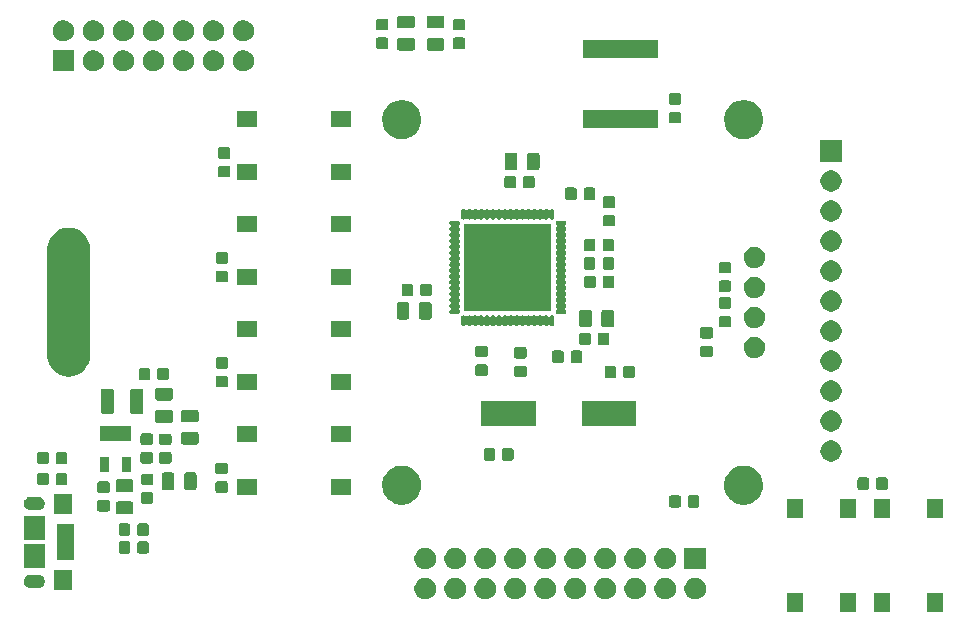
<source format=gbr>
G04 #@! TF.GenerationSoftware,KiCad,Pcbnew,5.1.6*
G04 #@! TF.CreationDate,2020-08-20T20:45:38+02:00*
G04 #@! TF.ProjectId,kicon19-badge,6b69636f-6e31-4392-9d62-616467652e6b,rev?*
G04 #@! TF.SameCoordinates,Original*
G04 #@! TF.FileFunction,Soldermask,Top*
G04 #@! TF.FilePolarity,Negative*
%FSLAX46Y46*%
G04 Gerber Fmt 4.6, Leading zero omitted, Abs format (unit mm)*
G04 Created by KiCad (PCBNEW 5.1.6) date 2020-08-20 20:45:38*
%MOMM*%
%LPD*%
G01*
G04 APERTURE LIST*
%ADD10C,0.100000*%
G04 APERTURE END LIST*
D10*
G36*
X184501000Y-124206000D02*
G01*
X183099000Y-124206000D01*
X183099000Y-122554000D01*
X184501000Y-122554000D01*
X184501000Y-124206000D01*
G37*
G36*
X180001000Y-124206000D02*
G01*
X178599000Y-124206000D01*
X178599000Y-122554000D01*
X180001000Y-122554000D01*
X180001000Y-124206000D01*
G37*
G36*
X172651000Y-124206000D02*
G01*
X171249000Y-124206000D01*
X171249000Y-122554000D01*
X172651000Y-122554000D01*
X172651000Y-124206000D01*
G37*
G36*
X177151000Y-124206000D02*
G01*
X175749000Y-124206000D01*
X175749000Y-122554000D01*
X177151000Y-122554000D01*
X177151000Y-124206000D01*
G37*
G36*
X158686778Y-121310547D02*
G01*
X158853224Y-121379491D01*
X159003022Y-121479583D01*
X159130417Y-121606978D01*
X159230509Y-121756776D01*
X159299453Y-121923222D01*
X159334600Y-122099918D01*
X159334600Y-122280082D01*
X159299453Y-122456778D01*
X159230509Y-122623224D01*
X159130417Y-122773022D01*
X159003022Y-122900417D01*
X158853224Y-123000509D01*
X158686778Y-123069453D01*
X158510082Y-123104600D01*
X158329918Y-123104600D01*
X158153222Y-123069453D01*
X157986776Y-123000509D01*
X157836978Y-122900417D01*
X157709583Y-122773022D01*
X157609491Y-122623224D01*
X157540547Y-122456778D01*
X157505400Y-122280082D01*
X157505400Y-122099918D01*
X157540547Y-121923222D01*
X157609491Y-121756776D01*
X157709583Y-121606978D01*
X157836978Y-121479583D01*
X157986776Y-121379491D01*
X158153222Y-121310547D01*
X158329918Y-121275400D01*
X158510082Y-121275400D01*
X158686778Y-121310547D01*
G37*
G36*
X140906778Y-121310547D02*
G01*
X141073224Y-121379491D01*
X141223022Y-121479583D01*
X141350417Y-121606978D01*
X141450509Y-121756776D01*
X141519453Y-121923222D01*
X141554600Y-122099918D01*
X141554600Y-122280082D01*
X141519453Y-122456778D01*
X141450509Y-122623224D01*
X141350417Y-122773022D01*
X141223022Y-122900417D01*
X141073224Y-123000509D01*
X140906778Y-123069453D01*
X140730082Y-123104600D01*
X140549918Y-123104600D01*
X140373222Y-123069453D01*
X140206776Y-123000509D01*
X140056978Y-122900417D01*
X139929583Y-122773022D01*
X139829491Y-122623224D01*
X139760547Y-122456778D01*
X139725400Y-122280082D01*
X139725400Y-122099918D01*
X139760547Y-121923222D01*
X139829491Y-121756776D01*
X139929583Y-121606978D01*
X140056978Y-121479583D01*
X140206776Y-121379491D01*
X140373222Y-121310547D01*
X140549918Y-121275400D01*
X140730082Y-121275400D01*
X140906778Y-121310547D01*
G37*
G36*
X143446778Y-121310547D02*
G01*
X143613224Y-121379491D01*
X143763022Y-121479583D01*
X143890417Y-121606978D01*
X143990509Y-121756776D01*
X144059453Y-121923222D01*
X144094600Y-122099918D01*
X144094600Y-122280082D01*
X144059453Y-122456778D01*
X143990509Y-122623224D01*
X143890417Y-122773022D01*
X143763022Y-122900417D01*
X143613224Y-123000509D01*
X143446778Y-123069453D01*
X143270082Y-123104600D01*
X143089918Y-123104600D01*
X142913222Y-123069453D01*
X142746776Y-123000509D01*
X142596978Y-122900417D01*
X142469583Y-122773022D01*
X142369491Y-122623224D01*
X142300547Y-122456778D01*
X142265400Y-122280082D01*
X142265400Y-122099918D01*
X142300547Y-121923222D01*
X142369491Y-121756776D01*
X142469583Y-121606978D01*
X142596978Y-121479583D01*
X142746776Y-121379491D01*
X142913222Y-121310547D01*
X143089918Y-121275400D01*
X143270082Y-121275400D01*
X143446778Y-121310547D01*
G37*
G36*
X145986778Y-121310547D02*
G01*
X146153224Y-121379491D01*
X146303022Y-121479583D01*
X146430417Y-121606978D01*
X146530509Y-121756776D01*
X146599453Y-121923222D01*
X146634600Y-122099918D01*
X146634600Y-122280082D01*
X146599453Y-122456778D01*
X146530509Y-122623224D01*
X146430417Y-122773022D01*
X146303022Y-122900417D01*
X146153224Y-123000509D01*
X145986778Y-123069453D01*
X145810082Y-123104600D01*
X145629918Y-123104600D01*
X145453222Y-123069453D01*
X145286776Y-123000509D01*
X145136978Y-122900417D01*
X145009583Y-122773022D01*
X144909491Y-122623224D01*
X144840547Y-122456778D01*
X144805400Y-122280082D01*
X144805400Y-122099918D01*
X144840547Y-121923222D01*
X144909491Y-121756776D01*
X145009583Y-121606978D01*
X145136978Y-121479583D01*
X145286776Y-121379491D01*
X145453222Y-121310547D01*
X145629918Y-121275400D01*
X145810082Y-121275400D01*
X145986778Y-121310547D01*
G37*
G36*
X148526778Y-121310547D02*
G01*
X148693224Y-121379491D01*
X148843022Y-121479583D01*
X148970417Y-121606978D01*
X149070509Y-121756776D01*
X149139453Y-121923222D01*
X149174600Y-122099918D01*
X149174600Y-122280082D01*
X149139453Y-122456778D01*
X149070509Y-122623224D01*
X148970417Y-122773022D01*
X148843022Y-122900417D01*
X148693224Y-123000509D01*
X148526778Y-123069453D01*
X148350082Y-123104600D01*
X148169918Y-123104600D01*
X147993222Y-123069453D01*
X147826776Y-123000509D01*
X147676978Y-122900417D01*
X147549583Y-122773022D01*
X147449491Y-122623224D01*
X147380547Y-122456778D01*
X147345400Y-122280082D01*
X147345400Y-122099918D01*
X147380547Y-121923222D01*
X147449491Y-121756776D01*
X147549583Y-121606978D01*
X147676978Y-121479583D01*
X147826776Y-121379491D01*
X147993222Y-121310547D01*
X148169918Y-121275400D01*
X148350082Y-121275400D01*
X148526778Y-121310547D01*
G37*
G36*
X153606778Y-121310547D02*
G01*
X153773224Y-121379491D01*
X153923022Y-121479583D01*
X154050417Y-121606978D01*
X154150509Y-121756776D01*
X154219453Y-121923222D01*
X154254600Y-122099918D01*
X154254600Y-122280082D01*
X154219453Y-122456778D01*
X154150509Y-122623224D01*
X154050417Y-122773022D01*
X153923022Y-122900417D01*
X153773224Y-123000509D01*
X153606778Y-123069453D01*
X153430082Y-123104600D01*
X153249918Y-123104600D01*
X153073222Y-123069453D01*
X152906776Y-123000509D01*
X152756978Y-122900417D01*
X152629583Y-122773022D01*
X152529491Y-122623224D01*
X152460547Y-122456778D01*
X152425400Y-122280082D01*
X152425400Y-122099918D01*
X152460547Y-121923222D01*
X152529491Y-121756776D01*
X152629583Y-121606978D01*
X152756978Y-121479583D01*
X152906776Y-121379491D01*
X153073222Y-121310547D01*
X153249918Y-121275400D01*
X153430082Y-121275400D01*
X153606778Y-121310547D01*
G37*
G36*
X156146778Y-121310547D02*
G01*
X156313224Y-121379491D01*
X156463022Y-121479583D01*
X156590417Y-121606978D01*
X156690509Y-121756776D01*
X156759453Y-121923222D01*
X156794600Y-122099918D01*
X156794600Y-122280082D01*
X156759453Y-122456778D01*
X156690509Y-122623224D01*
X156590417Y-122773022D01*
X156463022Y-122900417D01*
X156313224Y-123000509D01*
X156146778Y-123069453D01*
X155970082Y-123104600D01*
X155789918Y-123104600D01*
X155613222Y-123069453D01*
X155446776Y-123000509D01*
X155296978Y-122900417D01*
X155169583Y-122773022D01*
X155069491Y-122623224D01*
X155000547Y-122456778D01*
X154965400Y-122280082D01*
X154965400Y-122099918D01*
X155000547Y-121923222D01*
X155069491Y-121756776D01*
X155169583Y-121606978D01*
X155296978Y-121479583D01*
X155446776Y-121379491D01*
X155613222Y-121310547D01*
X155789918Y-121275400D01*
X155970082Y-121275400D01*
X156146778Y-121310547D01*
G37*
G36*
X161226778Y-121310547D02*
G01*
X161393224Y-121379491D01*
X161543022Y-121479583D01*
X161670417Y-121606978D01*
X161770509Y-121756776D01*
X161839453Y-121923222D01*
X161874600Y-122099918D01*
X161874600Y-122280082D01*
X161839453Y-122456778D01*
X161770509Y-122623224D01*
X161670417Y-122773022D01*
X161543022Y-122900417D01*
X161393224Y-123000509D01*
X161226778Y-123069453D01*
X161050082Y-123104600D01*
X160869918Y-123104600D01*
X160693222Y-123069453D01*
X160526776Y-123000509D01*
X160376978Y-122900417D01*
X160249583Y-122773022D01*
X160149491Y-122623224D01*
X160080547Y-122456778D01*
X160045400Y-122280082D01*
X160045400Y-122099918D01*
X160080547Y-121923222D01*
X160149491Y-121756776D01*
X160249583Y-121606978D01*
X160376978Y-121479583D01*
X160526776Y-121379491D01*
X160693222Y-121310547D01*
X160869918Y-121275400D01*
X161050082Y-121275400D01*
X161226778Y-121310547D01*
G37*
G36*
X163766778Y-121310547D02*
G01*
X163933224Y-121379491D01*
X164083022Y-121479583D01*
X164210417Y-121606978D01*
X164310509Y-121756776D01*
X164379453Y-121923222D01*
X164414600Y-122099918D01*
X164414600Y-122280082D01*
X164379453Y-122456778D01*
X164310509Y-122623224D01*
X164210417Y-122773022D01*
X164083022Y-122900417D01*
X163933224Y-123000509D01*
X163766778Y-123069453D01*
X163590082Y-123104600D01*
X163409918Y-123104600D01*
X163233222Y-123069453D01*
X163066776Y-123000509D01*
X162916978Y-122900417D01*
X162789583Y-122773022D01*
X162689491Y-122623224D01*
X162620547Y-122456778D01*
X162585400Y-122280082D01*
X162585400Y-122099918D01*
X162620547Y-121923222D01*
X162689491Y-121756776D01*
X162789583Y-121606978D01*
X162916978Y-121479583D01*
X163066776Y-121379491D01*
X163233222Y-121310547D01*
X163409918Y-121275400D01*
X163590082Y-121275400D01*
X163766778Y-121310547D01*
G37*
G36*
X151066778Y-121310547D02*
G01*
X151233224Y-121379491D01*
X151383022Y-121479583D01*
X151510417Y-121606978D01*
X151610509Y-121756776D01*
X151679453Y-121923222D01*
X151714600Y-122099918D01*
X151714600Y-122280082D01*
X151679453Y-122456778D01*
X151610509Y-122623224D01*
X151510417Y-122773022D01*
X151383022Y-122900417D01*
X151233224Y-123000509D01*
X151066778Y-123069453D01*
X150890082Y-123104600D01*
X150709918Y-123104600D01*
X150533222Y-123069453D01*
X150366776Y-123000509D01*
X150216978Y-122900417D01*
X150089583Y-122773022D01*
X149989491Y-122623224D01*
X149920547Y-122456778D01*
X149885400Y-122280082D01*
X149885400Y-122099918D01*
X149920547Y-121923222D01*
X149989491Y-121756776D01*
X150089583Y-121606978D01*
X150216978Y-121479583D01*
X150366776Y-121379491D01*
X150533222Y-121310547D01*
X150709918Y-121275400D01*
X150890082Y-121275400D01*
X151066778Y-121310547D01*
G37*
G36*
X110740600Y-122304200D02*
G01*
X109238600Y-122304200D01*
X109238600Y-120602200D01*
X110740600Y-120602200D01*
X110740600Y-122304200D01*
G37*
G36*
X107997615Y-121010173D02*
G01*
X108101479Y-121041679D01*
X108128655Y-121056205D01*
X108197200Y-121092843D01*
X108281101Y-121161699D01*
X108349957Y-121245600D01*
X108365885Y-121275400D01*
X108401121Y-121341321D01*
X108432627Y-121445185D01*
X108443266Y-121553200D01*
X108432627Y-121661215D01*
X108401121Y-121765079D01*
X108401119Y-121765082D01*
X108349957Y-121860800D01*
X108281101Y-121944701D01*
X108197200Y-122013557D01*
X108128655Y-122050195D01*
X108101479Y-122064721D01*
X107997615Y-122096227D01*
X107916667Y-122104200D01*
X107162533Y-122104200D01*
X107081585Y-122096227D01*
X106977721Y-122064721D01*
X106950545Y-122050195D01*
X106882000Y-122013557D01*
X106798099Y-121944701D01*
X106729243Y-121860800D01*
X106678081Y-121765082D01*
X106678079Y-121765079D01*
X106646573Y-121661215D01*
X106635934Y-121553200D01*
X106646573Y-121445185D01*
X106678079Y-121341321D01*
X106713315Y-121275400D01*
X106729243Y-121245600D01*
X106798099Y-121161699D01*
X106882000Y-121092843D01*
X106950545Y-121056205D01*
X106977721Y-121041679D01*
X107081585Y-121010173D01*
X107162533Y-121002200D01*
X107916667Y-121002200D01*
X107997615Y-121010173D01*
G37*
G36*
X153606778Y-118770547D02*
G01*
X153773224Y-118839491D01*
X153923022Y-118939583D01*
X154050417Y-119066978D01*
X154150509Y-119216776D01*
X154219453Y-119383222D01*
X154254600Y-119559918D01*
X154254600Y-119740082D01*
X154219453Y-119916778D01*
X154150509Y-120083224D01*
X154050417Y-120233022D01*
X153923022Y-120360417D01*
X153773224Y-120460509D01*
X153606778Y-120529453D01*
X153430082Y-120564600D01*
X153249918Y-120564600D01*
X153073222Y-120529453D01*
X152906776Y-120460509D01*
X152756978Y-120360417D01*
X152629583Y-120233022D01*
X152529491Y-120083224D01*
X152460547Y-119916778D01*
X152425400Y-119740082D01*
X152425400Y-119559918D01*
X152460547Y-119383222D01*
X152529491Y-119216776D01*
X152629583Y-119066978D01*
X152756978Y-118939583D01*
X152906776Y-118839491D01*
X153073222Y-118770547D01*
X153249918Y-118735400D01*
X153430082Y-118735400D01*
X153606778Y-118770547D01*
G37*
G36*
X140906778Y-118770547D02*
G01*
X141073224Y-118839491D01*
X141223022Y-118939583D01*
X141350417Y-119066978D01*
X141450509Y-119216776D01*
X141519453Y-119383222D01*
X141554600Y-119559918D01*
X141554600Y-119740082D01*
X141519453Y-119916778D01*
X141450509Y-120083224D01*
X141350417Y-120233022D01*
X141223022Y-120360417D01*
X141073224Y-120460509D01*
X140906778Y-120529453D01*
X140730082Y-120564600D01*
X140549918Y-120564600D01*
X140373222Y-120529453D01*
X140206776Y-120460509D01*
X140056978Y-120360417D01*
X139929583Y-120233022D01*
X139829491Y-120083224D01*
X139760547Y-119916778D01*
X139725400Y-119740082D01*
X139725400Y-119559918D01*
X139760547Y-119383222D01*
X139829491Y-119216776D01*
X139929583Y-119066978D01*
X140056978Y-118939583D01*
X140206776Y-118839491D01*
X140373222Y-118770547D01*
X140549918Y-118735400D01*
X140730082Y-118735400D01*
X140906778Y-118770547D01*
G37*
G36*
X143446778Y-118770547D02*
G01*
X143613224Y-118839491D01*
X143763022Y-118939583D01*
X143890417Y-119066978D01*
X143990509Y-119216776D01*
X144059453Y-119383222D01*
X144094600Y-119559918D01*
X144094600Y-119740082D01*
X144059453Y-119916778D01*
X143990509Y-120083224D01*
X143890417Y-120233022D01*
X143763022Y-120360417D01*
X143613224Y-120460509D01*
X143446778Y-120529453D01*
X143270082Y-120564600D01*
X143089918Y-120564600D01*
X142913222Y-120529453D01*
X142746776Y-120460509D01*
X142596978Y-120360417D01*
X142469583Y-120233022D01*
X142369491Y-120083224D01*
X142300547Y-119916778D01*
X142265400Y-119740082D01*
X142265400Y-119559918D01*
X142300547Y-119383222D01*
X142369491Y-119216776D01*
X142469583Y-119066978D01*
X142596978Y-118939583D01*
X142746776Y-118839491D01*
X142913222Y-118770547D01*
X143089918Y-118735400D01*
X143270082Y-118735400D01*
X143446778Y-118770547D01*
G37*
G36*
X145986778Y-118770547D02*
G01*
X146153224Y-118839491D01*
X146303022Y-118939583D01*
X146430417Y-119066978D01*
X146530509Y-119216776D01*
X146599453Y-119383222D01*
X146634600Y-119559918D01*
X146634600Y-119740082D01*
X146599453Y-119916778D01*
X146530509Y-120083224D01*
X146430417Y-120233022D01*
X146303022Y-120360417D01*
X146153224Y-120460509D01*
X145986778Y-120529453D01*
X145810082Y-120564600D01*
X145629918Y-120564600D01*
X145453222Y-120529453D01*
X145286776Y-120460509D01*
X145136978Y-120360417D01*
X145009583Y-120233022D01*
X144909491Y-120083224D01*
X144840547Y-119916778D01*
X144805400Y-119740082D01*
X144805400Y-119559918D01*
X144840547Y-119383222D01*
X144909491Y-119216776D01*
X145009583Y-119066978D01*
X145136978Y-118939583D01*
X145286776Y-118839491D01*
X145453222Y-118770547D01*
X145629918Y-118735400D01*
X145810082Y-118735400D01*
X145986778Y-118770547D01*
G37*
G36*
X148526778Y-118770547D02*
G01*
X148693224Y-118839491D01*
X148843022Y-118939583D01*
X148970417Y-119066978D01*
X149070509Y-119216776D01*
X149139453Y-119383222D01*
X149174600Y-119559918D01*
X149174600Y-119740082D01*
X149139453Y-119916778D01*
X149070509Y-120083224D01*
X148970417Y-120233022D01*
X148843022Y-120360417D01*
X148693224Y-120460509D01*
X148526778Y-120529453D01*
X148350082Y-120564600D01*
X148169918Y-120564600D01*
X147993222Y-120529453D01*
X147826776Y-120460509D01*
X147676978Y-120360417D01*
X147549583Y-120233022D01*
X147449491Y-120083224D01*
X147380547Y-119916778D01*
X147345400Y-119740082D01*
X147345400Y-119559918D01*
X147380547Y-119383222D01*
X147449491Y-119216776D01*
X147549583Y-119066978D01*
X147676978Y-118939583D01*
X147826776Y-118839491D01*
X147993222Y-118770547D01*
X148169918Y-118735400D01*
X148350082Y-118735400D01*
X148526778Y-118770547D01*
G37*
G36*
X151066778Y-118770547D02*
G01*
X151233224Y-118839491D01*
X151383022Y-118939583D01*
X151510417Y-119066978D01*
X151610509Y-119216776D01*
X151679453Y-119383222D01*
X151714600Y-119559918D01*
X151714600Y-119740082D01*
X151679453Y-119916778D01*
X151610509Y-120083224D01*
X151510417Y-120233022D01*
X151383022Y-120360417D01*
X151233224Y-120460509D01*
X151066778Y-120529453D01*
X150890082Y-120564600D01*
X150709918Y-120564600D01*
X150533222Y-120529453D01*
X150366776Y-120460509D01*
X150216978Y-120360417D01*
X150089583Y-120233022D01*
X149989491Y-120083224D01*
X149920547Y-119916778D01*
X149885400Y-119740082D01*
X149885400Y-119559918D01*
X149920547Y-119383222D01*
X149989491Y-119216776D01*
X150089583Y-119066978D01*
X150216978Y-118939583D01*
X150366776Y-118839491D01*
X150533222Y-118770547D01*
X150709918Y-118735400D01*
X150890082Y-118735400D01*
X151066778Y-118770547D01*
G37*
G36*
X161226778Y-118770547D02*
G01*
X161393224Y-118839491D01*
X161543022Y-118939583D01*
X161670417Y-119066978D01*
X161770509Y-119216776D01*
X161839453Y-119383222D01*
X161874600Y-119559918D01*
X161874600Y-119740082D01*
X161839453Y-119916778D01*
X161770509Y-120083224D01*
X161670417Y-120233022D01*
X161543022Y-120360417D01*
X161393224Y-120460509D01*
X161226778Y-120529453D01*
X161050082Y-120564600D01*
X160869918Y-120564600D01*
X160693222Y-120529453D01*
X160526776Y-120460509D01*
X160376978Y-120360417D01*
X160249583Y-120233022D01*
X160149491Y-120083224D01*
X160080547Y-119916778D01*
X160045400Y-119740082D01*
X160045400Y-119559918D01*
X160080547Y-119383222D01*
X160149491Y-119216776D01*
X160249583Y-119066978D01*
X160376978Y-118939583D01*
X160526776Y-118839491D01*
X160693222Y-118770547D01*
X160869918Y-118735400D01*
X161050082Y-118735400D01*
X161226778Y-118770547D01*
G37*
G36*
X158686778Y-118770547D02*
G01*
X158853224Y-118839491D01*
X159003022Y-118939583D01*
X159130417Y-119066978D01*
X159230509Y-119216776D01*
X159299453Y-119383222D01*
X159334600Y-119559918D01*
X159334600Y-119740082D01*
X159299453Y-119916778D01*
X159230509Y-120083224D01*
X159130417Y-120233022D01*
X159003022Y-120360417D01*
X158853224Y-120460509D01*
X158686778Y-120529453D01*
X158510082Y-120564600D01*
X158329918Y-120564600D01*
X158153222Y-120529453D01*
X157986776Y-120460509D01*
X157836978Y-120360417D01*
X157709583Y-120233022D01*
X157609491Y-120083224D01*
X157540547Y-119916778D01*
X157505400Y-119740082D01*
X157505400Y-119559918D01*
X157540547Y-119383222D01*
X157609491Y-119216776D01*
X157709583Y-119066978D01*
X157836978Y-118939583D01*
X157986776Y-118839491D01*
X158153222Y-118770547D01*
X158329918Y-118735400D01*
X158510082Y-118735400D01*
X158686778Y-118770547D01*
G37*
G36*
X156146778Y-118770547D02*
G01*
X156313224Y-118839491D01*
X156463022Y-118939583D01*
X156590417Y-119066978D01*
X156690509Y-119216776D01*
X156759453Y-119383222D01*
X156794600Y-119559918D01*
X156794600Y-119740082D01*
X156759453Y-119916778D01*
X156690509Y-120083224D01*
X156590417Y-120233022D01*
X156463022Y-120360417D01*
X156313224Y-120460509D01*
X156146778Y-120529453D01*
X155970082Y-120564600D01*
X155789918Y-120564600D01*
X155613222Y-120529453D01*
X155446776Y-120460509D01*
X155296978Y-120360417D01*
X155169583Y-120233022D01*
X155069491Y-120083224D01*
X155000547Y-119916778D01*
X154965400Y-119740082D01*
X154965400Y-119559918D01*
X155000547Y-119383222D01*
X155069491Y-119216776D01*
X155169583Y-119066978D01*
X155296978Y-118939583D01*
X155446776Y-118839491D01*
X155613222Y-118770547D01*
X155789918Y-118735400D01*
X155970082Y-118735400D01*
X156146778Y-118770547D01*
G37*
G36*
X164414600Y-120564600D02*
G01*
X162585400Y-120564600D01*
X162585400Y-118735400D01*
X164414600Y-118735400D01*
X164414600Y-120564600D01*
G37*
G36*
X108440600Y-120454200D02*
G01*
X106638600Y-120454200D01*
X106638600Y-118452200D01*
X108440600Y-118452200D01*
X108440600Y-120454200D01*
G37*
G36*
X110940600Y-119804200D02*
G01*
X109488600Y-119804200D01*
X109488600Y-116702200D01*
X110940600Y-116702200D01*
X110940600Y-119804200D01*
G37*
G36*
X115507191Y-118178085D02*
G01*
X115541169Y-118188393D01*
X115572490Y-118205134D01*
X115599939Y-118227661D01*
X115622466Y-118255110D01*
X115639207Y-118286431D01*
X115649515Y-118320409D01*
X115653600Y-118361890D01*
X115653600Y-119038110D01*
X115649515Y-119079591D01*
X115639207Y-119113569D01*
X115622466Y-119144890D01*
X115599939Y-119172339D01*
X115572490Y-119194866D01*
X115541169Y-119211607D01*
X115507191Y-119221915D01*
X115465710Y-119226000D01*
X114864490Y-119226000D01*
X114823009Y-119221915D01*
X114789031Y-119211607D01*
X114757710Y-119194866D01*
X114730261Y-119172339D01*
X114707734Y-119144890D01*
X114690993Y-119113569D01*
X114680685Y-119079591D01*
X114676600Y-119038110D01*
X114676600Y-118361890D01*
X114680685Y-118320409D01*
X114690993Y-118286431D01*
X114707734Y-118255110D01*
X114730261Y-118227661D01*
X114757710Y-118205134D01*
X114789031Y-118188393D01*
X114823009Y-118178085D01*
X114864490Y-118174000D01*
X115465710Y-118174000D01*
X115507191Y-118178085D01*
G37*
G36*
X117082191Y-118178085D02*
G01*
X117116169Y-118188393D01*
X117147490Y-118205134D01*
X117174939Y-118227661D01*
X117197466Y-118255110D01*
X117214207Y-118286431D01*
X117224515Y-118320409D01*
X117228600Y-118361890D01*
X117228600Y-119038110D01*
X117224515Y-119079591D01*
X117214207Y-119113569D01*
X117197466Y-119144890D01*
X117174939Y-119172339D01*
X117147490Y-119194866D01*
X117116169Y-119211607D01*
X117082191Y-119221915D01*
X117040710Y-119226000D01*
X116439490Y-119226000D01*
X116398009Y-119221915D01*
X116364031Y-119211607D01*
X116332710Y-119194866D01*
X116305261Y-119172339D01*
X116282734Y-119144890D01*
X116265993Y-119113569D01*
X116255685Y-119079591D01*
X116251600Y-119038110D01*
X116251600Y-118361890D01*
X116255685Y-118320409D01*
X116265993Y-118286431D01*
X116282734Y-118255110D01*
X116305261Y-118227661D01*
X116332710Y-118205134D01*
X116364031Y-118188393D01*
X116398009Y-118178085D01*
X116439490Y-118174000D01*
X117040710Y-118174000D01*
X117082191Y-118178085D01*
G37*
G36*
X108440600Y-118054200D02*
G01*
X106638600Y-118054200D01*
X106638600Y-116052200D01*
X108440600Y-116052200D01*
X108440600Y-118054200D01*
G37*
G36*
X117082191Y-116665285D02*
G01*
X117116169Y-116675593D01*
X117147490Y-116692334D01*
X117174939Y-116714861D01*
X117197466Y-116742310D01*
X117214207Y-116773631D01*
X117224515Y-116807609D01*
X117228600Y-116849090D01*
X117228600Y-117525310D01*
X117224515Y-117566791D01*
X117214207Y-117600769D01*
X117197466Y-117632090D01*
X117174939Y-117659539D01*
X117147490Y-117682066D01*
X117116169Y-117698807D01*
X117082191Y-117709115D01*
X117040710Y-117713200D01*
X116439490Y-117713200D01*
X116398009Y-117709115D01*
X116364031Y-117698807D01*
X116332710Y-117682066D01*
X116305261Y-117659539D01*
X116282734Y-117632090D01*
X116265993Y-117600769D01*
X116255685Y-117566791D01*
X116251600Y-117525310D01*
X116251600Y-116849090D01*
X116255685Y-116807609D01*
X116265993Y-116773631D01*
X116282734Y-116742310D01*
X116305261Y-116714861D01*
X116332710Y-116692334D01*
X116364031Y-116675593D01*
X116398009Y-116665285D01*
X116439490Y-116661200D01*
X117040710Y-116661200D01*
X117082191Y-116665285D01*
G37*
G36*
X115507191Y-116665285D02*
G01*
X115541169Y-116675593D01*
X115572490Y-116692334D01*
X115599939Y-116714861D01*
X115622466Y-116742310D01*
X115639207Y-116773631D01*
X115649515Y-116807609D01*
X115653600Y-116849090D01*
X115653600Y-117525310D01*
X115649515Y-117566791D01*
X115639207Y-117600769D01*
X115622466Y-117632090D01*
X115599939Y-117659539D01*
X115572490Y-117682066D01*
X115541169Y-117698807D01*
X115507191Y-117709115D01*
X115465710Y-117713200D01*
X114864490Y-117713200D01*
X114823009Y-117709115D01*
X114789031Y-117698807D01*
X114757710Y-117682066D01*
X114730261Y-117659539D01*
X114707734Y-117632090D01*
X114690993Y-117600769D01*
X114680685Y-117566791D01*
X114676600Y-117525310D01*
X114676600Y-116849090D01*
X114680685Y-116807609D01*
X114690993Y-116773631D01*
X114707734Y-116742310D01*
X114730261Y-116714861D01*
X114757710Y-116692334D01*
X114789031Y-116675593D01*
X114823009Y-116665285D01*
X114864490Y-116661200D01*
X115465710Y-116661200D01*
X115507191Y-116665285D01*
G37*
G36*
X180001000Y-116246000D02*
G01*
X178599000Y-116246000D01*
X178599000Y-114594000D01*
X180001000Y-114594000D01*
X180001000Y-116246000D01*
G37*
G36*
X184501000Y-116246000D02*
G01*
X183099000Y-116246000D01*
X183099000Y-114594000D01*
X184501000Y-114594000D01*
X184501000Y-116246000D01*
G37*
G36*
X172651000Y-116246000D02*
G01*
X171249000Y-116246000D01*
X171249000Y-114594000D01*
X172651000Y-114594000D01*
X172651000Y-116246000D01*
G37*
G36*
X177151000Y-116246000D02*
G01*
X175749000Y-116246000D01*
X175749000Y-114594000D01*
X177151000Y-114594000D01*
X177151000Y-116246000D01*
G37*
G36*
X110740600Y-115904200D02*
G01*
X109238600Y-115904200D01*
X109238600Y-114202200D01*
X110740600Y-114202200D01*
X110740600Y-115904200D01*
G37*
G36*
X115761268Y-114803565D02*
G01*
X115799938Y-114815296D01*
X115835577Y-114834346D01*
X115866817Y-114859983D01*
X115892454Y-114891223D01*
X115911504Y-114926862D01*
X115923235Y-114965532D01*
X115927800Y-115011888D01*
X115927800Y-115663112D01*
X115923235Y-115709468D01*
X115911504Y-115748138D01*
X115892454Y-115783777D01*
X115866817Y-115815017D01*
X115835577Y-115840654D01*
X115799938Y-115859704D01*
X115761268Y-115871435D01*
X115714912Y-115876000D01*
X114638688Y-115876000D01*
X114592332Y-115871435D01*
X114553662Y-115859704D01*
X114518023Y-115840654D01*
X114486783Y-115815017D01*
X114461146Y-115783777D01*
X114442096Y-115748138D01*
X114430365Y-115709468D01*
X114425800Y-115663112D01*
X114425800Y-115011888D01*
X114430365Y-114965532D01*
X114442096Y-114926862D01*
X114461146Y-114891223D01*
X114486783Y-114859983D01*
X114518023Y-114834346D01*
X114553662Y-114815296D01*
X114592332Y-114803565D01*
X114638688Y-114799000D01*
X115714912Y-114799000D01*
X115761268Y-114803565D01*
G37*
G36*
X113778391Y-114686285D02*
G01*
X113812369Y-114696593D01*
X113843690Y-114713334D01*
X113871139Y-114735861D01*
X113893666Y-114763310D01*
X113910407Y-114794631D01*
X113920715Y-114828609D01*
X113924800Y-114870090D01*
X113924800Y-115471310D01*
X113920715Y-115512791D01*
X113910407Y-115546769D01*
X113893666Y-115578090D01*
X113871139Y-115605539D01*
X113843690Y-115628066D01*
X113812369Y-115644807D01*
X113778391Y-115655115D01*
X113736910Y-115659200D01*
X113060690Y-115659200D01*
X113019209Y-115655115D01*
X112985231Y-115644807D01*
X112953910Y-115628066D01*
X112926461Y-115605539D01*
X112903934Y-115578090D01*
X112887193Y-115546769D01*
X112876885Y-115512791D01*
X112872800Y-115471310D01*
X112872800Y-114870090D01*
X112876885Y-114828609D01*
X112887193Y-114794631D01*
X112903934Y-114763310D01*
X112926461Y-114735861D01*
X112953910Y-114713334D01*
X112985231Y-114696593D01*
X113019209Y-114686285D01*
X113060690Y-114682200D01*
X113736910Y-114682200D01*
X113778391Y-114686285D01*
G37*
G36*
X107997615Y-114410173D02*
G01*
X108101479Y-114441679D01*
X108128655Y-114456205D01*
X108197200Y-114492843D01*
X108281101Y-114561699D01*
X108349957Y-114645600D01*
X108382998Y-114707416D01*
X108401121Y-114741321D01*
X108432627Y-114845185D01*
X108443266Y-114953200D01*
X108432627Y-115061215D01*
X108401121Y-115165079D01*
X108401119Y-115165082D01*
X108349957Y-115260800D01*
X108281101Y-115344701D01*
X108197200Y-115413557D01*
X108128655Y-115450195D01*
X108101479Y-115464721D01*
X107997615Y-115496227D01*
X107916667Y-115504200D01*
X107162533Y-115504200D01*
X107081585Y-115496227D01*
X106977721Y-115464721D01*
X106950545Y-115450195D01*
X106882000Y-115413557D01*
X106798099Y-115344701D01*
X106729243Y-115260800D01*
X106678081Y-115165082D01*
X106678079Y-115165079D01*
X106646573Y-115061215D01*
X106635934Y-114953200D01*
X106646573Y-114845185D01*
X106678079Y-114741321D01*
X106696202Y-114707416D01*
X106729243Y-114645600D01*
X106798099Y-114561699D01*
X106882000Y-114492843D01*
X106950545Y-114456205D01*
X106977721Y-114441679D01*
X107081585Y-114410173D01*
X107162533Y-114402200D01*
X107916667Y-114402200D01*
X107997615Y-114410173D01*
G37*
G36*
X163704591Y-114278085D02*
G01*
X163738569Y-114288393D01*
X163769890Y-114305134D01*
X163797339Y-114327661D01*
X163819866Y-114355110D01*
X163836607Y-114386431D01*
X163846915Y-114420409D01*
X163851000Y-114461890D01*
X163851000Y-115138110D01*
X163846915Y-115179591D01*
X163836607Y-115213569D01*
X163819866Y-115244890D01*
X163797339Y-115272339D01*
X163769890Y-115294866D01*
X163738569Y-115311607D01*
X163704591Y-115321915D01*
X163663110Y-115326000D01*
X163061890Y-115326000D01*
X163020409Y-115321915D01*
X162986431Y-115311607D01*
X162955110Y-115294866D01*
X162927661Y-115272339D01*
X162905134Y-115244890D01*
X162888393Y-115213569D01*
X162878085Y-115179591D01*
X162874000Y-115138110D01*
X162874000Y-114461890D01*
X162878085Y-114420409D01*
X162888393Y-114386431D01*
X162905134Y-114355110D01*
X162927661Y-114327661D01*
X162955110Y-114305134D01*
X162986431Y-114288393D01*
X163020409Y-114278085D01*
X163061890Y-114274000D01*
X163663110Y-114274000D01*
X163704591Y-114278085D01*
G37*
G36*
X162129591Y-114278085D02*
G01*
X162163569Y-114288393D01*
X162194890Y-114305134D01*
X162222339Y-114327661D01*
X162244866Y-114355110D01*
X162261607Y-114386431D01*
X162271915Y-114420409D01*
X162276000Y-114461890D01*
X162276000Y-115138110D01*
X162271915Y-115179591D01*
X162261607Y-115213569D01*
X162244866Y-115244890D01*
X162222339Y-115272339D01*
X162194890Y-115294866D01*
X162163569Y-115311607D01*
X162129591Y-115321915D01*
X162088110Y-115326000D01*
X161486890Y-115326000D01*
X161445409Y-115321915D01*
X161411431Y-115311607D01*
X161380110Y-115294866D01*
X161352661Y-115272339D01*
X161330134Y-115244890D01*
X161313393Y-115213569D01*
X161303085Y-115179591D01*
X161299000Y-115138110D01*
X161299000Y-114461890D01*
X161303085Y-114420409D01*
X161313393Y-114386431D01*
X161330134Y-114355110D01*
X161352661Y-114327661D01*
X161380110Y-114305134D01*
X161411431Y-114288393D01*
X161445409Y-114278085D01*
X161486890Y-114274000D01*
X162088110Y-114274000D01*
X162129591Y-114278085D01*
G37*
G36*
X167975256Y-111816298D02*
G01*
X168081579Y-111837447D01*
X168382042Y-111961903D01*
X168652451Y-112142585D01*
X168882415Y-112372549D01*
X169063097Y-112642958D01*
X169187553Y-112943421D01*
X169190721Y-112959346D01*
X169251000Y-113262389D01*
X169251000Y-113587611D01*
X169224042Y-113723138D01*
X169187553Y-113906579D01*
X169063097Y-114207042D01*
X168882415Y-114477451D01*
X168652451Y-114707415D01*
X168382042Y-114888097D01*
X168382041Y-114888098D01*
X168382040Y-114888098D01*
X168310598Y-114917690D01*
X168081579Y-115012553D01*
X167975256Y-115033702D01*
X167762611Y-115076000D01*
X167437389Y-115076000D01*
X167224744Y-115033702D01*
X167118421Y-115012553D01*
X166889402Y-114917690D01*
X166817960Y-114888098D01*
X166817959Y-114888098D01*
X166817958Y-114888097D01*
X166547549Y-114707415D01*
X166317585Y-114477451D01*
X166136903Y-114207042D01*
X166012447Y-113906579D01*
X165975958Y-113723138D01*
X165949000Y-113587611D01*
X165949000Y-113262389D01*
X166009279Y-112959346D01*
X166012447Y-112943421D01*
X166136903Y-112642958D01*
X166317585Y-112372549D01*
X166547549Y-112142585D01*
X166817958Y-111961903D01*
X167118421Y-111837447D01*
X167224744Y-111816298D01*
X167437389Y-111774000D01*
X167762611Y-111774000D01*
X167975256Y-111816298D01*
G37*
G36*
X139025256Y-111816298D02*
G01*
X139131579Y-111837447D01*
X139432042Y-111961903D01*
X139702451Y-112142585D01*
X139932415Y-112372549D01*
X140113097Y-112642958D01*
X140237553Y-112943421D01*
X140240721Y-112959346D01*
X140301000Y-113262389D01*
X140301000Y-113587611D01*
X140274042Y-113723138D01*
X140237553Y-113906579D01*
X140113097Y-114207042D01*
X139932415Y-114477451D01*
X139702451Y-114707415D01*
X139432042Y-114888097D01*
X139432041Y-114888098D01*
X139432040Y-114888098D01*
X139360598Y-114917690D01*
X139131579Y-115012553D01*
X139025256Y-115033702D01*
X138812611Y-115076000D01*
X138487389Y-115076000D01*
X138274744Y-115033702D01*
X138168421Y-115012553D01*
X137939402Y-114917690D01*
X137867960Y-114888098D01*
X137867959Y-114888098D01*
X137867958Y-114888097D01*
X137597549Y-114707415D01*
X137367585Y-114477451D01*
X137186903Y-114207042D01*
X137062447Y-113906579D01*
X137025958Y-113723138D01*
X136999000Y-113587611D01*
X136999000Y-113262389D01*
X137059279Y-112959346D01*
X137062447Y-112943421D01*
X137186903Y-112642958D01*
X137367585Y-112372549D01*
X137597549Y-112142585D01*
X137867958Y-111961903D01*
X138168421Y-111837447D01*
X138274744Y-111816298D01*
X138487389Y-111774000D01*
X138812611Y-111774000D01*
X139025256Y-111816298D01*
G37*
G36*
X117479591Y-114025885D02*
G01*
X117513569Y-114036193D01*
X117544890Y-114052934D01*
X117572339Y-114075461D01*
X117594866Y-114102910D01*
X117611607Y-114134231D01*
X117621915Y-114168209D01*
X117626000Y-114209690D01*
X117626000Y-114810910D01*
X117621915Y-114852391D01*
X117611607Y-114886369D01*
X117594866Y-114917690D01*
X117572339Y-114945139D01*
X117544890Y-114967666D01*
X117513569Y-114984407D01*
X117479591Y-114994715D01*
X117438110Y-114998800D01*
X116761890Y-114998800D01*
X116720409Y-114994715D01*
X116686431Y-114984407D01*
X116655110Y-114967666D01*
X116627661Y-114945139D01*
X116605134Y-114917690D01*
X116588393Y-114886369D01*
X116578085Y-114852391D01*
X116574000Y-114810910D01*
X116574000Y-114209690D01*
X116578085Y-114168209D01*
X116588393Y-114134231D01*
X116605134Y-114102910D01*
X116627661Y-114075461D01*
X116655110Y-114052934D01*
X116686431Y-114036193D01*
X116720409Y-114025885D01*
X116761890Y-114021800D01*
X117438110Y-114021800D01*
X117479591Y-114025885D01*
G37*
G36*
X126366000Y-114288000D02*
G01*
X124714000Y-114288000D01*
X124714000Y-112886000D01*
X126366000Y-112886000D01*
X126366000Y-114288000D01*
G37*
G36*
X134326000Y-114288000D02*
G01*
X132674000Y-114288000D01*
X132674000Y-112886000D01*
X134326000Y-112886000D01*
X134326000Y-114288000D01*
G37*
G36*
X113778391Y-113111285D02*
G01*
X113812369Y-113121593D01*
X113843690Y-113138334D01*
X113871139Y-113160861D01*
X113893666Y-113188310D01*
X113910407Y-113219631D01*
X113920715Y-113253609D01*
X113924800Y-113295090D01*
X113924800Y-113896310D01*
X113920715Y-113937791D01*
X113910407Y-113971769D01*
X113893666Y-114003090D01*
X113871139Y-114030539D01*
X113843690Y-114053066D01*
X113812369Y-114069807D01*
X113778391Y-114080115D01*
X113736910Y-114084200D01*
X113060690Y-114084200D01*
X113019209Y-114080115D01*
X112985231Y-114069807D01*
X112953910Y-114053066D01*
X112926461Y-114030539D01*
X112903934Y-114003090D01*
X112887193Y-113971769D01*
X112876885Y-113937791D01*
X112872800Y-113896310D01*
X112872800Y-113295090D01*
X112876885Y-113253609D01*
X112887193Y-113219631D01*
X112903934Y-113188310D01*
X112926461Y-113160861D01*
X112953910Y-113138334D01*
X112985231Y-113121593D01*
X113019209Y-113111285D01*
X113060690Y-113107200D01*
X113736910Y-113107200D01*
X113778391Y-113111285D01*
G37*
G36*
X123779591Y-113103085D02*
G01*
X123813569Y-113113393D01*
X123844890Y-113130134D01*
X123872339Y-113152661D01*
X123894866Y-113180110D01*
X123911607Y-113211431D01*
X123921915Y-113245409D01*
X123926000Y-113286890D01*
X123926000Y-113888110D01*
X123921915Y-113929591D01*
X123911607Y-113963569D01*
X123894866Y-113994890D01*
X123872339Y-114022339D01*
X123844890Y-114044866D01*
X123813569Y-114061607D01*
X123779591Y-114071915D01*
X123738110Y-114076000D01*
X123061890Y-114076000D01*
X123020409Y-114071915D01*
X122986431Y-114061607D01*
X122955110Y-114044866D01*
X122927661Y-114022339D01*
X122905134Y-113994890D01*
X122888393Y-113963569D01*
X122878085Y-113929591D01*
X122874000Y-113888110D01*
X122874000Y-113286890D01*
X122878085Y-113245409D01*
X122888393Y-113211431D01*
X122905134Y-113180110D01*
X122927661Y-113152661D01*
X122955110Y-113130134D01*
X122986431Y-113113393D01*
X123020409Y-113103085D01*
X123061890Y-113099000D01*
X123738110Y-113099000D01*
X123779591Y-113103085D01*
G37*
G36*
X115761268Y-112928565D02*
G01*
X115799938Y-112940296D01*
X115835577Y-112959346D01*
X115866817Y-112984983D01*
X115892454Y-113016223D01*
X115911504Y-113051862D01*
X115923235Y-113090532D01*
X115927800Y-113136888D01*
X115927800Y-113788112D01*
X115923235Y-113834468D01*
X115911504Y-113873138D01*
X115892454Y-113908777D01*
X115866817Y-113940017D01*
X115835577Y-113965654D01*
X115799938Y-113984704D01*
X115761268Y-113996435D01*
X115714912Y-114001000D01*
X114638688Y-114001000D01*
X114592332Y-113996435D01*
X114553662Y-113984704D01*
X114518023Y-113965654D01*
X114486783Y-113940017D01*
X114461146Y-113908777D01*
X114442096Y-113873138D01*
X114430365Y-113834468D01*
X114425800Y-113788112D01*
X114425800Y-113136888D01*
X114430365Y-113090532D01*
X114442096Y-113051862D01*
X114461146Y-113016223D01*
X114486783Y-112984983D01*
X114518023Y-112959346D01*
X114553662Y-112940296D01*
X114592332Y-112928565D01*
X114638688Y-112924000D01*
X115714912Y-112924000D01*
X115761268Y-112928565D01*
G37*
G36*
X119234468Y-112353565D02*
G01*
X119273138Y-112365296D01*
X119308777Y-112384346D01*
X119340017Y-112409983D01*
X119365654Y-112441223D01*
X119384704Y-112476862D01*
X119396435Y-112515532D01*
X119401000Y-112561888D01*
X119401000Y-113638112D01*
X119396435Y-113684468D01*
X119384704Y-113723138D01*
X119365654Y-113758777D01*
X119340017Y-113790017D01*
X119308777Y-113815654D01*
X119273138Y-113834704D01*
X119234468Y-113846435D01*
X119188112Y-113851000D01*
X118536888Y-113851000D01*
X118490532Y-113846435D01*
X118451862Y-113834704D01*
X118416223Y-113815654D01*
X118384983Y-113790017D01*
X118359346Y-113758777D01*
X118340296Y-113723138D01*
X118328565Y-113684468D01*
X118324000Y-113638112D01*
X118324000Y-112561888D01*
X118328565Y-112515532D01*
X118340296Y-112476862D01*
X118359346Y-112441223D01*
X118384983Y-112409983D01*
X118416223Y-112384346D01*
X118451862Y-112365296D01*
X118490532Y-112353565D01*
X118536888Y-112349000D01*
X119188112Y-112349000D01*
X119234468Y-112353565D01*
G37*
G36*
X121109468Y-112353565D02*
G01*
X121148138Y-112365296D01*
X121183777Y-112384346D01*
X121215017Y-112409983D01*
X121240654Y-112441223D01*
X121259704Y-112476862D01*
X121271435Y-112515532D01*
X121276000Y-112561888D01*
X121276000Y-113638112D01*
X121271435Y-113684468D01*
X121259704Y-113723138D01*
X121240654Y-113758777D01*
X121215017Y-113790017D01*
X121183777Y-113815654D01*
X121148138Y-113834704D01*
X121109468Y-113846435D01*
X121063112Y-113851000D01*
X120411888Y-113851000D01*
X120365532Y-113846435D01*
X120326862Y-113834704D01*
X120291223Y-113815654D01*
X120259983Y-113790017D01*
X120234346Y-113758777D01*
X120215296Y-113723138D01*
X120203565Y-113684468D01*
X120199000Y-113638112D01*
X120199000Y-112561888D01*
X120203565Y-112515532D01*
X120215296Y-112476862D01*
X120234346Y-112441223D01*
X120259983Y-112409983D01*
X120291223Y-112384346D01*
X120326862Y-112365296D01*
X120365532Y-112353565D01*
X120411888Y-112349000D01*
X121063112Y-112349000D01*
X121109468Y-112353565D01*
G37*
G36*
X178067091Y-112778085D02*
G01*
X178101069Y-112788393D01*
X178132390Y-112805134D01*
X178159839Y-112827661D01*
X178182366Y-112855110D01*
X178199107Y-112886431D01*
X178209415Y-112920409D01*
X178213500Y-112961890D01*
X178213500Y-113638110D01*
X178209415Y-113679591D01*
X178199107Y-113713569D01*
X178182366Y-113744890D01*
X178159839Y-113772339D01*
X178132390Y-113794866D01*
X178101069Y-113811607D01*
X178067091Y-113821915D01*
X178025610Y-113826000D01*
X177424390Y-113826000D01*
X177382909Y-113821915D01*
X177348931Y-113811607D01*
X177317610Y-113794866D01*
X177290161Y-113772339D01*
X177267634Y-113744890D01*
X177250893Y-113713569D01*
X177240585Y-113679591D01*
X177236500Y-113638110D01*
X177236500Y-112961890D01*
X177240585Y-112920409D01*
X177250893Y-112886431D01*
X177267634Y-112855110D01*
X177290161Y-112827661D01*
X177317610Y-112805134D01*
X177348931Y-112788393D01*
X177382909Y-112778085D01*
X177424390Y-112774000D01*
X178025610Y-112774000D01*
X178067091Y-112778085D01*
G37*
G36*
X179642091Y-112778085D02*
G01*
X179676069Y-112788393D01*
X179707390Y-112805134D01*
X179734839Y-112827661D01*
X179757366Y-112855110D01*
X179774107Y-112886431D01*
X179784415Y-112920409D01*
X179788500Y-112961890D01*
X179788500Y-113638110D01*
X179784415Y-113679591D01*
X179774107Y-113713569D01*
X179757366Y-113744890D01*
X179734839Y-113772339D01*
X179707390Y-113794866D01*
X179676069Y-113811607D01*
X179642091Y-113821915D01*
X179600610Y-113826000D01*
X178999390Y-113826000D01*
X178957909Y-113821915D01*
X178923931Y-113811607D01*
X178892610Y-113794866D01*
X178865161Y-113772339D01*
X178842634Y-113744890D01*
X178825893Y-113713569D01*
X178815585Y-113679591D01*
X178811500Y-113638110D01*
X178811500Y-112961890D01*
X178815585Y-112920409D01*
X178825893Y-112886431D01*
X178842634Y-112855110D01*
X178865161Y-112827661D01*
X178892610Y-112805134D01*
X178923931Y-112788393D01*
X178957909Y-112778085D01*
X178999390Y-112774000D01*
X179600610Y-112774000D01*
X179642091Y-112778085D01*
G37*
G36*
X108618191Y-112397285D02*
G01*
X108652169Y-112407593D01*
X108683490Y-112424334D01*
X108710939Y-112446861D01*
X108733466Y-112474310D01*
X108750207Y-112505631D01*
X108760515Y-112539609D01*
X108764600Y-112581090D01*
X108764600Y-113257310D01*
X108760515Y-113298791D01*
X108750207Y-113332769D01*
X108733466Y-113364090D01*
X108710939Y-113391539D01*
X108683490Y-113414066D01*
X108652169Y-113430807D01*
X108618191Y-113441115D01*
X108576710Y-113445200D01*
X107975490Y-113445200D01*
X107934009Y-113441115D01*
X107900031Y-113430807D01*
X107868710Y-113414066D01*
X107841261Y-113391539D01*
X107818734Y-113364090D01*
X107801993Y-113332769D01*
X107791685Y-113298791D01*
X107787600Y-113257310D01*
X107787600Y-112581090D01*
X107791685Y-112539609D01*
X107801993Y-112505631D01*
X107818734Y-112474310D01*
X107841261Y-112446861D01*
X107868710Y-112424334D01*
X107900031Y-112407593D01*
X107934009Y-112397285D01*
X107975490Y-112393200D01*
X108576710Y-112393200D01*
X108618191Y-112397285D01*
G37*
G36*
X110193191Y-112397285D02*
G01*
X110227169Y-112407593D01*
X110258490Y-112424334D01*
X110285939Y-112446861D01*
X110308466Y-112474310D01*
X110325207Y-112505631D01*
X110335515Y-112539609D01*
X110339600Y-112581090D01*
X110339600Y-113257310D01*
X110335515Y-113298791D01*
X110325207Y-113332769D01*
X110308466Y-113364090D01*
X110285939Y-113391539D01*
X110258490Y-113414066D01*
X110227169Y-113430807D01*
X110193191Y-113441115D01*
X110151710Y-113445200D01*
X109550490Y-113445200D01*
X109509009Y-113441115D01*
X109475031Y-113430807D01*
X109443710Y-113414066D01*
X109416261Y-113391539D01*
X109393734Y-113364090D01*
X109376993Y-113332769D01*
X109366685Y-113298791D01*
X109362600Y-113257310D01*
X109362600Y-112581090D01*
X109366685Y-112539609D01*
X109376993Y-112505631D01*
X109393734Y-112474310D01*
X109416261Y-112446861D01*
X109443710Y-112424334D01*
X109475031Y-112407593D01*
X109509009Y-112397285D01*
X109550490Y-112393200D01*
X110151710Y-112393200D01*
X110193191Y-112397285D01*
G37*
G36*
X117479591Y-112450885D02*
G01*
X117513569Y-112461193D01*
X117544890Y-112477934D01*
X117572339Y-112500461D01*
X117594866Y-112527910D01*
X117611607Y-112559231D01*
X117621915Y-112593209D01*
X117626000Y-112634690D01*
X117626000Y-113235910D01*
X117621915Y-113277391D01*
X117611607Y-113311369D01*
X117594866Y-113342690D01*
X117572339Y-113370139D01*
X117544890Y-113392666D01*
X117513569Y-113409407D01*
X117479591Y-113419715D01*
X117438110Y-113423800D01*
X116761890Y-113423800D01*
X116720409Y-113419715D01*
X116686431Y-113409407D01*
X116655110Y-113392666D01*
X116627661Y-113370139D01*
X116605134Y-113342690D01*
X116588393Y-113311369D01*
X116578085Y-113277391D01*
X116574000Y-113235910D01*
X116574000Y-112634690D01*
X116578085Y-112593209D01*
X116588393Y-112559231D01*
X116605134Y-112527910D01*
X116627661Y-112500461D01*
X116655110Y-112477934D01*
X116686431Y-112461193D01*
X116720409Y-112450885D01*
X116761890Y-112446800D01*
X117438110Y-112446800D01*
X117479591Y-112450885D01*
G37*
G36*
X123779591Y-111528085D02*
G01*
X123813569Y-111538393D01*
X123844890Y-111555134D01*
X123872339Y-111577661D01*
X123894866Y-111605110D01*
X123911607Y-111636431D01*
X123921915Y-111670409D01*
X123926000Y-111711890D01*
X123926000Y-112313110D01*
X123921915Y-112354591D01*
X123911607Y-112388569D01*
X123894866Y-112419890D01*
X123872339Y-112447339D01*
X123844890Y-112469866D01*
X123813569Y-112486607D01*
X123779591Y-112496915D01*
X123738110Y-112501000D01*
X123061890Y-112501000D01*
X123020409Y-112496915D01*
X122986431Y-112486607D01*
X122955110Y-112469866D01*
X122927661Y-112447339D01*
X122905134Y-112419890D01*
X122888393Y-112388569D01*
X122878085Y-112354591D01*
X122874000Y-112313110D01*
X122874000Y-111711890D01*
X122878085Y-111670409D01*
X122888393Y-111636431D01*
X122905134Y-111605110D01*
X122927661Y-111577661D01*
X122955110Y-111555134D01*
X122986431Y-111538393D01*
X123020409Y-111528085D01*
X123061890Y-111524000D01*
X123738110Y-111524000D01*
X123779591Y-111528085D01*
G37*
G36*
X115726199Y-112350801D02*
G01*
X114974199Y-112350801D01*
X114974199Y-111028801D01*
X115726199Y-111028801D01*
X115726199Y-112350801D01*
G37*
G36*
X113826199Y-112350801D02*
G01*
X113074199Y-112350801D01*
X113074199Y-111028801D01*
X113826199Y-111028801D01*
X113826199Y-112350801D01*
G37*
G36*
X110193191Y-110619285D02*
G01*
X110227169Y-110629593D01*
X110258490Y-110646334D01*
X110285939Y-110668861D01*
X110308466Y-110696310D01*
X110325207Y-110727631D01*
X110335515Y-110761609D01*
X110339600Y-110803090D01*
X110339600Y-111479310D01*
X110335515Y-111520791D01*
X110325207Y-111554769D01*
X110308466Y-111586090D01*
X110285939Y-111613539D01*
X110258490Y-111636066D01*
X110227169Y-111652807D01*
X110193191Y-111663115D01*
X110151710Y-111667200D01*
X109550490Y-111667200D01*
X109509009Y-111663115D01*
X109475031Y-111652807D01*
X109443710Y-111636066D01*
X109416261Y-111613539D01*
X109393734Y-111586090D01*
X109376993Y-111554769D01*
X109366685Y-111520791D01*
X109362600Y-111479310D01*
X109362600Y-110803090D01*
X109366685Y-110761609D01*
X109376993Y-110727631D01*
X109393734Y-110696310D01*
X109416261Y-110668861D01*
X109443710Y-110646334D01*
X109475031Y-110629593D01*
X109509009Y-110619285D01*
X109550490Y-110615200D01*
X110151710Y-110615200D01*
X110193191Y-110619285D01*
G37*
G36*
X108618191Y-110619285D02*
G01*
X108652169Y-110629593D01*
X108683490Y-110646334D01*
X108710939Y-110668861D01*
X108733466Y-110696310D01*
X108750207Y-110727631D01*
X108760515Y-110761609D01*
X108764600Y-110803090D01*
X108764600Y-111479310D01*
X108760515Y-111520791D01*
X108750207Y-111554769D01*
X108733466Y-111586090D01*
X108710939Y-111613539D01*
X108683490Y-111636066D01*
X108652169Y-111652807D01*
X108618191Y-111663115D01*
X108576710Y-111667200D01*
X107975490Y-111667200D01*
X107934009Y-111663115D01*
X107900031Y-111652807D01*
X107868710Y-111636066D01*
X107841261Y-111613539D01*
X107818734Y-111586090D01*
X107801993Y-111554769D01*
X107791685Y-111520791D01*
X107787600Y-111479310D01*
X107787600Y-110803090D01*
X107791685Y-110761609D01*
X107801993Y-110727631D01*
X107818734Y-110696310D01*
X107841261Y-110668861D01*
X107868710Y-110646334D01*
X107900031Y-110629593D01*
X107934009Y-110619285D01*
X107975490Y-110615200D01*
X108576710Y-110615200D01*
X108618191Y-110619285D01*
G37*
G36*
X119010791Y-110633685D02*
G01*
X119044769Y-110643993D01*
X119076090Y-110660734D01*
X119103539Y-110683261D01*
X119126066Y-110710710D01*
X119142807Y-110742031D01*
X119153115Y-110776009D01*
X119157200Y-110817490D01*
X119157200Y-111418710D01*
X119153115Y-111460191D01*
X119142807Y-111494169D01*
X119126066Y-111525490D01*
X119103539Y-111552939D01*
X119076090Y-111575466D01*
X119044769Y-111592207D01*
X119010791Y-111602515D01*
X118969310Y-111606600D01*
X118293090Y-111606600D01*
X118251609Y-111602515D01*
X118217631Y-111592207D01*
X118186310Y-111575466D01*
X118158861Y-111552939D01*
X118136334Y-111525490D01*
X118119593Y-111494169D01*
X118109285Y-111460191D01*
X118105200Y-111418710D01*
X118105200Y-110817490D01*
X118109285Y-110776009D01*
X118119593Y-110742031D01*
X118136334Y-110710710D01*
X118158861Y-110683261D01*
X118186310Y-110660734D01*
X118217631Y-110643993D01*
X118251609Y-110633685D01*
X118293090Y-110629600D01*
X118969310Y-110629600D01*
X119010791Y-110633685D01*
G37*
G36*
X117435991Y-110622285D02*
G01*
X117469969Y-110632593D01*
X117501290Y-110649334D01*
X117528739Y-110671861D01*
X117551266Y-110699310D01*
X117568007Y-110730631D01*
X117578315Y-110764609D01*
X117582400Y-110806090D01*
X117582400Y-111407310D01*
X117578315Y-111448791D01*
X117568007Y-111482769D01*
X117551266Y-111514090D01*
X117528739Y-111541539D01*
X117501290Y-111564066D01*
X117469969Y-111580807D01*
X117435991Y-111591115D01*
X117394510Y-111595200D01*
X116718290Y-111595200D01*
X116676809Y-111591115D01*
X116642831Y-111580807D01*
X116611510Y-111564066D01*
X116584061Y-111541539D01*
X116561534Y-111514090D01*
X116544793Y-111482769D01*
X116534485Y-111448791D01*
X116530400Y-111407310D01*
X116530400Y-110806090D01*
X116534485Y-110764609D01*
X116544793Y-110730631D01*
X116561534Y-110699310D01*
X116584061Y-110671861D01*
X116611510Y-110649334D01*
X116642831Y-110632593D01*
X116676809Y-110622285D01*
X116718290Y-110618200D01*
X117394510Y-110618200D01*
X117435991Y-110622285D01*
G37*
G36*
X175113512Y-109643927D02*
G01*
X175262812Y-109673624D01*
X175426784Y-109741544D01*
X175574354Y-109840147D01*
X175699853Y-109965646D01*
X175798456Y-110113216D01*
X175866376Y-110277188D01*
X175876907Y-110330134D01*
X175899837Y-110445409D01*
X175901000Y-110451259D01*
X175901000Y-110628741D01*
X175866376Y-110802812D01*
X175798456Y-110966784D01*
X175699853Y-111114354D01*
X175574354Y-111239853D01*
X175426784Y-111338456D01*
X175262812Y-111406376D01*
X175113512Y-111436073D01*
X175088742Y-111441000D01*
X174911258Y-111441000D01*
X174886488Y-111436073D01*
X174737188Y-111406376D01*
X174573216Y-111338456D01*
X174425646Y-111239853D01*
X174300147Y-111114354D01*
X174201544Y-110966784D01*
X174133624Y-110802812D01*
X174099000Y-110628741D01*
X174099000Y-110451259D01*
X174100164Y-110445409D01*
X174123093Y-110330134D01*
X174133624Y-110277188D01*
X174201544Y-110113216D01*
X174300147Y-109965646D01*
X174425646Y-109840147D01*
X174573216Y-109741544D01*
X174737188Y-109673624D01*
X174886488Y-109643927D01*
X174911258Y-109639000D01*
X175088742Y-109639000D01*
X175113512Y-109643927D01*
G37*
G36*
X146404591Y-110303085D02*
G01*
X146438569Y-110313393D01*
X146469890Y-110330134D01*
X146497339Y-110352661D01*
X146519866Y-110380110D01*
X146536607Y-110411431D01*
X146546915Y-110445409D01*
X146551000Y-110486890D01*
X146551000Y-111163110D01*
X146546915Y-111204591D01*
X146536607Y-111238569D01*
X146519866Y-111269890D01*
X146497339Y-111297339D01*
X146469890Y-111319866D01*
X146438569Y-111336607D01*
X146404591Y-111346915D01*
X146363110Y-111351000D01*
X145761890Y-111351000D01*
X145720409Y-111346915D01*
X145686431Y-111336607D01*
X145655110Y-111319866D01*
X145627661Y-111297339D01*
X145605134Y-111269890D01*
X145588393Y-111238569D01*
X145578085Y-111204591D01*
X145574000Y-111163110D01*
X145574000Y-110486890D01*
X145578085Y-110445409D01*
X145588393Y-110411431D01*
X145605134Y-110380110D01*
X145627661Y-110352661D01*
X145655110Y-110330134D01*
X145686431Y-110313393D01*
X145720409Y-110303085D01*
X145761890Y-110299000D01*
X146363110Y-110299000D01*
X146404591Y-110303085D01*
G37*
G36*
X147979591Y-110303085D02*
G01*
X148013569Y-110313393D01*
X148044890Y-110330134D01*
X148072339Y-110352661D01*
X148094866Y-110380110D01*
X148111607Y-110411431D01*
X148121915Y-110445409D01*
X148126000Y-110486890D01*
X148126000Y-111163110D01*
X148121915Y-111204591D01*
X148111607Y-111238569D01*
X148094866Y-111269890D01*
X148072339Y-111297339D01*
X148044890Y-111319866D01*
X148013569Y-111336607D01*
X147979591Y-111346915D01*
X147938110Y-111351000D01*
X147336890Y-111351000D01*
X147295409Y-111346915D01*
X147261431Y-111336607D01*
X147230110Y-111319866D01*
X147202661Y-111297339D01*
X147180134Y-111269890D01*
X147163393Y-111238569D01*
X147153085Y-111204591D01*
X147149000Y-111163110D01*
X147149000Y-110486890D01*
X147153085Y-110445409D01*
X147163393Y-110411431D01*
X147180134Y-110380110D01*
X147202661Y-110352661D01*
X147230110Y-110330134D01*
X147261431Y-110313393D01*
X147295409Y-110303085D01*
X147336890Y-110299000D01*
X147938110Y-110299000D01*
X147979591Y-110303085D01*
G37*
G36*
X119010791Y-109058685D02*
G01*
X119044769Y-109068993D01*
X119076090Y-109085734D01*
X119103539Y-109108261D01*
X119126066Y-109135710D01*
X119142807Y-109167031D01*
X119153115Y-109201009D01*
X119157200Y-109242490D01*
X119157200Y-109843710D01*
X119153115Y-109885191D01*
X119142807Y-109919169D01*
X119126066Y-109950490D01*
X119103539Y-109977939D01*
X119076090Y-110000466D01*
X119044769Y-110017207D01*
X119010791Y-110027515D01*
X118969310Y-110031600D01*
X118293090Y-110031600D01*
X118251609Y-110027515D01*
X118217631Y-110017207D01*
X118186310Y-110000466D01*
X118158861Y-109977939D01*
X118136334Y-109950490D01*
X118119593Y-109919169D01*
X118109285Y-109885191D01*
X118105200Y-109843710D01*
X118105200Y-109242490D01*
X118109285Y-109201009D01*
X118119593Y-109167031D01*
X118136334Y-109135710D01*
X118158861Y-109108261D01*
X118186310Y-109085734D01*
X118217631Y-109068993D01*
X118251609Y-109058685D01*
X118293090Y-109054600D01*
X118969310Y-109054600D01*
X119010791Y-109058685D01*
G37*
G36*
X117435991Y-109047285D02*
G01*
X117469969Y-109057593D01*
X117501290Y-109074334D01*
X117528739Y-109096861D01*
X117551266Y-109124310D01*
X117568007Y-109155631D01*
X117578315Y-109189609D01*
X117582400Y-109231090D01*
X117582400Y-109832310D01*
X117578315Y-109873791D01*
X117568007Y-109907769D01*
X117551266Y-109939090D01*
X117528739Y-109966539D01*
X117501290Y-109989066D01*
X117469969Y-110005807D01*
X117435991Y-110016115D01*
X117394510Y-110020200D01*
X116718290Y-110020200D01*
X116676809Y-110016115D01*
X116642831Y-110005807D01*
X116611510Y-109989066D01*
X116584061Y-109966539D01*
X116561534Y-109939090D01*
X116544793Y-109907769D01*
X116534485Y-109873791D01*
X116530400Y-109832310D01*
X116530400Y-109231090D01*
X116534485Y-109189609D01*
X116544793Y-109155631D01*
X116561534Y-109124310D01*
X116584061Y-109096861D01*
X116611510Y-109074334D01*
X116642831Y-109057593D01*
X116676809Y-109047285D01*
X116718290Y-109043200D01*
X117394510Y-109043200D01*
X117435991Y-109047285D01*
G37*
G36*
X121284468Y-108916065D02*
G01*
X121323138Y-108927796D01*
X121358777Y-108946846D01*
X121390017Y-108972483D01*
X121415654Y-109003723D01*
X121434704Y-109039362D01*
X121446435Y-109078032D01*
X121451000Y-109124388D01*
X121451000Y-109775612D01*
X121446435Y-109821968D01*
X121434704Y-109860638D01*
X121415654Y-109896277D01*
X121390017Y-109927517D01*
X121358777Y-109953154D01*
X121323138Y-109972204D01*
X121284468Y-109983935D01*
X121238112Y-109988500D01*
X120161888Y-109988500D01*
X120115532Y-109983935D01*
X120076862Y-109972204D01*
X120041223Y-109953154D01*
X120009983Y-109927517D01*
X119984346Y-109896277D01*
X119965296Y-109860638D01*
X119953565Y-109821968D01*
X119949000Y-109775612D01*
X119949000Y-109124388D01*
X119953565Y-109078032D01*
X119965296Y-109039362D01*
X119984346Y-109003723D01*
X120009983Y-108972483D01*
X120041223Y-108946846D01*
X120076862Y-108927796D01*
X120115532Y-108916065D01*
X120161888Y-108911500D01*
X121238112Y-108911500D01*
X121284468Y-108916065D01*
G37*
G36*
X126366000Y-109788000D02*
G01*
X124714000Y-109788000D01*
X124714000Y-108386000D01*
X126366000Y-108386000D01*
X126366000Y-109788000D01*
G37*
G36*
X134326000Y-109788000D02*
G01*
X132674000Y-109788000D01*
X132674000Y-108386000D01*
X134326000Y-108386000D01*
X134326000Y-109788000D01*
G37*
G36*
X115726199Y-109730801D02*
G01*
X113074199Y-109730801D01*
X113074199Y-108408801D01*
X115726199Y-108408801D01*
X115726199Y-109730801D01*
G37*
G36*
X175113512Y-107103927D02*
G01*
X175262812Y-107133624D01*
X175426784Y-107201544D01*
X175574354Y-107300147D01*
X175699853Y-107425646D01*
X175798456Y-107573216D01*
X175866376Y-107737188D01*
X175901000Y-107911259D01*
X175901000Y-108088741D01*
X175866376Y-108262812D01*
X175798456Y-108426784D01*
X175699853Y-108574354D01*
X175574354Y-108699853D01*
X175426784Y-108798456D01*
X175262812Y-108866376D01*
X175113512Y-108896073D01*
X175088742Y-108901000D01*
X174911258Y-108901000D01*
X174886488Y-108896073D01*
X174737188Y-108866376D01*
X174573216Y-108798456D01*
X174425646Y-108699853D01*
X174300147Y-108574354D01*
X174201544Y-108426784D01*
X174133624Y-108262812D01*
X174099000Y-108088741D01*
X174099000Y-107911259D01*
X174133624Y-107737188D01*
X174201544Y-107573216D01*
X174300147Y-107425646D01*
X174425646Y-107300147D01*
X174573216Y-107201544D01*
X174737188Y-107133624D01*
X174886488Y-107103927D01*
X174911258Y-107099000D01*
X175088742Y-107099000D01*
X175113512Y-107103927D01*
G37*
G36*
X149999000Y-108387000D02*
G01*
X145397000Y-108387000D01*
X145397000Y-106285000D01*
X149999000Y-106285000D01*
X149999000Y-108387000D01*
G37*
G36*
X158499000Y-108387000D02*
G01*
X153897000Y-108387000D01*
X153897000Y-106285000D01*
X158499000Y-106285000D01*
X158499000Y-108387000D01*
G37*
G36*
X119103268Y-107068365D02*
G01*
X119141938Y-107080096D01*
X119177577Y-107099146D01*
X119208817Y-107124783D01*
X119234454Y-107156023D01*
X119253504Y-107191662D01*
X119265235Y-107230332D01*
X119269800Y-107276688D01*
X119269800Y-107927912D01*
X119265235Y-107974268D01*
X119253504Y-108012938D01*
X119234454Y-108048577D01*
X119208817Y-108079817D01*
X119177577Y-108105454D01*
X119141938Y-108124504D01*
X119103268Y-108136235D01*
X119056912Y-108140800D01*
X117980688Y-108140800D01*
X117934332Y-108136235D01*
X117895662Y-108124504D01*
X117860023Y-108105454D01*
X117828783Y-108079817D01*
X117803146Y-108048577D01*
X117784096Y-108012938D01*
X117772365Y-107974268D01*
X117767800Y-107927912D01*
X117767800Y-107276688D01*
X117772365Y-107230332D01*
X117784096Y-107191662D01*
X117803146Y-107156023D01*
X117828783Y-107124783D01*
X117860023Y-107099146D01*
X117895662Y-107080096D01*
X117934332Y-107068365D01*
X117980688Y-107063800D01*
X119056912Y-107063800D01*
X119103268Y-107068365D01*
G37*
G36*
X121284468Y-107041065D02*
G01*
X121323138Y-107052796D01*
X121358777Y-107071846D01*
X121390017Y-107097483D01*
X121415654Y-107128723D01*
X121434704Y-107164362D01*
X121446435Y-107203032D01*
X121451000Y-107249388D01*
X121451000Y-107900612D01*
X121446435Y-107946968D01*
X121434704Y-107985638D01*
X121415654Y-108021277D01*
X121390017Y-108052517D01*
X121358777Y-108078154D01*
X121323138Y-108097204D01*
X121284468Y-108108935D01*
X121238112Y-108113500D01*
X120161888Y-108113500D01*
X120115532Y-108108935D01*
X120076862Y-108097204D01*
X120041223Y-108078154D01*
X120009983Y-108052517D01*
X119984346Y-108021277D01*
X119965296Y-107985638D01*
X119953565Y-107946968D01*
X119949000Y-107900612D01*
X119949000Y-107249388D01*
X119953565Y-107203032D01*
X119965296Y-107164362D01*
X119984346Y-107128723D01*
X120009983Y-107097483D01*
X120041223Y-107071846D01*
X120076862Y-107052796D01*
X120115532Y-107041065D01*
X120161888Y-107036500D01*
X121238112Y-107036500D01*
X121284468Y-107041065D01*
G37*
G36*
X114158846Y-105277387D02*
G01*
X114186012Y-105285628D01*
X114211045Y-105299008D01*
X114232986Y-105317014D01*
X114250992Y-105338955D01*
X114264372Y-105363988D01*
X114272613Y-105391154D01*
X114276000Y-105425541D01*
X114276000Y-107224459D01*
X114272613Y-107258846D01*
X114264372Y-107286012D01*
X114250992Y-107311045D01*
X114232986Y-107332986D01*
X114211045Y-107350992D01*
X114186012Y-107364372D01*
X114158846Y-107372613D01*
X114124459Y-107376000D01*
X113325541Y-107376000D01*
X113291154Y-107372613D01*
X113263988Y-107364372D01*
X113238955Y-107350992D01*
X113217014Y-107332986D01*
X113199008Y-107311045D01*
X113185628Y-107286012D01*
X113177387Y-107258846D01*
X113174000Y-107224459D01*
X113174000Y-105425541D01*
X113177387Y-105391154D01*
X113185628Y-105363988D01*
X113199008Y-105338955D01*
X113217014Y-105317014D01*
X113238955Y-105299008D01*
X113263988Y-105285628D01*
X113291154Y-105277387D01*
X113325541Y-105274000D01*
X114124459Y-105274000D01*
X114158846Y-105277387D01*
G37*
G36*
X116658846Y-105277387D02*
G01*
X116686012Y-105285628D01*
X116711045Y-105299008D01*
X116732986Y-105317014D01*
X116750992Y-105338955D01*
X116764372Y-105363988D01*
X116772613Y-105391154D01*
X116776000Y-105425541D01*
X116776000Y-107224459D01*
X116772613Y-107258846D01*
X116764372Y-107286012D01*
X116750992Y-107311045D01*
X116732986Y-107332986D01*
X116711045Y-107350992D01*
X116686012Y-107364372D01*
X116658846Y-107372613D01*
X116624459Y-107376000D01*
X115825541Y-107376000D01*
X115791154Y-107372613D01*
X115763988Y-107364372D01*
X115738955Y-107350992D01*
X115717014Y-107332986D01*
X115699008Y-107311045D01*
X115685628Y-107286012D01*
X115677387Y-107258846D01*
X115674000Y-107224459D01*
X115674000Y-105425541D01*
X115677387Y-105391154D01*
X115685628Y-105363988D01*
X115699008Y-105338955D01*
X115717014Y-105317014D01*
X115738955Y-105299008D01*
X115763988Y-105285628D01*
X115791154Y-105277387D01*
X115825541Y-105274000D01*
X116624459Y-105274000D01*
X116658846Y-105277387D01*
G37*
G36*
X175113512Y-104563927D02*
G01*
X175262812Y-104593624D01*
X175426784Y-104661544D01*
X175574354Y-104760147D01*
X175699853Y-104885646D01*
X175798456Y-105033216D01*
X175866376Y-105197188D01*
X175901000Y-105371259D01*
X175901000Y-105548741D01*
X175866376Y-105722812D01*
X175798456Y-105886784D01*
X175699853Y-106034354D01*
X175574354Y-106159853D01*
X175426784Y-106258456D01*
X175262812Y-106326376D01*
X175113512Y-106356073D01*
X175088742Y-106361000D01*
X174911258Y-106361000D01*
X174886488Y-106356073D01*
X174737188Y-106326376D01*
X174573216Y-106258456D01*
X174425646Y-106159853D01*
X174300147Y-106034354D01*
X174201544Y-105886784D01*
X174133624Y-105722812D01*
X174099000Y-105548741D01*
X174099000Y-105371259D01*
X174133624Y-105197188D01*
X174201544Y-105033216D01*
X174300147Y-104885646D01*
X174425646Y-104760147D01*
X174573216Y-104661544D01*
X174737188Y-104593624D01*
X174886488Y-104563927D01*
X174911258Y-104559000D01*
X175088742Y-104559000D01*
X175113512Y-104563927D01*
G37*
G36*
X119103268Y-105193365D02*
G01*
X119141938Y-105205096D01*
X119177577Y-105224146D01*
X119208817Y-105249783D01*
X119234454Y-105281023D01*
X119253504Y-105316662D01*
X119265235Y-105355332D01*
X119269800Y-105401688D01*
X119269800Y-106052912D01*
X119265235Y-106099268D01*
X119253504Y-106137938D01*
X119234454Y-106173577D01*
X119208817Y-106204817D01*
X119177577Y-106230454D01*
X119141938Y-106249504D01*
X119103268Y-106261235D01*
X119056912Y-106265800D01*
X117980688Y-106265800D01*
X117934332Y-106261235D01*
X117895662Y-106249504D01*
X117860023Y-106230454D01*
X117828783Y-106204817D01*
X117803146Y-106173577D01*
X117784096Y-106137938D01*
X117772365Y-106099268D01*
X117767800Y-106052912D01*
X117767800Y-105401688D01*
X117772365Y-105355332D01*
X117784096Y-105316662D01*
X117803146Y-105281023D01*
X117828783Y-105249783D01*
X117860023Y-105224146D01*
X117895662Y-105205096D01*
X117934332Y-105193365D01*
X117980688Y-105188800D01*
X119056912Y-105188800D01*
X119103268Y-105193365D01*
G37*
G36*
X134326000Y-105398000D02*
G01*
X132674000Y-105398000D01*
X132674000Y-103996000D01*
X134326000Y-103996000D01*
X134326000Y-105398000D01*
G37*
G36*
X126366000Y-105398000D02*
G01*
X124714000Y-105398000D01*
X124714000Y-103996000D01*
X126366000Y-103996000D01*
X126366000Y-105398000D01*
G37*
G36*
X123803591Y-104161085D02*
G01*
X123837569Y-104171393D01*
X123868890Y-104188134D01*
X123896339Y-104210661D01*
X123918866Y-104238110D01*
X123935607Y-104269431D01*
X123945915Y-104303409D01*
X123950000Y-104344890D01*
X123950000Y-104946110D01*
X123945915Y-104987591D01*
X123935607Y-105021569D01*
X123918866Y-105052890D01*
X123896339Y-105080339D01*
X123868890Y-105102866D01*
X123837569Y-105119607D01*
X123803591Y-105129915D01*
X123762110Y-105134000D01*
X123085890Y-105134000D01*
X123044409Y-105129915D01*
X123010431Y-105119607D01*
X122979110Y-105102866D01*
X122951661Y-105080339D01*
X122929134Y-105052890D01*
X122912393Y-105021569D01*
X122902085Y-104987591D01*
X122898000Y-104946110D01*
X122898000Y-104344890D01*
X122902085Y-104303409D01*
X122912393Y-104269431D01*
X122929134Y-104238110D01*
X122951661Y-104210661D01*
X122979110Y-104188134D01*
X123010431Y-104171393D01*
X123044409Y-104161085D01*
X123085890Y-104157000D01*
X123762110Y-104157000D01*
X123803591Y-104161085D01*
G37*
G36*
X117204591Y-103503085D02*
G01*
X117238569Y-103513393D01*
X117269890Y-103530134D01*
X117297339Y-103552661D01*
X117319866Y-103580110D01*
X117336607Y-103611431D01*
X117346915Y-103645409D01*
X117351000Y-103686890D01*
X117351000Y-104363110D01*
X117346915Y-104404591D01*
X117336607Y-104438569D01*
X117319866Y-104469890D01*
X117297339Y-104497339D01*
X117269890Y-104519866D01*
X117238569Y-104536607D01*
X117204591Y-104546915D01*
X117163110Y-104551000D01*
X116561890Y-104551000D01*
X116520409Y-104546915D01*
X116486431Y-104536607D01*
X116455110Y-104519866D01*
X116427661Y-104497339D01*
X116405134Y-104469890D01*
X116388393Y-104438569D01*
X116378085Y-104404591D01*
X116374000Y-104363110D01*
X116374000Y-103686890D01*
X116378085Y-103645409D01*
X116388393Y-103611431D01*
X116405134Y-103580110D01*
X116427661Y-103552661D01*
X116455110Y-103530134D01*
X116486431Y-103513393D01*
X116520409Y-103503085D01*
X116561890Y-103499000D01*
X117163110Y-103499000D01*
X117204591Y-103503085D01*
G37*
G36*
X118779591Y-103503085D02*
G01*
X118813569Y-103513393D01*
X118844890Y-103530134D01*
X118872339Y-103552661D01*
X118894866Y-103580110D01*
X118911607Y-103611431D01*
X118921915Y-103645409D01*
X118926000Y-103686890D01*
X118926000Y-104363110D01*
X118921915Y-104404591D01*
X118911607Y-104438569D01*
X118894866Y-104469890D01*
X118872339Y-104497339D01*
X118844890Y-104519866D01*
X118813569Y-104536607D01*
X118779591Y-104546915D01*
X118738110Y-104551000D01*
X118136890Y-104551000D01*
X118095409Y-104546915D01*
X118061431Y-104536607D01*
X118030110Y-104519866D01*
X118002661Y-104497339D01*
X117980134Y-104469890D01*
X117963393Y-104438569D01*
X117953085Y-104404591D01*
X117949000Y-104363110D01*
X117949000Y-103686890D01*
X117953085Y-103645409D01*
X117963393Y-103611431D01*
X117980134Y-103580110D01*
X118002661Y-103552661D01*
X118030110Y-103530134D01*
X118061431Y-103513393D01*
X118095409Y-103503085D01*
X118136890Y-103499000D01*
X118738110Y-103499000D01*
X118779591Y-103503085D01*
G37*
G36*
X156654591Y-103328085D02*
G01*
X156688569Y-103338393D01*
X156719890Y-103355134D01*
X156747339Y-103377661D01*
X156769866Y-103405110D01*
X156786607Y-103436431D01*
X156796915Y-103470409D01*
X156801000Y-103511890D01*
X156801000Y-104188110D01*
X156796915Y-104229591D01*
X156786607Y-104263569D01*
X156769866Y-104294890D01*
X156747339Y-104322339D01*
X156719890Y-104344866D01*
X156688569Y-104361607D01*
X156654591Y-104371915D01*
X156613110Y-104376000D01*
X156011890Y-104376000D01*
X155970409Y-104371915D01*
X155936431Y-104361607D01*
X155905110Y-104344866D01*
X155877661Y-104322339D01*
X155855134Y-104294890D01*
X155838393Y-104263569D01*
X155828085Y-104229591D01*
X155824000Y-104188110D01*
X155824000Y-103511890D01*
X155828085Y-103470409D01*
X155838393Y-103436431D01*
X155855134Y-103405110D01*
X155877661Y-103377661D01*
X155905110Y-103355134D01*
X155936431Y-103338393D01*
X155970409Y-103328085D01*
X156011890Y-103324000D01*
X156613110Y-103324000D01*
X156654591Y-103328085D01*
G37*
G36*
X158229591Y-103328085D02*
G01*
X158263569Y-103338393D01*
X158294890Y-103355134D01*
X158322339Y-103377661D01*
X158344866Y-103405110D01*
X158361607Y-103436431D01*
X158371915Y-103470409D01*
X158376000Y-103511890D01*
X158376000Y-104188110D01*
X158371915Y-104229591D01*
X158361607Y-104263569D01*
X158344866Y-104294890D01*
X158322339Y-104322339D01*
X158294890Y-104344866D01*
X158263569Y-104361607D01*
X158229591Y-104371915D01*
X158188110Y-104376000D01*
X157586890Y-104376000D01*
X157545409Y-104371915D01*
X157511431Y-104361607D01*
X157480110Y-104344866D01*
X157452661Y-104322339D01*
X157430134Y-104294890D01*
X157413393Y-104263569D01*
X157403085Y-104229591D01*
X157399000Y-104188110D01*
X157399000Y-103511890D01*
X157403085Y-103470409D01*
X157413393Y-103436431D01*
X157430134Y-103405110D01*
X157452661Y-103377661D01*
X157480110Y-103355134D01*
X157511431Y-103338393D01*
X157545409Y-103328085D01*
X157586890Y-103324000D01*
X158188110Y-103324000D01*
X158229591Y-103328085D01*
G37*
G36*
X149077591Y-103319085D02*
G01*
X149111569Y-103329393D01*
X149142890Y-103346134D01*
X149170339Y-103368661D01*
X149192866Y-103396110D01*
X149209607Y-103427431D01*
X149219915Y-103461409D01*
X149224000Y-103502890D01*
X149224000Y-104104110D01*
X149219915Y-104145591D01*
X149209607Y-104179569D01*
X149192866Y-104210890D01*
X149170339Y-104238339D01*
X149142890Y-104260866D01*
X149111569Y-104277607D01*
X149077591Y-104287915D01*
X149036110Y-104292000D01*
X148359890Y-104292000D01*
X148318409Y-104287915D01*
X148284431Y-104277607D01*
X148253110Y-104260866D01*
X148225661Y-104238339D01*
X148203134Y-104210890D01*
X148186393Y-104179569D01*
X148176085Y-104145591D01*
X148172000Y-104104110D01*
X148172000Y-103502890D01*
X148176085Y-103461409D01*
X148186393Y-103427431D01*
X148203134Y-103396110D01*
X148225661Y-103368661D01*
X148253110Y-103346134D01*
X148284431Y-103329393D01*
X148318409Y-103319085D01*
X148359890Y-103315000D01*
X149036110Y-103315000D01*
X149077591Y-103319085D01*
G37*
G36*
X110803057Y-91675059D02*
G01*
X111142547Y-91778042D01*
X111142549Y-91778043D01*
X111455423Y-91945277D01*
X111729661Y-92170339D01*
X111954723Y-92444578D01*
X112102158Y-92720409D01*
X112121958Y-92757452D01*
X112224941Y-93096942D01*
X112224941Y-93096944D01*
X112247235Y-93323293D01*
X112251000Y-93361525D01*
X112251000Y-102538475D01*
X112224941Y-102803058D01*
X112143384Y-103071915D01*
X112121957Y-103142550D01*
X111954723Y-103455422D01*
X111729661Y-103729661D01*
X111455422Y-103954723D01*
X111142550Y-104121957D01*
X111142548Y-104121958D01*
X110803058Y-104224941D01*
X110450000Y-104259714D01*
X110096943Y-104224941D01*
X109757453Y-104121958D01*
X109757451Y-104121957D01*
X109444579Y-103954723D01*
X109170340Y-103729661D01*
X108945278Y-103455422D01*
X108778044Y-103142550D01*
X108756617Y-103071915D01*
X108675060Y-102803058D01*
X108649001Y-102538475D01*
X108649000Y-93361526D01*
X108675059Y-93096943D01*
X108778042Y-92757453D01*
X108795506Y-92724780D01*
X108945277Y-92444577D01*
X109170339Y-92170339D01*
X109444578Y-91945277D01*
X109757450Y-91778043D01*
X109757452Y-91778042D01*
X110096942Y-91675059D01*
X110450000Y-91640286D01*
X110803057Y-91675059D01*
G37*
G36*
X145779591Y-103203085D02*
G01*
X145813569Y-103213393D01*
X145844890Y-103230134D01*
X145872339Y-103252661D01*
X145894866Y-103280110D01*
X145911607Y-103311431D01*
X145921915Y-103345409D01*
X145926000Y-103386890D01*
X145926000Y-103988110D01*
X145921915Y-104029591D01*
X145911607Y-104063569D01*
X145894866Y-104094890D01*
X145872339Y-104122339D01*
X145844890Y-104144866D01*
X145813569Y-104161607D01*
X145779591Y-104171915D01*
X145738110Y-104176000D01*
X145061890Y-104176000D01*
X145020409Y-104171915D01*
X144986431Y-104161607D01*
X144955110Y-104144866D01*
X144927661Y-104122339D01*
X144905134Y-104094890D01*
X144888393Y-104063569D01*
X144878085Y-104029591D01*
X144874000Y-103988110D01*
X144874000Y-103386890D01*
X144878085Y-103345409D01*
X144888393Y-103311431D01*
X144905134Y-103280110D01*
X144927661Y-103252661D01*
X144955110Y-103230134D01*
X144986431Y-103213393D01*
X145020409Y-103203085D01*
X145061890Y-103199000D01*
X145738110Y-103199000D01*
X145779591Y-103203085D01*
G37*
G36*
X175107901Y-102022811D02*
G01*
X175262812Y-102053624D01*
X175426784Y-102121544D01*
X175574354Y-102220147D01*
X175699853Y-102345646D01*
X175798456Y-102493216D01*
X175866376Y-102657188D01*
X175901000Y-102831259D01*
X175901000Y-103008741D01*
X175866376Y-103182812D01*
X175798456Y-103346784D01*
X175699853Y-103494354D01*
X175574354Y-103619853D01*
X175426784Y-103718456D01*
X175262812Y-103786376D01*
X175113512Y-103816073D01*
X175088742Y-103821000D01*
X174911258Y-103821000D01*
X174886488Y-103816073D01*
X174737188Y-103786376D01*
X174573216Y-103718456D01*
X174425646Y-103619853D01*
X174300147Y-103494354D01*
X174201544Y-103346784D01*
X174133624Y-103182812D01*
X174099000Y-103008741D01*
X174099000Y-102831259D01*
X174133624Y-102657188D01*
X174201544Y-102493216D01*
X174300147Y-102345646D01*
X174425646Y-102220147D01*
X174573216Y-102121544D01*
X174737188Y-102053624D01*
X174892099Y-102022811D01*
X174911258Y-102019000D01*
X175088742Y-102019000D01*
X175107901Y-102022811D01*
G37*
G36*
X123803591Y-102586085D02*
G01*
X123837569Y-102596393D01*
X123868890Y-102613134D01*
X123896339Y-102635661D01*
X123918866Y-102663110D01*
X123935607Y-102694431D01*
X123945915Y-102728409D01*
X123950000Y-102769890D01*
X123950000Y-103371110D01*
X123945915Y-103412591D01*
X123935607Y-103446569D01*
X123918866Y-103477890D01*
X123896339Y-103505339D01*
X123868890Y-103527866D01*
X123837569Y-103544607D01*
X123803591Y-103554915D01*
X123762110Y-103559000D01*
X123085890Y-103559000D01*
X123044409Y-103554915D01*
X123010431Y-103544607D01*
X122979110Y-103527866D01*
X122951661Y-103505339D01*
X122929134Y-103477890D01*
X122912393Y-103446569D01*
X122902085Y-103412591D01*
X122898000Y-103371110D01*
X122898000Y-102769890D01*
X122902085Y-102728409D01*
X122912393Y-102694431D01*
X122929134Y-102663110D01*
X122951661Y-102635661D01*
X122979110Y-102613134D01*
X123010431Y-102596393D01*
X123044409Y-102586085D01*
X123085890Y-102582000D01*
X123762110Y-102582000D01*
X123803591Y-102586085D01*
G37*
G36*
X153779591Y-102028085D02*
G01*
X153813569Y-102038393D01*
X153844890Y-102055134D01*
X153872339Y-102077661D01*
X153894866Y-102105110D01*
X153911607Y-102136431D01*
X153921915Y-102170409D01*
X153926000Y-102211890D01*
X153926000Y-102888110D01*
X153921915Y-102929591D01*
X153911607Y-102963569D01*
X153894866Y-102994890D01*
X153872339Y-103022339D01*
X153844890Y-103044866D01*
X153813569Y-103061607D01*
X153779591Y-103071915D01*
X153738110Y-103076000D01*
X153136890Y-103076000D01*
X153095409Y-103071915D01*
X153061431Y-103061607D01*
X153030110Y-103044866D01*
X153002661Y-103022339D01*
X152980134Y-102994890D01*
X152963393Y-102963569D01*
X152953085Y-102929591D01*
X152949000Y-102888110D01*
X152949000Y-102211890D01*
X152953085Y-102170409D01*
X152963393Y-102136431D01*
X152980134Y-102105110D01*
X153002661Y-102077661D01*
X153030110Y-102055134D01*
X153061431Y-102038393D01*
X153095409Y-102028085D01*
X153136890Y-102024000D01*
X153738110Y-102024000D01*
X153779591Y-102028085D01*
G37*
G36*
X152204591Y-102028085D02*
G01*
X152238569Y-102038393D01*
X152269890Y-102055134D01*
X152297339Y-102077661D01*
X152319866Y-102105110D01*
X152336607Y-102136431D01*
X152346915Y-102170409D01*
X152351000Y-102211890D01*
X152351000Y-102888110D01*
X152346915Y-102929591D01*
X152336607Y-102963569D01*
X152319866Y-102994890D01*
X152297339Y-103022339D01*
X152269890Y-103044866D01*
X152238569Y-103061607D01*
X152204591Y-103071915D01*
X152163110Y-103076000D01*
X151561890Y-103076000D01*
X151520409Y-103071915D01*
X151486431Y-103061607D01*
X151455110Y-103044866D01*
X151427661Y-103022339D01*
X151405134Y-102994890D01*
X151388393Y-102963569D01*
X151378085Y-102929591D01*
X151374000Y-102888110D01*
X151374000Y-102211890D01*
X151378085Y-102170409D01*
X151388393Y-102136431D01*
X151405134Y-102105110D01*
X151427661Y-102077661D01*
X151455110Y-102055134D01*
X151486431Y-102038393D01*
X151520409Y-102028085D01*
X151561890Y-102024000D01*
X152163110Y-102024000D01*
X152204591Y-102028085D01*
G37*
G36*
X149077591Y-101744085D02*
G01*
X149111569Y-101754393D01*
X149142890Y-101771134D01*
X149170339Y-101793661D01*
X149192866Y-101821110D01*
X149209607Y-101852431D01*
X149219915Y-101886409D01*
X149224000Y-101927890D01*
X149224000Y-102529110D01*
X149219915Y-102570591D01*
X149209607Y-102604569D01*
X149192866Y-102635890D01*
X149170339Y-102663339D01*
X149142890Y-102685866D01*
X149111569Y-102702607D01*
X149077591Y-102712915D01*
X149036110Y-102717000D01*
X148359890Y-102717000D01*
X148318409Y-102712915D01*
X148284431Y-102702607D01*
X148253110Y-102685866D01*
X148225661Y-102663339D01*
X148203134Y-102635890D01*
X148186393Y-102604569D01*
X148176085Y-102570591D01*
X148172000Y-102529110D01*
X148172000Y-101927890D01*
X148176085Y-101886409D01*
X148186393Y-101852431D01*
X148203134Y-101821110D01*
X148225661Y-101793661D01*
X148253110Y-101771134D01*
X148284431Y-101754393D01*
X148318409Y-101744085D01*
X148359890Y-101740000D01*
X149036110Y-101740000D01*
X149077591Y-101744085D01*
G37*
G36*
X168607443Y-100862720D02*
G01*
X168762812Y-100893624D01*
X168926784Y-100961544D01*
X169074354Y-101060147D01*
X169199853Y-101185646D01*
X169298456Y-101333216D01*
X169366376Y-101497188D01*
X169401000Y-101671259D01*
X169401000Y-101848741D01*
X169366376Y-102022812D01*
X169298456Y-102186784D01*
X169199853Y-102334354D01*
X169074354Y-102459853D01*
X168926784Y-102558456D01*
X168762812Y-102626376D01*
X168613512Y-102656073D01*
X168588742Y-102661000D01*
X168411258Y-102661000D01*
X168386488Y-102656073D01*
X168237188Y-102626376D01*
X168073216Y-102558456D01*
X167925646Y-102459853D01*
X167800147Y-102334354D01*
X167701544Y-102186784D01*
X167633624Y-102022812D01*
X167599000Y-101848741D01*
X167599000Y-101671259D01*
X167633624Y-101497188D01*
X167701544Y-101333216D01*
X167800147Y-101185646D01*
X167925646Y-101060147D01*
X168073216Y-100961544D01*
X168237188Y-100893624D01*
X168392557Y-100862720D01*
X168411258Y-100859000D01*
X168588742Y-100859000D01*
X168607443Y-100862720D01*
G37*
G36*
X145779591Y-101628085D02*
G01*
X145813569Y-101638393D01*
X145844890Y-101655134D01*
X145872339Y-101677661D01*
X145894866Y-101705110D01*
X145911607Y-101736431D01*
X145921915Y-101770409D01*
X145926000Y-101811890D01*
X145926000Y-102413110D01*
X145921915Y-102454591D01*
X145911607Y-102488569D01*
X145894866Y-102519890D01*
X145872339Y-102547339D01*
X145844890Y-102569866D01*
X145813569Y-102586607D01*
X145779591Y-102596915D01*
X145738110Y-102601000D01*
X145061890Y-102601000D01*
X145020409Y-102596915D01*
X144986431Y-102586607D01*
X144955110Y-102569866D01*
X144927661Y-102547339D01*
X144905134Y-102519890D01*
X144888393Y-102488569D01*
X144878085Y-102454591D01*
X144874000Y-102413110D01*
X144874000Y-101811890D01*
X144878085Y-101770409D01*
X144888393Y-101736431D01*
X144905134Y-101705110D01*
X144927661Y-101677661D01*
X144955110Y-101655134D01*
X144986431Y-101638393D01*
X145020409Y-101628085D01*
X145061890Y-101624000D01*
X145738110Y-101624000D01*
X145779591Y-101628085D01*
G37*
G36*
X164829591Y-101615585D02*
G01*
X164863569Y-101625893D01*
X164894890Y-101642634D01*
X164922339Y-101665161D01*
X164944866Y-101692610D01*
X164961607Y-101723931D01*
X164971915Y-101757909D01*
X164976000Y-101799390D01*
X164976000Y-102400610D01*
X164971915Y-102442091D01*
X164961607Y-102476069D01*
X164944866Y-102507390D01*
X164922339Y-102534839D01*
X164894890Y-102557366D01*
X164863569Y-102574107D01*
X164829591Y-102584415D01*
X164788110Y-102588500D01*
X164111890Y-102588500D01*
X164070409Y-102584415D01*
X164036431Y-102574107D01*
X164005110Y-102557366D01*
X163977661Y-102534839D01*
X163955134Y-102507390D01*
X163938393Y-102476069D01*
X163928085Y-102442091D01*
X163924000Y-102400610D01*
X163924000Y-101799390D01*
X163928085Y-101757909D01*
X163938393Y-101723931D01*
X163955134Y-101692610D01*
X163977661Y-101665161D01*
X164005110Y-101642634D01*
X164036431Y-101625893D01*
X164070409Y-101615585D01*
X164111890Y-101611500D01*
X164788110Y-101611500D01*
X164829591Y-101615585D01*
G37*
G36*
X156074791Y-100519285D02*
G01*
X156108769Y-100529593D01*
X156140090Y-100546334D01*
X156167539Y-100568861D01*
X156190066Y-100596310D01*
X156206807Y-100627631D01*
X156217115Y-100661609D01*
X156221200Y-100703090D01*
X156221200Y-101379310D01*
X156217115Y-101420791D01*
X156206807Y-101454769D01*
X156190066Y-101486090D01*
X156167539Y-101513539D01*
X156140090Y-101536066D01*
X156108769Y-101552807D01*
X156074791Y-101563115D01*
X156033310Y-101567200D01*
X155432090Y-101567200D01*
X155390609Y-101563115D01*
X155356631Y-101552807D01*
X155325310Y-101536066D01*
X155297861Y-101513539D01*
X155275334Y-101486090D01*
X155258593Y-101454769D01*
X155248285Y-101420791D01*
X155244200Y-101379310D01*
X155244200Y-100703090D01*
X155248285Y-100661609D01*
X155258593Y-100627631D01*
X155275334Y-100596310D01*
X155297861Y-100568861D01*
X155325310Y-100546334D01*
X155356631Y-100529593D01*
X155390609Y-100519285D01*
X155432090Y-100515200D01*
X156033310Y-100515200D01*
X156074791Y-100519285D01*
G37*
G36*
X154499791Y-100519285D02*
G01*
X154533769Y-100529593D01*
X154565090Y-100546334D01*
X154592539Y-100568861D01*
X154615066Y-100596310D01*
X154631807Y-100627631D01*
X154642115Y-100661609D01*
X154646200Y-100703090D01*
X154646200Y-101379310D01*
X154642115Y-101420791D01*
X154631807Y-101454769D01*
X154615066Y-101486090D01*
X154592539Y-101513539D01*
X154565090Y-101536066D01*
X154533769Y-101552807D01*
X154499791Y-101563115D01*
X154458310Y-101567200D01*
X153857090Y-101567200D01*
X153815609Y-101563115D01*
X153781631Y-101552807D01*
X153750310Y-101536066D01*
X153722861Y-101513539D01*
X153700334Y-101486090D01*
X153683593Y-101454769D01*
X153673285Y-101420791D01*
X153669200Y-101379310D01*
X153669200Y-100703090D01*
X153673285Y-100661609D01*
X153683593Y-100627631D01*
X153700334Y-100596310D01*
X153722861Y-100568861D01*
X153750310Y-100546334D01*
X153781631Y-100529593D01*
X153815609Y-100519285D01*
X153857090Y-100515200D01*
X154458310Y-100515200D01*
X154499791Y-100519285D01*
G37*
G36*
X175107901Y-99482811D02*
G01*
X175262812Y-99513624D01*
X175426784Y-99581544D01*
X175574354Y-99680147D01*
X175699853Y-99805646D01*
X175798456Y-99953216D01*
X175866376Y-100117188D01*
X175901000Y-100291259D01*
X175901000Y-100468741D01*
X175866376Y-100642812D01*
X175798456Y-100806784D01*
X175699853Y-100954354D01*
X175574354Y-101079853D01*
X175426784Y-101178456D01*
X175262812Y-101246376D01*
X175113512Y-101276073D01*
X175088742Y-101281000D01*
X174911258Y-101281000D01*
X174886488Y-101276073D01*
X174737188Y-101246376D01*
X174573216Y-101178456D01*
X174425646Y-101079853D01*
X174300147Y-100954354D01*
X174201544Y-100806784D01*
X174133624Y-100642812D01*
X174099000Y-100468741D01*
X174099000Y-100291259D01*
X174133624Y-100117188D01*
X174201544Y-99953216D01*
X174300147Y-99805646D01*
X174425646Y-99680147D01*
X174573216Y-99581544D01*
X174737188Y-99513624D01*
X174892099Y-99482811D01*
X174911258Y-99479000D01*
X175088742Y-99479000D01*
X175107901Y-99482811D01*
G37*
G36*
X164829591Y-100040585D02*
G01*
X164863569Y-100050893D01*
X164894890Y-100067634D01*
X164922339Y-100090161D01*
X164944866Y-100117610D01*
X164961607Y-100148931D01*
X164971915Y-100182909D01*
X164976000Y-100224390D01*
X164976000Y-100825610D01*
X164971915Y-100867091D01*
X164961607Y-100901069D01*
X164944866Y-100932390D01*
X164922339Y-100959839D01*
X164894890Y-100982366D01*
X164863569Y-100999107D01*
X164829591Y-101009415D01*
X164788110Y-101013500D01*
X164111890Y-101013500D01*
X164070409Y-101009415D01*
X164036431Y-100999107D01*
X164005110Y-100982366D01*
X163977661Y-100959839D01*
X163955134Y-100932390D01*
X163938393Y-100901069D01*
X163928085Y-100867091D01*
X163924000Y-100825610D01*
X163924000Y-100224390D01*
X163928085Y-100182909D01*
X163938393Y-100148931D01*
X163955134Y-100117610D01*
X163977661Y-100090161D01*
X164005110Y-100067634D01*
X164036431Y-100050893D01*
X164070409Y-100040585D01*
X164111890Y-100036500D01*
X164788110Y-100036500D01*
X164829591Y-100040585D01*
G37*
G36*
X126366000Y-100898000D02*
G01*
X124714000Y-100898000D01*
X124714000Y-99496000D01*
X126366000Y-99496000D01*
X126366000Y-100898000D01*
G37*
G36*
X134326000Y-100898000D02*
G01*
X132674000Y-100898000D01*
X132674000Y-99496000D01*
X134326000Y-99496000D01*
X134326000Y-100898000D01*
G37*
G36*
X168610314Y-98323291D02*
G01*
X168762812Y-98353624D01*
X168926784Y-98421544D01*
X169074354Y-98520147D01*
X169199853Y-98645646D01*
X169298456Y-98793216D01*
X169366376Y-98957188D01*
X169401000Y-99131259D01*
X169401000Y-99308741D01*
X169366376Y-99482812D01*
X169298456Y-99646784D01*
X169199853Y-99794354D01*
X169074354Y-99919853D01*
X168926784Y-100018456D01*
X168762812Y-100086376D01*
X168613512Y-100116073D01*
X168588742Y-100121000D01*
X168411258Y-100121000D01*
X168386488Y-100116073D01*
X168237188Y-100086376D01*
X168073216Y-100018456D01*
X167925646Y-99919853D01*
X167800147Y-99794354D01*
X167701544Y-99646784D01*
X167633624Y-99482812D01*
X167599000Y-99308741D01*
X167599000Y-99131259D01*
X167633624Y-98957188D01*
X167701544Y-98793216D01*
X167800147Y-98645646D01*
X167925646Y-98520147D01*
X168073216Y-98421544D01*
X168237188Y-98353624D01*
X168389686Y-98323291D01*
X168411258Y-98319000D01*
X168588742Y-98319000D01*
X168610314Y-98323291D01*
G37*
G36*
X166379591Y-99103085D02*
G01*
X166413569Y-99113393D01*
X166444890Y-99130134D01*
X166472339Y-99152661D01*
X166494866Y-99180110D01*
X166511607Y-99211431D01*
X166521915Y-99245409D01*
X166526000Y-99286890D01*
X166526000Y-99888110D01*
X166521915Y-99929591D01*
X166511607Y-99963569D01*
X166494866Y-99994890D01*
X166472339Y-100022339D01*
X166444890Y-100044866D01*
X166413569Y-100061607D01*
X166379591Y-100071915D01*
X166338110Y-100076000D01*
X165661890Y-100076000D01*
X165620409Y-100071915D01*
X165586431Y-100061607D01*
X165555110Y-100044866D01*
X165527661Y-100022339D01*
X165505134Y-99994890D01*
X165488393Y-99963569D01*
X165478085Y-99929591D01*
X165474000Y-99888110D01*
X165474000Y-99286890D01*
X165478085Y-99245409D01*
X165488393Y-99211431D01*
X165505134Y-99180110D01*
X165527661Y-99152661D01*
X165555110Y-99130134D01*
X165586431Y-99113393D01*
X165620409Y-99103085D01*
X165661890Y-99099000D01*
X166338110Y-99099000D01*
X166379591Y-99103085D01*
G37*
G36*
X154582868Y-98567565D02*
G01*
X154621538Y-98579296D01*
X154657177Y-98598346D01*
X154688417Y-98623983D01*
X154714054Y-98655223D01*
X154733104Y-98690862D01*
X154744835Y-98729532D01*
X154749400Y-98775888D01*
X154749400Y-99852112D01*
X154744835Y-99898468D01*
X154733104Y-99937138D01*
X154714054Y-99972777D01*
X154688417Y-100004017D01*
X154657177Y-100029654D01*
X154621538Y-100048704D01*
X154582868Y-100060435D01*
X154536512Y-100065000D01*
X153885288Y-100065000D01*
X153838932Y-100060435D01*
X153800262Y-100048704D01*
X153764623Y-100029654D01*
X153733383Y-100004017D01*
X153707746Y-99972777D01*
X153688696Y-99937138D01*
X153676965Y-99898468D01*
X153672400Y-99852112D01*
X153672400Y-98775888D01*
X153676965Y-98729532D01*
X153688696Y-98690862D01*
X153707746Y-98655223D01*
X153733383Y-98623983D01*
X153764623Y-98598346D01*
X153800262Y-98579296D01*
X153838932Y-98567565D01*
X153885288Y-98563000D01*
X154536512Y-98563000D01*
X154582868Y-98567565D01*
G37*
G36*
X156457868Y-98567565D02*
G01*
X156496538Y-98579296D01*
X156532177Y-98598346D01*
X156563417Y-98623983D01*
X156589054Y-98655223D01*
X156608104Y-98690862D01*
X156619835Y-98729532D01*
X156624400Y-98775888D01*
X156624400Y-99852112D01*
X156619835Y-99898468D01*
X156608104Y-99937138D01*
X156589054Y-99972777D01*
X156563417Y-100004017D01*
X156532177Y-100029654D01*
X156496538Y-100048704D01*
X156457868Y-100060435D01*
X156411512Y-100065000D01*
X155760288Y-100065000D01*
X155713932Y-100060435D01*
X155675262Y-100048704D01*
X155639623Y-100029654D01*
X155608383Y-100004017D01*
X155582746Y-99972777D01*
X155563696Y-99937138D01*
X155551965Y-99898468D01*
X155547400Y-99852112D01*
X155547400Y-98775888D01*
X155551965Y-98729532D01*
X155563696Y-98690862D01*
X155582746Y-98655223D01*
X155608383Y-98623983D01*
X155639623Y-98598346D01*
X155675262Y-98579296D01*
X155713932Y-98567565D01*
X155760288Y-98563000D01*
X156411512Y-98563000D01*
X156457868Y-98567565D01*
G37*
G36*
X143919401Y-99047908D02*
G01*
X143938347Y-99053655D01*
X143957291Y-99059402D01*
X143992210Y-99078066D01*
X144022816Y-99103184D01*
X144033379Y-99116055D01*
X144050702Y-99133378D01*
X144071077Y-99146992D01*
X144093715Y-99156370D01*
X144117749Y-99161150D01*
X144142253Y-99161150D01*
X144166286Y-99156370D01*
X144188925Y-99146992D01*
X144209299Y-99133379D01*
X144226617Y-99116061D01*
X144237185Y-99103184D01*
X144267791Y-99078066D01*
X144302710Y-99059402D01*
X144321654Y-99053655D01*
X144340600Y-99047908D01*
X144375696Y-99044452D01*
X144380000Y-99044028D01*
X144380001Y-99044028D01*
X144419401Y-99047908D01*
X144438347Y-99053655D01*
X144457291Y-99059402D01*
X144492210Y-99078066D01*
X144522816Y-99103184D01*
X144533379Y-99116055D01*
X144550702Y-99133378D01*
X144571077Y-99146992D01*
X144593715Y-99156370D01*
X144617749Y-99161150D01*
X144642253Y-99161150D01*
X144666286Y-99156370D01*
X144688925Y-99146992D01*
X144709299Y-99133379D01*
X144726617Y-99116061D01*
X144737185Y-99103184D01*
X144767791Y-99078066D01*
X144802710Y-99059402D01*
X144821654Y-99053655D01*
X144840600Y-99047908D01*
X144875696Y-99044452D01*
X144880000Y-99044028D01*
X144880001Y-99044028D01*
X144919401Y-99047908D01*
X144938347Y-99053655D01*
X144957291Y-99059402D01*
X144992210Y-99078066D01*
X145022816Y-99103184D01*
X145033379Y-99116055D01*
X145050702Y-99133378D01*
X145071077Y-99146992D01*
X145093715Y-99156370D01*
X145117749Y-99161150D01*
X145142253Y-99161150D01*
X145166286Y-99156370D01*
X145188925Y-99146992D01*
X145209299Y-99133379D01*
X145226617Y-99116061D01*
X145237185Y-99103184D01*
X145267791Y-99078066D01*
X145302710Y-99059402D01*
X145321654Y-99053655D01*
X145340600Y-99047908D01*
X145375696Y-99044452D01*
X145380000Y-99044028D01*
X145380001Y-99044028D01*
X145419401Y-99047908D01*
X145438347Y-99053655D01*
X145457291Y-99059402D01*
X145492210Y-99078066D01*
X145522816Y-99103184D01*
X145533379Y-99116055D01*
X145550702Y-99133378D01*
X145571077Y-99146992D01*
X145593715Y-99156370D01*
X145617749Y-99161150D01*
X145642253Y-99161150D01*
X145666286Y-99156370D01*
X145688925Y-99146992D01*
X145709299Y-99133379D01*
X145726617Y-99116061D01*
X145737185Y-99103184D01*
X145767791Y-99078066D01*
X145802710Y-99059402D01*
X145821654Y-99053655D01*
X145840600Y-99047908D01*
X145875696Y-99044452D01*
X145880000Y-99044028D01*
X145880001Y-99044028D01*
X145919401Y-99047908D01*
X145938347Y-99053655D01*
X145957291Y-99059402D01*
X145992210Y-99078066D01*
X146022816Y-99103184D01*
X146033379Y-99116055D01*
X146050702Y-99133378D01*
X146071077Y-99146992D01*
X146093715Y-99156370D01*
X146117749Y-99161150D01*
X146142253Y-99161150D01*
X146166286Y-99156370D01*
X146188925Y-99146992D01*
X146209299Y-99133379D01*
X146226617Y-99116061D01*
X146237185Y-99103184D01*
X146267791Y-99078066D01*
X146302710Y-99059402D01*
X146321654Y-99053655D01*
X146340600Y-99047908D01*
X146375696Y-99044452D01*
X146380000Y-99044028D01*
X146380001Y-99044028D01*
X146419401Y-99047908D01*
X146438347Y-99053655D01*
X146457291Y-99059402D01*
X146492210Y-99078066D01*
X146522816Y-99103184D01*
X146533379Y-99116055D01*
X146550702Y-99133378D01*
X146571077Y-99146992D01*
X146593715Y-99156370D01*
X146617749Y-99161150D01*
X146642253Y-99161150D01*
X146666286Y-99156370D01*
X146688925Y-99146992D01*
X146709299Y-99133379D01*
X146726617Y-99116061D01*
X146737185Y-99103184D01*
X146767791Y-99078066D01*
X146802710Y-99059402D01*
X146821654Y-99053655D01*
X146840600Y-99047908D01*
X146875696Y-99044452D01*
X146880000Y-99044028D01*
X146880001Y-99044028D01*
X146919401Y-99047908D01*
X146938347Y-99053655D01*
X146957291Y-99059402D01*
X146992210Y-99078066D01*
X147022816Y-99103184D01*
X147033379Y-99116055D01*
X147050702Y-99133378D01*
X147071077Y-99146992D01*
X147093715Y-99156370D01*
X147117749Y-99161150D01*
X147142253Y-99161150D01*
X147166286Y-99156370D01*
X147188925Y-99146992D01*
X147209299Y-99133379D01*
X147226617Y-99116061D01*
X147237185Y-99103184D01*
X147267791Y-99078066D01*
X147302710Y-99059402D01*
X147321654Y-99053655D01*
X147340600Y-99047908D01*
X147375696Y-99044452D01*
X147380000Y-99044028D01*
X147380001Y-99044028D01*
X147419401Y-99047908D01*
X147438347Y-99053655D01*
X147457291Y-99059402D01*
X147492210Y-99078066D01*
X147522816Y-99103184D01*
X147533379Y-99116055D01*
X147550702Y-99133378D01*
X147571077Y-99146992D01*
X147593715Y-99156370D01*
X147617749Y-99161150D01*
X147642253Y-99161150D01*
X147666286Y-99156370D01*
X147688925Y-99146992D01*
X147709299Y-99133379D01*
X147726617Y-99116061D01*
X147737185Y-99103184D01*
X147767791Y-99078066D01*
X147802710Y-99059402D01*
X147821654Y-99053655D01*
X147840600Y-99047908D01*
X147875696Y-99044452D01*
X147880000Y-99044028D01*
X147880001Y-99044028D01*
X147919401Y-99047908D01*
X147938347Y-99053655D01*
X147957291Y-99059402D01*
X147992210Y-99078066D01*
X148022816Y-99103184D01*
X148033379Y-99116055D01*
X148050702Y-99133378D01*
X148071077Y-99146992D01*
X148093715Y-99156370D01*
X148117749Y-99161150D01*
X148142253Y-99161150D01*
X148166286Y-99156370D01*
X148188925Y-99146992D01*
X148209299Y-99133379D01*
X148226617Y-99116061D01*
X148237185Y-99103184D01*
X148267791Y-99078066D01*
X148302710Y-99059402D01*
X148321654Y-99053655D01*
X148340600Y-99047908D01*
X148375696Y-99044452D01*
X148380000Y-99044028D01*
X148380001Y-99044028D01*
X148419401Y-99047908D01*
X148438347Y-99053655D01*
X148457291Y-99059402D01*
X148492210Y-99078066D01*
X148522816Y-99103184D01*
X148533379Y-99116055D01*
X148550702Y-99133378D01*
X148571077Y-99146992D01*
X148593715Y-99156370D01*
X148617749Y-99161150D01*
X148642253Y-99161150D01*
X148666286Y-99156370D01*
X148688925Y-99146992D01*
X148709299Y-99133379D01*
X148726617Y-99116061D01*
X148737185Y-99103184D01*
X148767791Y-99078066D01*
X148802710Y-99059402D01*
X148821654Y-99053655D01*
X148840600Y-99047908D01*
X148875696Y-99044452D01*
X148880000Y-99044028D01*
X148880001Y-99044028D01*
X148919401Y-99047908D01*
X148938347Y-99053655D01*
X148957291Y-99059402D01*
X148992210Y-99078066D01*
X149022816Y-99103184D01*
X149033379Y-99116055D01*
X149050702Y-99133378D01*
X149071077Y-99146992D01*
X149093715Y-99156370D01*
X149117749Y-99161150D01*
X149142253Y-99161150D01*
X149166286Y-99156370D01*
X149188925Y-99146992D01*
X149209299Y-99133379D01*
X149226617Y-99116061D01*
X149237185Y-99103184D01*
X149267791Y-99078066D01*
X149302710Y-99059402D01*
X149321654Y-99053655D01*
X149340600Y-99047908D01*
X149375696Y-99044452D01*
X149380000Y-99044028D01*
X149380001Y-99044028D01*
X149419401Y-99047908D01*
X149438347Y-99053655D01*
X149457291Y-99059402D01*
X149492210Y-99078066D01*
X149522816Y-99103184D01*
X149533379Y-99116055D01*
X149550702Y-99133378D01*
X149571077Y-99146992D01*
X149593715Y-99156370D01*
X149617749Y-99161150D01*
X149642253Y-99161150D01*
X149666286Y-99156370D01*
X149688925Y-99146992D01*
X149709299Y-99133379D01*
X149726617Y-99116061D01*
X149737185Y-99103184D01*
X149767791Y-99078066D01*
X149802710Y-99059402D01*
X149821654Y-99053655D01*
X149840600Y-99047908D01*
X149875696Y-99044452D01*
X149880000Y-99044028D01*
X149880001Y-99044028D01*
X149919401Y-99047908D01*
X149938347Y-99053655D01*
X149957291Y-99059402D01*
X149992210Y-99078066D01*
X150022816Y-99103184D01*
X150033379Y-99116055D01*
X150050702Y-99133378D01*
X150071077Y-99146992D01*
X150093715Y-99156370D01*
X150117749Y-99161150D01*
X150142253Y-99161150D01*
X150166286Y-99156370D01*
X150188925Y-99146992D01*
X150209299Y-99133379D01*
X150226617Y-99116061D01*
X150237185Y-99103184D01*
X150267791Y-99078066D01*
X150302710Y-99059402D01*
X150321654Y-99053655D01*
X150340600Y-99047908D01*
X150375696Y-99044452D01*
X150380000Y-99044028D01*
X150380001Y-99044028D01*
X150419401Y-99047908D01*
X150438347Y-99053655D01*
X150457291Y-99059402D01*
X150492210Y-99078066D01*
X150522816Y-99103184D01*
X150533379Y-99116055D01*
X150550702Y-99133378D01*
X150571077Y-99146992D01*
X150593715Y-99156370D01*
X150617749Y-99161150D01*
X150642253Y-99161150D01*
X150666286Y-99156370D01*
X150688925Y-99146992D01*
X150709299Y-99133379D01*
X150726617Y-99116061D01*
X150737185Y-99103184D01*
X150767791Y-99078066D01*
X150802710Y-99059402D01*
X150821654Y-99053655D01*
X150840600Y-99047908D01*
X150875696Y-99044452D01*
X150880000Y-99044028D01*
X150880001Y-99044028D01*
X150919401Y-99047908D01*
X150938347Y-99053655D01*
X150957291Y-99059402D01*
X150992210Y-99078066D01*
X151022816Y-99103184D01*
X151033379Y-99116055D01*
X151050702Y-99133378D01*
X151071077Y-99146992D01*
X151093715Y-99156370D01*
X151117749Y-99161150D01*
X151142253Y-99161150D01*
X151166286Y-99156370D01*
X151188925Y-99146992D01*
X151209299Y-99133379D01*
X151226617Y-99116061D01*
X151237185Y-99103184D01*
X151267791Y-99078066D01*
X151302710Y-99059402D01*
X151321654Y-99053655D01*
X151340600Y-99047908D01*
X151375696Y-99044452D01*
X151380000Y-99044028D01*
X151380001Y-99044028D01*
X151419401Y-99047908D01*
X151438347Y-99053655D01*
X151457291Y-99059402D01*
X151492210Y-99078066D01*
X151522816Y-99103184D01*
X151547934Y-99133790D01*
X151554990Y-99146992D01*
X151566597Y-99168707D01*
X151578092Y-99206599D01*
X151581000Y-99236126D01*
X151581000Y-99755874D01*
X151578092Y-99785401D01*
X151572345Y-99804347D01*
X151566598Y-99823291D01*
X151547934Y-99858210D01*
X151522816Y-99888816D01*
X151492209Y-99913934D01*
X151457290Y-99932598D01*
X151442323Y-99937138D01*
X151419400Y-99944092D01*
X151384304Y-99947548D01*
X151380000Y-99947972D01*
X151379999Y-99947972D01*
X151340599Y-99944092D01*
X151317676Y-99937138D01*
X151302709Y-99932598D01*
X151267790Y-99913934D01*
X151237184Y-99888816D01*
X151226622Y-99875946D01*
X151209299Y-99858623D01*
X151188925Y-99845009D01*
X151166286Y-99835632D01*
X151142253Y-99830851D01*
X151117749Y-99830851D01*
X151093716Y-99835631D01*
X151071077Y-99845008D01*
X151050702Y-99858622D01*
X151033379Y-99875945D01*
X151022816Y-99888816D01*
X150992209Y-99913934D01*
X150957290Y-99932598D01*
X150942323Y-99937138D01*
X150919400Y-99944092D01*
X150884304Y-99947548D01*
X150880000Y-99947972D01*
X150879999Y-99947972D01*
X150840599Y-99944092D01*
X150817676Y-99937138D01*
X150802709Y-99932598D01*
X150767790Y-99913934D01*
X150737184Y-99888816D01*
X150726622Y-99875946D01*
X150709299Y-99858623D01*
X150688925Y-99845009D01*
X150666286Y-99835632D01*
X150642253Y-99830851D01*
X150617749Y-99830851D01*
X150593716Y-99835631D01*
X150571077Y-99845008D01*
X150550702Y-99858622D01*
X150533379Y-99875945D01*
X150522816Y-99888816D01*
X150492209Y-99913934D01*
X150457290Y-99932598D01*
X150442323Y-99937138D01*
X150419400Y-99944092D01*
X150384304Y-99947548D01*
X150380000Y-99947972D01*
X150379999Y-99947972D01*
X150340599Y-99944092D01*
X150317676Y-99937138D01*
X150302709Y-99932598D01*
X150267790Y-99913934D01*
X150237184Y-99888816D01*
X150226622Y-99875946D01*
X150209299Y-99858623D01*
X150188925Y-99845009D01*
X150166286Y-99835632D01*
X150142253Y-99830851D01*
X150117749Y-99830851D01*
X150093716Y-99835631D01*
X150071077Y-99845008D01*
X150050702Y-99858622D01*
X150033379Y-99875945D01*
X150022816Y-99888816D01*
X149992209Y-99913934D01*
X149957290Y-99932598D01*
X149942323Y-99937138D01*
X149919400Y-99944092D01*
X149884304Y-99947548D01*
X149880000Y-99947972D01*
X149879999Y-99947972D01*
X149840599Y-99944092D01*
X149817676Y-99937138D01*
X149802709Y-99932598D01*
X149767790Y-99913934D01*
X149737184Y-99888816D01*
X149726622Y-99875946D01*
X149709299Y-99858623D01*
X149688925Y-99845009D01*
X149666286Y-99835632D01*
X149642253Y-99830851D01*
X149617749Y-99830851D01*
X149593716Y-99835631D01*
X149571077Y-99845008D01*
X149550702Y-99858622D01*
X149533379Y-99875945D01*
X149522816Y-99888816D01*
X149492209Y-99913934D01*
X149457290Y-99932598D01*
X149442323Y-99937138D01*
X149419400Y-99944092D01*
X149384304Y-99947548D01*
X149380000Y-99947972D01*
X149379999Y-99947972D01*
X149340599Y-99944092D01*
X149317676Y-99937138D01*
X149302709Y-99932598D01*
X149267790Y-99913934D01*
X149237184Y-99888816D01*
X149226622Y-99875946D01*
X149209299Y-99858623D01*
X149188925Y-99845009D01*
X149166286Y-99835632D01*
X149142253Y-99830851D01*
X149117749Y-99830851D01*
X149093716Y-99835631D01*
X149071077Y-99845008D01*
X149050702Y-99858622D01*
X149033379Y-99875945D01*
X149022816Y-99888816D01*
X148992209Y-99913934D01*
X148957290Y-99932598D01*
X148942323Y-99937138D01*
X148919400Y-99944092D01*
X148884304Y-99947548D01*
X148880000Y-99947972D01*
X148879999Y-99947972D01*
X148840599Y-99944092D01*
X148817676Y-99937138D01*
X148802709Y-99932598D01*
X148767790Y-99913934D01*
X148737184Y-99888816D01*
X148726622Y-99875946D01*
X148709299Y-99858623D01*
X148688925Y-99845009D01*
X148666286Y-99835632D01*
X148642253Y-99830851D01*
X148617749Y-99830851D01*
X148593716Y-99835631D01*
X148571077Y-99845008D01*
X148550702Y-99858622D01*
X148533379Y-99875945D01*
X148522816Y-99888816D01*
X148492209Y-99913934D01*
X148457290Y-99932598D01*
X148442323Y-99937138D01*
X148419400Y-99944092D01*
X148384304Y-99947548D01*
X148380000Y-99947972D01*
X148379999Y-99947972D01*
X148340599Y-99944092D01*
X148317676Y-99937138D01*
X148302709Y-99932598D01*
X148267790Y-99913934D01*
X148237184Y-99888816D01*
X148226622Y-99875946D01*
X148209299Y-99858623D01*
X148188925Y-99845009D01*
X148166286Y-99835632D01*
X148142253Y-99830851D01*
X148117749Y-99830851D01*
X148093716Y-99835631D01*
X148071077Y-99845008D01*
X148050702Y-99858622D01*
X148033379Y-99875945D01*
X148022816Y-99888816D01*
X147992209Y-99913934D01*
X147957290Y-99932598D01*
X147942323Y-99937138D01*
X147919400Y-99944092D01*
X147884304Y-99947548D01*
X147880000Y-99947972D01*
X147879999Y-99947972D01*
X147840599Y-99944092D01*
X147817676Y-99937138D01*
X147802709Y-99932598D01*
X147767790Y-99913934D01*
X147737184Y-99888816D01*
X147726622Y-99875946D01*
X147709299Y-99858623D01*
X147688925Y-99845009D01*
X147666286Y-99835632D01*
X147642253Y-99830851D01*
X147617749Y-99830851D01*
X147593716Y-99835631D01*
X147571077Y-99845008D01*
X147550702Y-99858622D01*
X147533379Y-99875945D01*
X147522816Y-99888816D01*
X147492209Y-99913934D01*
X147457290Y-99932598D01*
X147442323Y-99937138D01*
X147419400Y-99944092D01*
X147384304Y-99947548D01*
X147380000Y-99947972D01*
X147379999Y-99947972D01*
X147340599Y-99944092D01*
X147317676Y-99937138D01*
X147302709Y-99932598D01*
X147267790Y-99913934D01*
X147237184Y-99888816D01*
X147226622Y-99875946D01*
X147209299Y-99858623D01*
X147188925Y-99845009D01*
X147166286Y-99835632D01*
X147142253Y-99830851D01*
X147117749Y-99830851D01*
X147093716Y-99835631D01*
X147071077Y-99845008D01*
X147050702Y-99858622D01*
X147033379Y-99875945D01*
X147022816Y-99888816D01*
X146992209Y-99913934D01*
X146957290Y-99932598D01*
X146942323Y-99937138D01*
X146919400Y-99944092D01*
X146884304Y-99947548D01*
X146880000Y-99947972D01*
X146879999Y-99947972D01*
X146840599Y-99944092D01*
X146817676Y-99937138D01*
X146802709Y-99932598D01*
X146767790Y-99913934D01*
X146737184Y-99888816D01*
X146726622Y-99875946D01*
X146709299Y-99858623D01*
X146688925Y-99845009D01*
X146666286Y-99835632D01*
X146642253Y-99830851D01*
X146617749Y-99830851D01*
X146593716Y-99835631D01*
X146571077Y-99845008D01*
X146550702Y-99858622D01*
X146533379Y-99875945D01*
X146522816Y-99888816D01*
X146492209Y-99913934D01*
X146457290Y-99932598D01*
X146442323Y-99937138D01*
X146419400Y-99944092D01*
X146384304Y-99947548D01*
X146380000Y-99947972D01*
X146379999Y-99947972D01*
X146340599Y-99944092D01*
X146317676Y-99937138D01*
X146302709Y-99932598D01*
X146267790Y-99913934D01*
X146237184Y-99888816D01*
X146226622Y-99875946D01*
X146209299Y-99858623D01*
X146188925Y-99845009D01*
X146166286Y-99835632D01*
X146142253Y-99830851D01*
X146117749Y-99830851D01*
X146093716Y-99835631D01*
X146071077Y-99845008D01*
X146050702Y-99858622D01*
X146033379Y-99875945D01*
X146022816Y-99888816D01*
X145992209Y-99913934D01*
X145957290Y-99932598D01*
X145942323Y-99937138D01*
X145919400Y-99944092D01*
X145884304Y-99947548D01*
X145880000Y-99947972D01*
X145879999Y-99947972D01*
X145840599Y-99944092D01*
X145817676Y-99937138D01*
X145802709Y-99932598D01*
X145767790Y-99913934D01*
X145737184Y-99888816D01*
X145726622Y-99875946D01*
X145709299Y-99858623D01*
X145688925Y-99845009D01*
X145666286Y-99835632D01*
X145642253Y-99830851D01*
X145617749Y-99830851D01*
X145593716Y-99835631D01*
X145571077Y-99845008D01*
X145550702Y-99858622D01*
X145533379Y-99875945D01*
X145522816Y-99888816D01*
X145492209Y-99913934D01*
X145457290Y-99932598D01*
X145442323Y-99937138D01*
X145419400Y-99944092D01*
X145384304Y-99947548D01*
X145380000Y-99947972D01*
X145379999Y-99947972D01*
X145340599Y-99944092D01*
X145317676Y-99937138D01*
X145302709Y-99932598D01*
X145267790Y-99913934D01*
X145237184Y-99888816D01*
X145226622Y-99875946D01*
X145209299Y-99858623D01*
X145188925Y-99845009D01*
X145166286Y-99835632D01*
X145142253Y-99830851D01*
X145117749Y-99830851D01*
X145093716Y-99835631D01*
X145071077Y-99845008D01*
X145050702Y-99858622D01*
X145033379Y-99875945D01*
X145022816Y-99888816D01*
X144992209Y-99913934D01*
X144957290Y-99932598D01*
X144942323Y-99937138D01*
X144919400Y-99944092D01*
X144884304Y-99947548D01*
X144880000Y-99947972D01*
X144879999Y-99947972D01*
X144840599Y-99944092D01*
X144817676Y-99937138D01*
X144802709Y-99932598D01*
X144767790Y-99913934D01*
X144737184Y-99888816D01*
X144726622Y-99875946D01*
X144709299Y-99858623D01*
X144688925Y-99845009D01*
X144666286Y-99835632D01*
X144642253Y-99830851D01*
X144617749Y-99830851D01*
X144593716Y-99835631D01*
X144571077Y-99845008D01*
X144550702Y-99858622D01*
X144533379Y-99875945D01*
X144522816Y-99888816D01*
X144492209Y-99913934D01*
X144457290Y-99932598D01*
X144442323Y-99937138D01*
X144419400Y-99944092D01*
X144384304Y-99947548D01*
X144380000Y-99947972D01*
X144379999Y-99947972D01*
X144340599Y-99944092D01*
X144317676Y-99937138D01*
X144302709Y-99932598D01*
X144267790Y-99913934D01*
X144237184Y-99888816D01*
X144226622Y-99875946D01*
X144209299Y-99858623D01*
X144188925Y-99845009D01*
X144166286Y-99835632D01*
X144142253Y-99830851D01*
X144117749Y-99830851D01*
X144093716Y-99835631D01*
X144071077Y-99845008D01*
X144050702Y-99858622D01*
X144033379Y-99875945D01*
X144022816Y-99888816D01*
X143992209Y-99913934D01*
X143957290Y-99932598D01*
X143942323Y-99937138D01*
X143919400Y-99944092D01*
X143884304Y-99947548D01*
X143880000Y-99947972D01*
X143879999Y-99947972D01*
X143840599Y-99944092D01*
X143817676Y-99937138D01*
X143802709Y-99932598D01*
X143767790Y-99913934D01*
X143737184Y-99888816D01*
X143712066Y-99858209D01*
X143693402Y-99823290D01*
X143685048Y-99795750D01*
X143681908Y-99785400D01*
X143679000Y-99755873D01*
X143679001Y-99496000D01*
X143679001Y-99236126D01*
X143681909Y-99206599D01*
X143693404Y-99168707D01*
X143705011Y-99146992D01*
X143712067Y-99133790D01*
X143737185Y-99103184D01*
X143767791Y-99078066D01*
X143802710Y-99059402D01*
X143821654Y-99053655D01*
X143840600Y-99047908D01*
X143875696Y-99044452D01*
X143880000Y-99044028D01*
X143880001Y-99044028D01*
X143919401Y-99047908D01*
G37*
G36*
X139134468Y-97907165D02*
G01*
X139173138Y-97918896D01*
X139208777Y-97937946D01*
X139240017Y-97963583D01*
X139265654Y-97994823D01*
X139284704Y-98030462D01*
X139296435Y-98069132D01*
X139301000Y-98115488D01*
X139301000Y-99191712D01*
X139296435Y-99238068D01*
X139284704Y-99276738D01*
X139265654Y-99312377D01*
X139240017Y-99343617D01*
X139208777Y-99369254D01*
X139173138Y-99388304D01*
X139134468Y-99400035D01*
X139088112Y-99404600D01*
X138436888Y-99404600D01*
X138390532Y-99400035D01*
X138351862Y-99388304D01*
X138316223Y-99369254D01*
X138284983Y-99343617D01*
X138259346Y-99312377D01*
X138240296Y-99276738D01*
X138228565Y-99238068D01*
X138224000Y-99191712D01*
X138224000Y-98115488D01*
X138228565Y-98069132D01*
X138240296Y-98030462D01*
X138259346Y-97994823D01*
X138284983Y-97963583D01*
X138316223Y-97937946D01*
X138351862Y-97918896D01*
X138390532Y-97907165D01*
X138436888Y-97902600D01*
X139088112Y-97902600D01*
X139134468Y-97907165D01*
G37*
G36*
X141009468Y-97907165D02*
G01*
X141048138Y-97918896D01*
X141083777Y-97937946D01*
X141115017Y-97963583D01*
X141140654Y-97994823D01*
X141159704Y-98030462D01*
X141171435Y-98069132D01*
X141176000Y-98115488D01*
X141176000Y-99191712D01*
X141171435Y-99238068D01*
X141159704Y-99276738D01*
X141140654Y-99312377D01*
X141115017Y-99343617D01*
X141083777Y-99369254D01*
X141048138Y-99388304D01*
X141009468Y-99400035D01*
X140963112Y-99404600D01*
X140311888Y-99404600D01*
X140265532Y-99400035D01*
X140226862Y-99388304D01*
X140191223Y-99369254D01*
X140159983Y-99343617D01*
X140134346Y-99312377D01*
X140115296Y-99276738D01*
X140103565Y-99238068D01*
X140099000Y-99191712D01*
X140099000Y-98115488D01*
X140103565Y-98069132D01*
X140115296Y-98030462D01*
X140134346Y-97994823D01*
X140159983Y-97963583D01*
X140191223Y-97937946D01*
X140226862Y-97918896D01*
X140265532Y-97907165D01*
X140311888Y-97902600D01*
X140963112Y-97902600D01*
X141009468Y-97907165D01*
G37*
G36*
X152419401Y-91047908D02*
G01*
X152438347Y-91053655D01*
X152457291Y-91059402D01*
X152492210Y-91078066D01*
X152522816Y-91103184D01*
X152547934Y-91133790D01*
X152565466Y-91166590D01*
X152566597Y-91168707D01*
X152578092Y-91206599D01*
X152581972Y-91246000D01*
X152578092Y-91285401D01*
X152578091Y-91285403D01*
X152566598Y-91323291D01*
X152547934Y-91358210D01*
X152522816Y-91388816D01*
X152509945Y-91399379D01*
X152492623Y-91416701D01*
X152479009Y-91437075D01*
X152469632Y-91459714D01*
X152464851Y-91483747D01*
X152464851Y-91508251D01*
X152469631Y-91532284D01*
X152479008Y-91554923D01*
X152492622Y-91575298D01*
X152509945Y-91592621D01*
X152522816Y-91603184D01*
X152547934Y-91633790D01*
X152565466Y-91666590D01*
X152566597Y-91668707D01*
X152578092Y-91706599D01*
X152581972Y-91746000D01*
X152578092Y-91785401D01*
X152578091Y-91785403D01*
X152566598Y-91823291D01*
X152547934Y-91858210D01*
X152522816Y-91888816D01*
X152509945Y-91899379D01*
X152492623Y-91916701D01*
X152479009Y-91937075D01*
X152469632Y-91959714D01*
X152464851Y-91983747D01*
X152464851Y-92008251D01*
X152469631Y-92032284D01*
X152479008Y-92054923D01*
X152492622Y-92075298D01*
X152509945Y-92092621D01*
X152522816Y-92103184D01*
X152547934Y-92133790D01*
X152565466Y-92166590D01*
X152566597Y-92168707D01*
X152578092Y-92206599D01*
X152581972Y-92246000D01*
X152578092Y-92285401D01*
X152578091Y-92285403D01*
X152566598Y-92323291D01*
X152547934Y-92358210D01*
X152522816Y-92388816D01*
X152509945Y-92399379D01*
X152492623Y-92416701D01*
X152479009Y-92437075D01*
X152469632Y-92459714D01*
X152464851Y-92483747D01*
X152464851Y-92508251D01*
X152469631Y-92532284D01*
X152479008Y-92554923D01*
X152492622Y-92575298D01*
X152509945Y-92592621D01*
X152522816Y-92603184D01*
X152547934Y-92633790D01*
X152566598Y-92668709D01*
X152570797Y-92682552D01*
X152578092Y-92706599D01*
X152581972Y-92746000D01*
X152578092Y-92785401D01*
X152578091Y-92785403D01*
X152566598Y-92823291D01*
X152547934Y-92858210D01*
X152522816Y-92888816D01*
X152509945Y-92899379D01*
X152492623Y-92916701D01*
X152479009Y-92937075D01*
X152469632Y-92959714D01*
X152464851Y-92983747D01*
X152464851Y-93008251D01*
X152469631Y-93032284D01*
X152479008Y-93054923D01*
X152492622Y-93075298D01*
X152509945Y-93092621D01*
X152522816Y-93103184D01*
X152547934Y-93133790D01*
X152565466Y-93166590D01*
X152566597Y-93168707D01*
X152578092Y-93206599D01*
X152581972Y-93246000D01*
X152578092Y-93285401D01*
X152578091Y-93285403D01*
X152566598Y-93323291D01*
X152547934Y-93358210D01*
X152522816Y-93388816D01*
X152509945Y-93399379D01*
X152492623Y-93416701D01*
X152479009Y-93437075D01*
X152469632Y-93459714D01*
X152464851Y-93483747D01*
X152464851Y-93508251D01*
X152469631Y-93532284D01*
X152479008Y-93554923D01*
X152492622Y-93575298D01*
X152509945Y-93592621D01*
X152522816Y-93603184D01*
X152547934Y-93633790D01*
X152565466Y-93666590D01*
X152566597Y-93668707D01*
X152578092Y-93706599D01*
X152581972Y-93746000D01*
X152578092Y-93785401D01*
X152578091Y-93785403D01*
X152566598Y-93823291D01*
X152547934Y-93858210D01*
X152522816Y-93888816D01*
X152509945Y-93899379D01*
X152492623Y-93916701D01*
X152479009Y-93937075D01*
X152469632Y-93959714D01*
X152464851Y-93983747D01*
X152464851Y-94008251D01*
X152469631Y-94032284D01*
X152479008Y-94054923D01*
X152492622Y-94075298D01*
X152509945Y-94092621D01*
X152522816Y-94103184D01*
X152547934Y-94133790D01*
X152566598Y-94168709D01*
X152572345Y-94187653D01*
X152578092Y-94206599D01*
X152581972Y-94246000D01*
X152578092Y-94285401D01*
X152578091Y-94285403D01*
X152566598Y-94323291D01*
X152547934Y-94358210D01*
X152522816Y-94388816D01*
X152509945Y-94399379D01*
X152492623Y-94416701D01*
X152479009Y-94437075D01*
X152469632Y-94459714D01*
X152464851Y-94483747D01*
X152464851Y-94508251D01*
X152469631Y-94532284D01*
X152479008Y-94554923D01*
X152492622Y-94575298D01*
X152509945Y-94592621D01*
X152522816Y-94603184D01*
X152547934Y-94633790D01*
X152566598Y-94668709D01*
X152572345Y-94687653D01*
X152578092Y-94706599D01*
X152581972Y-94746000D01*
X152578092Y-94785401D01*
X152578091Y-94785403D01*
X152566598Y-94823291D01*
X152547934Y-94858210D01*
X152522816Y-94888816D01*
X152509945Y-94899379D01*
X152492623Y-94916701D01*
X152479009Y-94937075D01*
X152469632Y-94959714D01*
X152464851Y-94983747D01*
X152464851Y-95008251D01*
X152469631Y-95032284D01*
X152479008Y-95054923D01*
X152492622Y-95075298D01*
X152509945Y-95092621D01*
X152522816Y-95103184D01*
X152547934Y-95133790D01*
X152566598Y-95168709D01*
X152572344Y-95187653D01*
X152578092Y-95206599D01*
X152581972Y-95246000D01*
X152578092Y-95285401D01*
X152578091Y-95285403D01*
X152566598Y-95323291D01*
X152547934Y-95358210D01*
X152522816Y-95388816D01*
X152509945Y-95399379D01*
X152492623Y-95416701D01*
X152479009Y-95437075D01*
X152469632Y-95459714D01*
X152464851Y-95483747D01*
X152464851Y-95508251D01*
X152469631Y-95532284D01*
X152479008Y-95554923D01*
X152492622Y-95575298D01*
X152509945Y-95592621D01*
X152522816Y-95603184D01*
X152547934Y-95633790D01*
X152565466Y-95666590D01*
X152566597Y-95668707D01*
X152578092Y-95706599D01*
X152581972Y-95746000D01*
X152578092Y-95785401D01*
X152578091Y-95785403D01*
X152566598Y-95823291D01*
X152547934Y-95858210D01*
X152522816Y-95888816D01*
X152509945Y-95899379D01*
X152492623Y-95916701D01*
X152479009Y-95937075D01*
X152469632Y-95959714D01*
X152464851Y-95983747D01*
X152464851Y-96008251D01*
X152469631Y-96032284D01*
X152479008Y-96054923D01*
X152492622Y-96075298D01*
X152509945Y-96092621D01*
X152522816Y-96103184D01*
X152547934Y-96133790D01*
X152558020Y-96152661D01*
X152566597Y-96168707D01*
X152578092Y-96206599D01*
X152581972Y-96246000D01*
X152578092Y-96285401D01*
X152578091Y-96285403D01*
X152566598Y-96323291D01*
X152547934Y-96358210D01*
X152522816Y-96388816D01*
X152509945Y-96399379D01*
X152492623Y-96416701D01*
X152479009Y-96437075D01*
X152469632Y-96459714D01*
X152464851Y-96483747D01*
X152464851Y-96508251D01*
X152469631Y-96532284D01*
X152479008Y-96554923D01*
X152492622Y-96575298D01*
X152509945Y-96592621D01*
X152522816Y-96603184D01*
X152547934Y-96633790D01*
X152566598Y-96668709D01*
X152572310Y-96687539D01*
X152578092Y-96706599D01*
X152581972Y-96746000D01*
X152578092Y-96785401D01*
X152578091Y-96785403D01*
X152566598Y-96823291D01*
X152547934Y-96858210D01*
X152522816Y-96888816D01*
X152509945Y-96899379D01*
X152492623Y-96916701D01*
X152479009Y-96937075D01*
X152469632Y-96959714D01*
X152464851Y-96983747D01*
X152464851Y-97008251D01*
X152469631Y-97032284D01*
X152479008Y-97054923D01*
X152492622Y-97075298D01*
X152509945Y-97092621D01*
X152522816Y-97103184D01*
X152547934Y-97133790D01*
X152565466Y-97166590D01*
X152566597Y-97168707D01*
X152578092Y-97206599D01*
X152581972Y-97246000D01*
X152578092Y-97285401D01*
X152578091Y-97285403D01*
X152566598Y-97323291D01*
X152547934Y-97358210D01*
X152522816Y-97388816D01*
X152509945Y-97399379D01*
X152492623Y-97416701D01*
X152479009Y-97437075D01*
X152469632Y-97459714D01*
X152464851Y-97483747D01*
X152464851Y-97508251D01*
X152469631Y-97532284D01*
X152479008Y-97554923D01*
X152492622Y-97575298D01*
X152509945Y-97592621D01*
X152522816Y-97603184D01*
X152547934Y-97633790D01*
X152566598Y-97668709D01*
X152572344Y-97687653D01*
X152578092Y-97706599D01*
X152581972Y-97746000D01*
X152578092Y-97785401D01*
X152578091Y-97785403D01*
X152566598Y-97823291D01*
X152547934Y-97858210D01*
X152522816Y-97888816D01*
X152509945Y-97899379D01*
X152492623Y-97916701D01*
X152479009Y-97937075D01*
X152469632Y-97959714D01*
X152464851Y-97983747D01*
X152464851Y-98008251D01*
X152469631Y-98032284D01*
X152479008Y-98054923D01*
X152492622Y-98075298D01*
X152509945Y-98092621D01*
X152522816Y-98103184D01*
X152547934Y-98133790D01*
X152566598Y-98168709D01*
X152572344Y-98187653D01*
X152578092Y-98206599D01*
X152581972Y-98246000D01*
X152578092Y-98285401D01*
X152578091Y-98285403D01*
X152566598Y-98323291D01*
X152547934Y-98358210D01*
X152522816Y-98388816D01*
X152509945Y-98399379D01*
X152492623Y-98416701D01*
X152479009Y-98437075D01*
X152469632Y-98459714D01*
X152464851Y-98483747D01*
X152464851Y-98508251D01*
X152469631Y-98532284D01*
X152479008Y-98554923D01*
X152492622Y-98575298D01*
X152509945Y-98592621D01*
X152522816Y-98603184D01*
X152547934Y-98633790D01*
X152565466Y-98666590D01*
X152566597Y-98668707D01*
X152578092Y-98706599D01*
X152581972Y-98746000D01*
X152578092Y-98785401D01*
X152572344Y-98804347D01*
X152566598Y-98823291D01*
X152547934Y-98858210D01*
X152522816Y-98888816D01*
X152492210Y-98913934D01*
X152457291Y-98932598D01*
X152438347Y-98938344D01*
X152419401Y-98944092D01*
X152389874Y-98947000D01*
X151870126Y-98947000D01*
X151840599Y-98944092D01*
X151821653Y-98938344D01*
X151802709Y-98932598D01*
X151767790Y-98913934D01*
X151737184Y-98888816D01*
X151712066Y-98858210D01*
X151693402Y-98823291D01*
X151687656Y-98804347D01*
X151681908Y-98785401D01*
X151678028Y-98746000D01*
X151681908Y-98706599D01*
X151693403Y-98668707D01*
X151694534Y-98666590D01*
X151712066Y-98633790D01*
X151737184Y-98603184D01*
X151750055Y-98592621D01*
X151767377Y-98575299D01*
X151780991Y-98554925D01*
X151790368Y-98532286D01*
X151795149Y-98508253D01*
X151795149Y-98483749D01*
X151790369Y-98459716D01*
X151780992Y-98437077D01*
X151767378Y-98416702D01*
X151750055Y-98399379D01*
X151737184Y-98388816D01*
X151712066Y-98358210D01*
X151693402Y-98323291D01*
X151681909Y-98285403D01*
X151681908Y-98285401D01*
X151678028Y-98246000D01*
X151681908Y-98206599D01*
X151687656Y-98187653D01*
X151693402Y-98168709D01*
X151712066Y-98133790D01*
X151737184Y-98103184D01*
X151750055Y-98092621D01*
X151767377Y-98075299D01*
X151780991Y-98054925D01*
X151790368Y-98032286D01*
X151795149Y-98008253D01*
X151795149Y-97983749D01*
X151790369Y-97959716D01*
X151780992Y-97937077D01*
X151767378Y-97916702D01*
X151750055Y-97899379D01*
X151737184Y-97888816D01*
X151712066Y-97858210D01*
X151693402Y-97823291D01*
X151681909Y-97785403D01*
X151681908Y-97785401D01*
X151678028Y-97746000D01*
X151681908Y-97706599D01*
X151687656Y-97687653D01*
X151693402Y-97668709D01*
X151712066Y-97633790D01*
X151737184Y-97603184D01*
X151750055Y-97592621D01*
X151767377Y-97575299D01*
X151780991Y-97554925D01*
X151790368Y-97532286D01*
X151795149Y-97508253D01*
X151795149Y-97483749D01*
X151790369Y-97459716D01*
X151780992Y-97437077D01*
X151767378Y-97416702D01*
X151750055Y-97399379D01*
X151737184Y-97388816D01*
X151712066Y-97358210D01*
X151693402Y-97323291D01*
X151681909Y-97285403D01*
X151681908Y-97285401D01*
X151678028Y-97246000D01*
X151681908Y-97206599D01*
X151693403Y-97168707D01*
X151694534Y-97166590D01*
X151712066Y-97133790D01*
X151737184Y-97103184D01*
X151750055Y-97092621D01*
X151767377Y-97075299D01*
X151780991Y-97054925D01*
X151790368Y-97032286D01*
X151795149Y-97008253D01*
X151795149Y-96983749D01*
X151790369Y-96959716D01*
X151780992Y-96937077D01*
X151767378Y-96916702D01*
X151750055Y-96899379D01*
X151737184Y-96888816D01*
X151712066Y-96858210D01*
X151693402Y-96823291D01*
X151681909Y-96785403D01*
X151681908Y-96785401D01*
X151678028Y-96746000D01*
X151681908Y-96706599D01*
X151687690Y-96687539D01*
X151693402Y-96668709D01*
X151712066Y-96633790D01*
X151737184Y-96603184D01*
X151750055Y-96592621D01*
X151767377Y-96575299D01*
X151780991Y-96554925D01*
X151790368Y-96532286D01*
X151795149Y-96508253D01*
X151795149Y-96483749D01*
X151790369Y-96459716D01*
X151780992Y-96437077D01*
X151767378Y-96416702D01*
X151750055Y-96399379D01*
X151737184Y-96388816D01*
X151712066Y-96358210D01*
X151693402Y-96323291D01*
X151681909Y-96285403D01*
X151681908Y-96285401D01*
X151678028Y-96246000D01*
X151681908Y-96206599D01*
X151693403Y-96168707D01*
X151701980Y-96152661D01*
X151712066Y-96133790D01*
X151737184Y-96103184D01*
X151750055Y-96092621D01*
X151767377Y-96075299D01*
X151780991Y-96054925D01*
X151790368Y-96032286D01*
X151795149Y-96008253D01*
X151795149Y-95983749D01*
X151790369Y-95959716D01*
X151780992Y-95937077D01*
X151767378Y-95916702D01*
X151750055Y-95899379D01*
X151737184Y-95888816D01*
X151712066Y-95858210D01*
X151693402Y-95823291D01*
X151681909Y-95785403D01*
X151681908Y-95785401D01*
X151678028Y-95746000D01*
X151681908Y-95706599D01*
X151693403Y-95668707D01*
X151694534Y-95666590D01*
X151712066Y-95633790D01*
X151737184Y-95603184D01*
X151750055Y-95592621D01*
X151767377Y-95575299D01*
X151780991Y-95554925D01*
X151790368Y-95532286D01*
X151795149Y-95508253D01*
X151795149Y-95483749D01*
X151790369Y-95459716D01*
X151780992Y-95437077D01*
X151767378Y-95416702D01*
X151750055Y-95399379D01*
X151737184Y-95388816D01*
X151712066Y-95358210D01*
X151693402Y-95323291D01*
X151681909Y-95285403D01*
X151681908Y-95285401D01*
X151678028Y-95246000D01*
X151681908Y-95206599D01*
X151687656Y-95187653D01*
X151693402Y-95168709D01*
X151712066Y-95133790D01*
X151737184Y-95103184D01*
X151750055Y-95092621D01*
X151767377Y-95075299D01*
X151780991Y-95054925D01*
X151790368Y-95032286D01*
X151795149Y-95008253D01*
X151795149Y-94983749D01*
X151790369Y-94959716D01*
X151780992Y-94937077D01*
X151767378Y-94916702D01*
X151750055Y-94899379D01*
X151737184Y-94888816D01*
X151712066Y-94858210D01*
X151693402Y-94823291D01*
X151681909Y-94785403D01*
X151681908Y-94785401D01*
X151678028Y-94746000D01*
X151681908Y-94706599D01*
X151687656Y-94687653D01*
X151693402Y-94668709D01*
X151712066Y-94633790D01*
X151737184Y-94603184D01*
X151750055Y-94592621D01*
X151767377Y-94575299D01*
X151780991Y-94554925D01*
X151790368Y-94532286D01*
X151795149Y-94508253D01*
X151795149Y-94483749D01*
X151790369Y-94459716D01*
X151780992Y-94437077D01*
X151767378Y-94416702D01*
X151750055Y-94399379D01*
X151737184Y-94388816D01*
X151712066Y-94358210D01*
X151693402Y-94323291D01*
X151681909Y-94285403D01*
X151681908Y-94285401D01*
X151678028Y-94246000D01*
X151681908Y-94206599D01*
X151687656Y-94187653D01*
X151693402Y-94168709D01*
X151712066Y-94133790D01*
X151737184Y-94103184D01*
X151750055Y-94092621D01*
X151767377Y-94075299D01*
X151780991Y-94054925D01*
X151790368Y-94032286D01*
X151795149Y-94008253D01*
X151795149Y-93983749D01*
X151790369Y-93959716D01*
X151780992Y-93937077D01*
X151767378Y-93916702D01*
X151750055Y-93899379D01*
X151737184Y-93888816D01*
X151712066Y-93858210D01*
X151693402Y-93823291D01*
X151681909Y-93785403D01*
X151681908Y-93785401D01*
X151678028Y-93746000D01*
X151681908Y-93706599D01*
X151693403Y-93668707D01*
X151694534Y-93666590D01*
X151712066Y-93633790D01*
X151737184Y-93603184D01*
X151750055Y-93592621D01*
X151767377Y-93575299D01*
X151780991Y-93554925D01*
X151790368Y-93532286D01*
X151795149Y-93508253D01*
X151795149Y-93483749D01*
X151790369Y-93459716D01*
X151780992Y-93437077D01*
X151767378Y-93416702D01*
X151750055Y-93399379D01*
X151737184Y-93388816D01*
X151712066Y-93358210D01*
X151693402Y-93323291D01*
X151681909Y-93285403D01*
X151681908Y-93285401D01*
X151678028Y-93246000D01*
X151681908Y-93206599D01*
X151693403Y-93168707D01*
X151694534Y-93166590D01*
X151712066Y-93133790D01*
X151737184Y-93103184D01*
X151750055Y-93092621D01*
X151767377Y-93075299D01*
X151780991Y-93054925D01*
X151790368Y-93032286D01*
X151795149Y-93008253D01*
X151795149Y-92983749D01*
X151790369Y-92959716D01*
X151780992Y-92937077D01*
X151767378Y-92916702D01*
X151750055Y-92899379D01*
X151737184Y-92888816D01*
X151712066Y-92858210D01*
X151693402Y-92823291D01*
X151681909Y-92785403D01*
X151681908Y-92785401D01*
X151678028Y-92746000D01*
X151681908Y-92706599D01*
X151689203Y-92682552D01*
X151693402Y-92668709D01*
X151712066Y-92633790D01*
X151737184Y-92603184D01*
X151750055Y-92592621D01*
X151767377Y-92575299D01*
X151780991Y-92554925D01*
X151790368Y-92532286D01*
X151795149Y-92508253D01*
X151795149Y-92483749D01*
X151790369Y-92459716D01*
X151780992Y-92437077D01*
X151767378Y-92416702D01*
X151750055Y-92399379D01*
X151737184Y-92388816D01*
X151712066Y-92358210D01*
X151693402Y-92323291D01*
X151681909Y-92285403D01*
X151681908Y-92285401D01*
X151678028Y-92246000D01*
X151681908Y-92206599D01*
X151693403Y-92168707D01*
X151694534Y-92166590D01*
X151712066Y-92133790D01*
X151737184Y-92103184D01*
X151750055Y-92092621D01*
X151767377Y-92075299D01*
X151780991Y-92054925D01*
X151790368Y-92032286D01*
X151795149Y-92008253D01*
X151795149Y-91983749D01*
X151790369Y-91959716D01*
X151780992Y-91937077D01*
X151767378Y-91916702D01*
X151750055Y-91899379D01*
X151737184Y-91888816D01*
X151712066Y-91858210D01*
X151693402Y-91823291D01*
X151681909Y-91785403D01*
X151681908Y-91785401D01*
X151678028Y-91746000D01*
X151681908Y-91706599D01*
X151693403Y-91668707D01*
X151694534Y-91666590D01*
X151712066Y-91633790D01*
X151737184Y-91603184D01*
X151750055Y-91592621D01*
X151767377Y-91575299D01*
X151780991Y-91554925D01*
X151790368Y-91532286D01*
X151795149Y-91508253D01*
X151795149Y-91483749D01*
X151790369Y-91459716D01*
X151780992Y-91437077D01*
X151767378Y-91416702D01*
X151750055Y-91399379D01*
X151737184Y-91388816D01*
X151712066Y-91358210D01*
X151693402Y-91323291D01*
X151681909Y-91285403D01*
X151681908Y-91285401D01*
X151678028Y-91246000D01*
X151681908Y-91206599D01*
X151693403Y-91168707D01*
X151694534Y-91166590D01*
X151712066Y-91133790D01*
X151737184Y-91103184D01*
X151767790Y-91078066D01*
X151802709Y-91059402D01*
X151821653Y-91053655D01*
X151840599Y-91047908D01*
X151870126Y-91045000D01*
X152389874Y-91045000D01*
X152419401Y-91047908D01*
G37*
G36*
X143419401Y-91047908D02*
G01*
X143438347Y-91053655D01*
X143457291Y-91059402D01*
X143492210Y-91078066D01*
X143522816Y-91103184D01*
X143547934Y-91133790D01*
X143565466Y-91166590D01*
X143566597Y-91168707D01*
X143578092Y-91206599D01*
X143581972Y-91246000D01*
X143578092Y-91285401D01*
X143578091Y-91285403D01*
X143566598Y-91323291D01*
X143547934Y-91358210D01*
X143522816Y-91388816D01*
X143509945Y-91399379D01*
X143492623Y-91416701D01*
X143479009Y-91437075D01*
X143469632Y-91459714D01*
X143464851Y-91483747D01*
X143464851Y-91508251D01*
X143469631Y-91532284D01*
X143479008Y-91554923D01*
X143492622Y-91575298D01*
X143509945Y-91592621D01*
X143522816Y-91603184D01*
X143547934Y-91633790D01*
X143565466Y-91666590D01*
X143566597Y-91668707D01*
X143578092Y-91706599D01*
X143581972Y-91746000D01*
X143578092Y-91785401D01*
X143578091Y-91785403D01*
X143566598Y-91823291D01*
X143547934Y-91858210D01*
X143522816Y-91888816D01*
X143509945Y-91899379D01*
X143492623Y-91916701D01*
X143479009Y-91937075D01*
X143469632Y-91959714D01*
X143464851Y-91983747D01*
X143464851Y-92008251D01*
X143469631Y-92032284D01*
X143479008Y-92054923D01*
X143492622Y-92075298D01*
X143509945Y-92092621D01*
X143522816Y-92103184D01*
X143547934Y-92133790D01*
X143565466Y-92166590D01*
X143566597Y-92168707D01*
X143578092Y-92206599D01*
X143581972Y-92246000D01*
X143578092Y-92285401D01*
X143578091Y-92285403D01*
X143566598Y-92323291D01*
X143547934Y-92358210D01*
X143522816Y-92388816D01*
X143509945Y-92399379D01*
X143492623Y-92416701D01*
X143479009Y-92437075D01*
X143469632Y-92459714D01*
X143464851Y-92483747D01*
X143464851Y-92508251D01*
X143469631Y-92532284D01*
X143479008Y-92554923D01*
X143492622Y-92575298D01*
X143509945Y-92592621D01*
X143522816Y-92603184D01*
X143547934Y-92633790D01*
X143566598Y-92668709D01*
X143570797Y-92682552D01*
X143578092Y-92706599D01*
X143581972Y-92746000D01*
X143578092Y-92785401D01*
X143578091Y-92785403D01*
X143566598Y-92823291D01*
X143547934Y-92858210D01*
X143522816Y-92888816D01*
X143509945Y-92899379D01*
X143492623Y-92916701D01*
X143479009Y-92937075D01*
X143469632Y-92959714D01*
X143464851Y-92983747D01*
X143464851Y-93008251D01*
X143469631Y-93032284D01*
X143479008Y-93054923D01*
X143492622Y-93075298D01*
X143509945Y-93092621D01*
X143522816Y-93103184D01*
X143547934Y-93133790D01*
X143565466Y-93166590D01*
X143566597Y-93168707D01*
X143578092Y-93206599D01*
X143581972Y-93246000D01*
X143578092Y-93285401D01*
X143578091Y-93285403D01*
X143566598Y-93323291D01*
X143547934Y-93358210D01*
X143522816Y-93388816D01*
X143509945Y-93399379D01*
X143492623Y-93416701D01*
X143479009Y-93437075D01*
X143469632Y-93459714D01*
X143464851Y-93483747D01*
X143464851Y-93508251D01*
X143469631Y-93532284D01*
X143479008Y-93554923D01*
X143492622Y-93575298D01*
X143509945Y-93592621D01*
X143522816Y-93603184D01*
X143547934Y-93633790D01*
X143565466Y-93666590D01*
X143566597Y-93668707D01*
X143578092Y-93706599D01*
X143581972Y-93746000D01*
X143578092Y-93785401D01*
X143578091Y-93785403D01*
X143566598Y-93823291D01*
X143547934Y-93858210D01*
X143522816Y-93888816D01*
X143509945Y-93899379D01*
X143492623Y-93916701D01*
X143479009Y-93937075D01*
X143469632Y-93959714D01*
X143464851Y-93983747D01*
X143464851Y-94008251D01*
X143469631Y-94032284D01*
X143479008Y-94054923D01*
X143492622Y-94075298D01*
X143509945Y-94092621D01*
X143522816Y-94103184D01*
X143547934Y-94133790D01*
X143566598Y-94168709D01*
X143572345Y-94187653D01*
X143578092Y-94206599D01*
X143581972Y-94246000D01*
X143578092Y-94285401D01*
X143578091Y-94285403D01*
X143566598Y-94323291D01*
X143547934Y-94358210D01*
X143522816Y-94388816D01*
X143509945Y-94399379D01*
X143492623Y-94416701D01*
X143479009Y-94437075D01*
X143469632Y-94459714D01*
X143464851Y-94483747D01*
X143464851Y-94508251D01*
X143469631Y-94532284D01*
X143479008Y-94554923D01*
X143492622Y-94575298D01*
X143509945Y-94592621D01*
X143522816Y-94603184D01*
X143547934Y-94633790D01*
X143566598Y-94668709D01*
X143572345Y-94687653D01*
X143578092Y-94706599D01*
X143581972Y-94746000D01*
X143578092Y-94785401D01*
X143578091Y-94785403D01*
X143566598Y-94823291D01*
X143547934Y-94858210D01*
X143522816Y-94888816D01*
X143509945Y-94899379D01*
X143492623Y-94916701D01*
X143479009Y-94937075D01*
X143469632Y-94959714D01*
X143464851Y-94983747D01*
X143464851Y-95008251D01*
X143469631Y-95032284D01*
X143479008Y-95054923D01*
X143492622Y-95075298D01*
X143509945Y-95092621D01*
X143522816Y-95103184D01*
X143547934Y-95133790D01*
X143566598Y-95168709D01*
X143572344Y-95187653D01*
X143578092Y-95206599D01*
X143581972Y-95246000D01*
X143578092Y-95285401D01*
X143578091Y-95285403D01*
X143566598Y-95323291D01*
X143547934Y-95358210D01*
X143522816Y-95388816D01*
X143509945Y-95399379D01*
X143492623Y-95416701D01*
X143479009Y-95437075D01*
X143469632Y-95459714D01*
X143464851Y-95483747D01*
X143464851Y-95508251D01*
X143469631Y-95532284D01*
X143479008Y-95554923D01*
X143492622Y-95575298D01*
X143509945Y-95592621D01*
X143522816Y-95603184D01*
X143547934Y-95633790D01*
X143565466Y-95666590D01*
X143566597Y-95668707D01*
X143578092Y-95706599D01*
X143581972Y-95746000D01*
X143578092Y-95785401D01*
X143578091Y-95785403D01*
X143566598Y-95823291D01*
X143547934Y-95858210D01*
X143522816Y-95888816D01*
X143509945Y-95899379D01*
X143492623Y-95916701D01*
X143479009Y-95937075D01*
X143469632Y-95959714D01*
X143464851Y-95983747D01*
X143464851Y-96008251D01*
X143469631Y-96032284D01*
X143479008Y-96054923D01*
X143492622Y-96075298D01*
X143509945Y-96092621D01*
X143522816Y-96103184D01*
X143547934Y-96133790D01*
X143558020Y-96152661D01*
X143566597Y-96168707D01*
X143578092Y-96206599D01*
X143581972Y-96246000D01*
X143578092Y-96285401D01*
X143578091Y-96285403D01*
X143566598Y-96323291D01*
X143547934Y-96358210D01*
X143522816Y-96388816D01*
X143509945Y-96399379D01*
X143492623Y-96416701D01*
X143479009Y-96437075D01*
X143469632Y-96459714D01*
X143464851Y-96483747D01*
X143464851Y-96508251D01*
X143469631Y-96532284D01*
X143479008Y-96554923D01*
X143492622Y-96575298D01*
X143509945Y-96592621D01*
X143522816Y-96603184D01*
X143547934Y-96633790D01*
X143566598Y-96668709D01*
X143572310Y-96687539D01*
X143578092Y-96706599D01*
X143581972Y-96746000D01*
X143578092Y-96785401D01*
X143578091Y-96785403D01*
X143566598Y-96823291D01*
X143547934Y-96858210D01*
X143522816Y-96888816D01*
X143509945Y-96899379D01*
X143492623Y-96916701D01*
X143479009Y-96937075D01*
X143469632Y-96959714D01*
X143464851Y-96983747D01*
X143464851Y-97008251D01*
X143469631Y-97032284D01*
X143479008Y-97054923D01*
X143492622Y-97075298D01*
X143509945Y-97092621D01*
X143522816Y-97103184D01*
X143547934Y-97133790D01*
X143565466Y-97166590D01*
X143566597Y-97168707D01*
X143578092Y-97206599D01*
X143581972Y-97246000D01*
X143578092Y-97285401D01*
X143578091Y-97285403D01*
X143566598Y-97323291D01*
X143547934Y-97358210D01*
X143522816Y-97388816D01*
X143509945Y-97399379D01*
X143492623Y-97416701D01*
X143479009Y-97437075D01*
X143469632Y-97459714D01*
X143464851Y-97483747D01*
X143464851Y-97508251D01*
X143469631Y-97532284D01*
X143479008Y-97554923D01*
X143492622Y-97575298D01*
X143509945Y-97592621D01*
X143522816Y-97603184D01*
X143547934Y-97633790D01*
X143566598Y-97668709D01*
X143572344Y-97687653D01*
X143578092Y-97706599D01*
X143581972Y-97746000D01*
X143578092Y-97785401D01*
X143578091Y-97785403D01*
X143566598Y-97823291D01*
X143547934Y-97858210D01*
X143522816Y-97888816D01*
X143509945Y-97899379D01*
X143492623Y-97916701D01*
X143479009Y-97937075D01*
X143469632Y-97959714D01*
X143464851Y-97983747D01*
X143464851Y-98008251D01*
X143469631Y-98032284D01*
X143479008Y-98054923D01*
X143492622Y-98075298D01*
X143509945Y-98092621D01*
X143522816Y-98103184D01*
X143547934Y-98133790D01*
X143566598Y-98168709D01*
X143572344Y-98187653D01*
X143578092Y-98206599D01*
X143581972Y-98246000D01*
X143578092Y-98285401D01*
X143578091Y-98285403D01*
X143566598Y-98323291D01*
X143547934Y-98358210D01*
X143522816Y-98388816D01*
X143509945Y-98399379D01*
X143492623Y-98416701D01*
X143479009Y-98437075D01*
X143469632Y-98459714D01*
X143464851Y-98483747D01*
X143464851Y-98508251D01*
X143469631Y-98532284D01*
X143479008Y-98554923D01*
X143492622Y-98575298D01*
X143509945Y-98592621D01*
X143522816Y-98603184D01*
X143547934Y-98633790D01*
X143565466Y-98666590D01*
X143566597Y-98668707D01*
X143578092Y-98706599D01*
X143581972Y-98746000D01*
X143578092Y-98785401D01*
X143572344Y-98804347D01*
X143566598Y-98823291D01*
X143547934Y-98858210D01*
X143522816Y-98888816D01*
X143492210Y-98913934D01*
X143457291Y-98932598D01*
X143438347Y-98938344D01*
X143419401Y-98944092D01*
X143389874Y-98947000D01*
X142870126Y-98947000D01*
X142840599Y-98944092D01*
X142821653Y-98938344D01*
X142802709Y-98932598D01*
X142767790Y-98913934D01*
X142737184Y-98888816D01*
X142712066Y-98858210D01*
X142693402Y-98823291D01*
X142687656Y-98804347D01*
X142681908Y-98785401D01*
X142678028Y-98746000D01*
X142681908Y-98706599D01*
X142693403Y-98668707D01*
X142694534Y-98666590D01*
X142712066Y-98633790D01*
X142737184Y-98603184D01*
X142750055Y-98592621D01*
X142767377Y-98575299D01*
X142780991Y-98554925D01*
X142790368Y-98532286D01*
X142795149Y-98508253D01*
X142795149Y-98483749D01*
X142790369Y-98459716D01*
X142780992Y-98437077D01*
X142767378Y-98416702D01*
X142750055Y-98399379D01*
X142737184Y-98388816D01*
X142712066Y-98358210D01*
X142693402Y-98323291D01*
X142681909Y-98285403D01*
X142681908Y-98285401D01*
X142678028Y-98246000D01*
X142681908Y-98206599D01*
X142687656Y-98187653D01*
X142693402Y-98168709D01*
X142712066Y-98133790D01*
X142737184Y-98103184D01*
X142750055Y-98092621D01*
X142767377Y-98075299D01*
X142780991Y-98054925D01*
X142790368Y-98032286D01*
X142795149Y-98008253D01*
X142795149Y-97983749D01*
X142790369Y-97959716D01*
X142780992Y-97937077D01*
X142767378Y-97916702D01*
X142750055Y-97899379D01*
X142737184Y-97888816D01*
X142712066Y-97858210D01*
X142693402Y-97823291D01*
X142681909Y-97785403D01*
X142681908Y-97785401D01*
X142678028Y-97746000D01*
X142681908Y-97706599D01*
X142687656Y-97687653D01*
X142693402Y-97668709D01*
X142712066Y-97633790D01*
X142737184Y-97603184D01*
X142750055Y-97592621D01*
X142767377Y-97575299D01*
X142780991Y-97554925D01*
X142790368Y-97532286D01*
X142795149Y-97508253D01*
X142795149Y-97483749D01*
X142790369Y-97459716D01*
X142780992Y-97437077D01*
X142767378Y-97416702D01*
X142750055Y-97399379D01*
X142737184Y-97388816D01*
X142712066Y-97358210D01*
X142693402Y-97323291D01*
X142681909Y-97285403D01*
X142681908Y-97285401D01*
X142678028Y-97246000D01*
X142681908Y-97206599D01*
X142693403Y-97168707D01*
X142694534Y-97166590D01*
X142712066Y-97133790D01*
X142737184Y-97103184D01*
X142750055Y-97092621D01*
X142767377Y-97075299D01*
X142780991Y-97054925D01*
X142790368Y-97032286D01*
X142795149Y-97008253D01*
X142795149Y-96983749D01*
X142790369Y-96959716D01*
X142780992Y-96937077D01*
X142767378Y-96916702D01*
X142750055Y-96899379D01*
X142737184Y-96888816D01*
X142712066Y-96858210D01*
X142693402Y-96823291D01*
X142681909Y-96785403D01*
X142681908Y-96785401D01*
X142678028Y-96746000D01*
X142681908Y-96706599D01*
X142687690Y-96687539D01*
X142693402Y-96668709D01*
X142712066Y-96633790D01*
X142737184Y-96603184D01*
X142750055Y-96592621D01*
X142767377Y-96575299D01*
X142780991Y-96554925D01*
X142790368Y-96532286D01*
X142795149Y-96508253D01*
X142795149Y-96483749D01*
X142790369Y-96459716D01*
X142780992Y-96437077D01*
X142767378Y-96416702D01*
X142750055Y-96399379D01*
X142737184Y-96388816D01*
X142712066Y-96358210D01*
X142693402Y-96323291D01*
X142681909Y-96285403D01*
X142681908Y-96285401D01*
X142678028Y-96246000D01*
X142681908Y-96206599D01*
X142693403Y-96168707D01*
X142701980Y-96152661D01*
X142712066Y-96133790D01*
X142737184Y-96103184D01*
X142750055Y-96092621D01*
X142767377Y-96075299D01*
X142780991Y-96054925D01*
X142790368Y-96032286D01*
X142795149Y-96008253D01*
X142795149Y-95983749D01*
X142790369Y-95959716D01*
X142780992Y-95937077D01*
X142767378Y-95916702D01*
X142750055Y-95899379D01*
X142737184Y-95888816D01*
X142712066Y-95858210D01*
X142693402Y-95823291D01*
X142681909Y-95785403D01*
X142681908Y-95785401D01*
X142678028Y-95746000D01*
X142681908Y-95706599D01*
X142693403Y-95668707D01*
X142694534Y-95666590D01*
X142712066Y-95633790D01*
X142737184Y-95603184D01*
X142750055Y-95592621D01*
X142767377Y-95575299D01*
X142780991Y-95554925D01*
X142790368Y-95532286D01*
X142795149Y-95508253D01*
X142795149Y-95483749D01*
X142790369Y-95459716D01*
X142780992Y-95437077D01*
X142767378Y-95416702D01*
X142750055Y-95399379D01*
X142737184Y-95388816D01*
X142712066Y-95358210D01*
X142693402Y-95323291D01*
X142681909Y-95285403D01*
X142681908Y-95285401D01*
X142678028Y-95246000D01*
X142681908Y-95206599D01*
X142687656Y-95187653D01*
X142693402Y-95168709D01*
X142712066Y-95133790D01*
X142737184Y-95103184D01*
X142750055Y-95092621D01*
X142767377Y-95075299D01*
X142780991Y-95054925D01*
X142790368Y-95032286D01*
X142795149Y-95008253D01*
X142795149Y-94983749D01*
X142790369Y-94959716D01*
X142780992Y-94937077D01*
X142767378Y-94916702D01*
X142750055Y-94899379D01*
X142737184Y-94888816D01*
X142712066Y-94858210D01*
X142693402Y-94823291D01*
X142681909Y-94785403D01*
X142681908Y-94785401D01*
X142678028Y-94746000D01*
X142681908Y-94706599D01*
X142687656Y-94687653D01*
X142693402Y-94668709D01*
X142712066Y-94633790D01*
X142737184Y-94603184D01*
X142750055Y-94592621D01*
X142767377Y-94575299D01*
X142780991Y-94554925D01*
X142790368Y-94532286D01*
X142795149Y-94508253D01*
X142795149Y-94483749D01*
X142790369Y-94459716D01*
X142780992Y-94437077D01*
X142767378Y-94416702D01*
X142750055Y-94399379D01*
X142737184Y-94388816D01*
X142712066Y-94358210D01*
X142693402Y-94323291D01*
X142681909Y-94285403D01*
X142681908Y-94285401D01*
X142678028Y-94246000D01*
X142681908Y-94206599D01*
X142687656Y-94187653D01*
X142693402Y-94168709D01*
X142712066Y-94133790D01*
X142737184Y-94103184D01*
X142750055Y-94092621D01*
X142767377Y-94075299D01*
X142780991Y-94054925D01*
X142790368Y-94032286D01*
X142795149Y-94008253D01*
X142795149Y-93983749D01*
X142790369Y-93959716D01*
X142780992Y-93937077D01*
X142767378Y-93916702D01*
X142750055Y-93899379D01*
X142737184Y-93888816D01*
X142712066Y-93858210D01*
X142693402Y-93823291D01*
X142681909Y-93785403D01*
X142681908Y-93785401D01*
X142678028Y-93746000D01*
X142681908Y-93706599D01*
X142693403Y-93668707D01*
X142694534Y-93666590D01*
X142712066Y-93633790D01*
X142737184Y-93603184D01*
X142750055Y-93592621D01*
X142767377Y-93575299D01*
X142780991Y-93554925D01*
X142790368Y-93532286D01*
X142795149Y-93508253D01*
X142795149Y-93483749D01*
X142790369Y-93459716D01*
X142780992Y-93437077D01*
X142767378Y-93416702D01*
X142750055Y-93399379D01*
X142737184Y-93388816D01*
X142712066Y-93358210D01*
X142693402Y-93323291D01*
X142681909Y-93285403D01*
X142681908Y-93285401D01*
X142678028Y-93246000D01*
X142681908Y-93206599D01*
X142693403Y-93168707D01*
X142694534Y-93166590D01*
X142712066Y-93133790D01*
X142737184Y-93103184D01*
X142750055Y-93092621D01*
X142767377Y-93075299D01*
X142780991Y-93054925D01*
X142790368Y-93032286D01*
X142795149Y-93008253D01*
X142795149Y-92983749D01*
X142790369Y-92959716D01*
X142780992Y-92937077D01*
X142767378Y-92916702D01*
X142750055Y-92899379D01*
X142737184Y-92888816D01*
X142712066Y-92858210D01*
X142693402Y-92823291D01*
X142681909Y-92785403D01*
X142681908Y-92785401D01*
X142678028Y-92746000D01*
X142681908Y-92706599D01*
X142689203Y-92682552D01*
X142693402Y-92668709D01*
X142712066Y-92633790D01*
X142737184Y-92603184D01*
X142750055Y-92592621D01*
X142767377Y-92575299D01*
X142780991Y-92554925D01*
X142790368Y-92532286D01*
X142795149Y-92508253D01*
X142795149Y-92483749D01*
X142790369Y-92459716D01*
X142780992Y-92437077D01*
X142767378Y-92416702D01*
X142750055Y-92399379D01*
X142737184Y-92388816D01*
X142712066Y-92358210D01*
X142693402Y-92323291D01*
X142681909Y-92285403D01*
X142681908Y-92285401D01*
X142678028Y-92246000D01*
X142681908Y-92206599D01*
X142693403Y-92168707D01*
X142694534Y-92166590D01*
X142712066Y-92133790D01*
X142737184Y-92103184D01*
X142750055Y-92092621D01*
X142767377Y-92075299D01*
X142780991Y-92054925D01*
X142790368Y-92032286D01*
X142795149Y-92008253D01*
X142795149Y-91983749D01*
X142790369Y-91959716D01*
X142780992Y-91937077D01*
X142767378Y-91916702D01*
X142750055Y-91899379D01*
X142737184Y-91888816D01*
X142712066Y-91858210D01*
X142693402Y-91823291D01*
X142681909Y-91785403D01*
X142681908Y-91785401D01*
X142678028Y-91746000D01*
X142681908Y-91706599D01*
X142693403Y-91668707D01*
X142694534Y-91666590D01*
X142712066Y-91633790D01*
X142737184Y-91603184D01*
X142750055Y-91592621D01*
X142767377Y-91575299D01*
X142780991Y-91554925D01*
X142790368Y-91532286D01*
X142795149Y-91508253D01*
X142795149Y-91483749D01*
X142790369Y-91459716D01*
X142780992Y-91437077D01*
X142767378Y-91416702D01*
X142750055Y-91399379D01*
X142737184Y-91388816D01*
X142712066Y-91358210D01*
X142693402Y-91323291D01*
X142681909Y-91285403D01*
X142681908Y-91285401D01*
X142678028Y-91246000D01*
X142681908Y-91206599D01*
X142693403Y-91168707D01*
X142694534Y-91166590D01*
X142712066Y-91133790D01*
X142737184Y-91103184D01*
X142767790Y-91078066D01*
X142802709Y-91059402D01*
X142821653Y-91053655D01*
X142840599Y-91047908D01*
X142870126Y-91045000D01*
X143389874Y-91045000D01*
X143419401Y-91047908D01*
G37*
G36*
X175107901Y-96942811D02*
G01*
X175262812Y-96973624D01*
X175426784Y-97041544D01*
X175574354Y-97140147D01*
X175699853Y-97265646D01*
X175798456Y-97413216D01*
X175866376Y-97577188D01*
X175901000Y-97751259D01*
X175901000Y-97928741D01*
X175866376Y-98102812D01*
X175798456Y-98266784D01*
X175699853Y-98414354D01*
X175574354Y-98539853D01*
X175426784Y-98638456D01*
X175262812Y-98706376D01*
X175113512Y-98736073D01*
X175088742Y-98741000D01*
X174911258Y-98741000D01*
X174886488Y-98736073D01*
X174737188Y-98706376D01*
X174573216Y-98638456D01*
X174425646Y-98539853D01*
X174300147Y-98414354D01*
X174201544Y-98266784D01*
X174133624Y-98102812D01*
X174099000Y-97928741D01*
X174099000Y-97751259D01*
X174133624Y-97577188D01*
X174201544Y-97413216D01*
X174300147Y-97265646D01*
X174425646Y-97140147D01*
X174573216Y-97041544D01*
X174737188Y-96973624D01*
X174892099Y-96942811D01*
X174911258Y-96939000D01*
X175088742Y-96939000D01*
X175107901Y-96942811D01*
G37*
G36*
X151306000Y-98672000D02*
G01*
X143954000Y-98672000D01*
X143954000Y-91320000D01*
X151306000Y-91320000D01*
X151306000Y-98672000D01*
G37*
G36*
X166379591Y-97528085D02*
G01*
X166413569Y-97538393D01*
X166444890Y-97555134D01*
X166472339Y-97577661D01*
X166494866Y-97605110D01*
X166511607Y-97636431D01*
X166521915Y-97670409D01*
X166526000Y-97711890D01*
X166526000Y-98313110D01*
X166521915Y-98354591D01*
X166511607Y-98388569D01*
X166494866Y-98419890D01*
X166472339Y-98447339D01*
X166444890Y-98469866D01*
X166413569Y-98486607D01*
X166379591Y-98496915D01*
X166338110Y-98501000D01*
X165661890Y-98501000D01*
X165620409Y-98496915D01*
X165586431Y-98486607D01*
X165555110Y-98469866D01*
X165527661Y-98447339D01*
X165505134Y-98419890D01*
X165488393Y-98388569D01*
X165478085Y-98354591D01*
X165474000Y-98313110D01*
X165474000Y-97711890D01*
X165478085Y-97670409D01*
X165488393Y-97636431D01*
X165505134Y-97605110D01*
X165527661Y-97577661D01*
X165555110Y-97555134D01*
X165586431Y-97538393D01*
X165620409Y-97528085D01*
X165661890Y-97524000D01*
X166338110Y-97524000D01*
X166379591Y-97528085D01*
G37*
G36*
X168613512Y-95783927D02*
G01*
X168762812Y-95813624D01*
X168926784Y-95881544D01*
X169074354Y-95980147D01*
X169199853Y-96105646D01*
X169298456Y-96253216D01*
X169366376Y-96417188D01*
X169393773Y-96554925D01*
X169397826Y-96575299D01*
X169401000Y-96591259D01*
X169401000Y-96768741D01*
X169366376Y-96942812D01*
X169298456Y-97106784D01*
X169199853Y-97254354D01*
X169074354Y-97379853D01*
X168926784Y-97478456D01*
X168762812Y-97546376D01*
X168613512Y-97576073D01*
X168588742Y-97581000D01*
X168411258Y-97581000D01*
X168386488Y-97576073D01*
X168237188Y-97546376D01*
X168073216Y-97478456D01*
X167925646Y-97379853D01*
X167800147Y-97254354D01*
X167701544Y-97106784D01*
X167633624Y-96942812D01*
X167599000Y-96768741D01*
X167599000Y-96591259D01*
X167602175Y-96575299D01*
X167606227Y-96554925D01*
X167633624Y-96417188D01*
X167701544Y-96253216D01*
X167800147Y-96105646D01*
X167925646Y-95980147D01*
X168073216Y-95881544D01*
X168237188Y-95813624D01*
X168386488Y-95783927D01*
X168411258Y-95779000D01*
X168588742Y-95779000D01*
X168613512Y-95783927D01*
G37*
G36*
X141037991Y-96403085D02*
G01*
X141071969Y-96413393D01*
X141103290Y-96430134D01*
X141130739Y-96452661D01*
X141153266Y-96480110D01*
X141170007Y-96511431D01*
X141180315Y-96545409D01*
X141184400Y-96586890D01*
X141184400Y-97263110D01*
X141180315Y-97304591D01*
X141170007Y-97338569D01*
X141153266Y-97369890D01*
X141130739Y-97397339D01*
X141103290Y-97419866D01*
X141071969Y-97436607D01*
X141037991Y-97446915D01*
X140996510Y-97451000D01*
X140395290Y-97451000D01*
X140353809Y-97446915D01*
X140319831Y-97436607D01*
X140288510Y-97419866D01*
X140261061Y-97397339D01*
X140238534Y-97369890D01*
X140221793Y-97338569D01*
X140211485Y-97304591D01*
X140207400Y-97263110D01*
X140207400Y-96586890D01*
X140211485Y-96545409D01*
X140221793Y-96511431D01*
X140238534Y-96480110D01*
X140261061Y-96452661D01*
X140288510Y-96430134D01*
X140319831Y-96413393D01*
X140353809Y-96403085D01*
X140395290Y-96399000D01*
X140996510Y-96399000D01*
X141037991Y-96403085D01*
G37*
G36*
X139462991Y-96403085D02*
G01*
X139496969Y-96413393D01*
X139528290Y-96430134D01*
X139555739Y-96452661D01*
X139578266Y-96480110D01*
X139595007Y-96511431D01*
X139605315Y-96545409D01*
X139609400Y-96586890D01*
X139609400Y-97263110D01*
X139605315Y-97304591D01*
X139595007Y-97338569D01*
X139578266Y-97369890D01*
X139555739Y-97397339D01*
X139528290Y-97419866D01*
X139496969Y-97436607D01*
X139462991Y-97446915D01*
X139421510Y-97451000D01*
X138820290Y-97451000D01*
X138778809Y-97446915D01*
X138744831Y-97436607D01*
X138713510Y-97419866D01*
X138686061Y-97397339D01*
X138663534Y-97369890D01*
X138646793Y-97338569D01*
X138636485Y-97304591D01*
X138632400Y-97263110D01*
X138632400Y-96586890D01*
X138636485Y-96545409D01*
X138646793Y-96511431D01*
X138663534Y-96480110D01*
X138686061Y-96452661D01*
X138713510Y-96430134D01*
X138744831Y-96413393D01*
X138778809Y-96403085D01*
X138820290Y-96399000D01*
X139421510Y-96399000D01*
X139462991Y-96403085D01*
G37*
G36*
X166379591Y-96103085D02*
G01*
X166413569Y-96113393D01*
X166444890Y-96130134D01*
X166472339Y-96152661D01*
X166494866Y-96180110D01*
X166511607Y-96211431D01*
X166521915Y-96245409D01*
X166526000Y-96286890D01*
X166526000Y-96888110D01*
X166521915Y-96929591D01*
X166511607Y-96963569D01*
X166494866Y-96994890D01*
X166472339Y-97022339D01*
X166444890Y-97044866D01*
X166413569Y-97061607D01*
X166379591Y-97071915D01*
X166338110Y-97076000D01*
X165661890Y-97076000D01*
X165620409Y-97071915D01*
X165586431Y-97061607D01*
X165555110Y-97044866D01*
X165527661Y-97022339D01*
X165505134Y-96994890D01*
X165488393Y-96963569D01*
X165478085Y-96929591D01*
X165474000Y-96888110D01*
X165474000Y-96286890D01*
X165478085Y-96245409D01*
X165488393Y-96211431D01*
X165505134Y-96180110D01*
X165527661Y-96152661D01*
X165555110Y-96130134D01*
X165586431Y-96113393D01*
X165620409Y-96103085D01*
X165661890Y-96099000D01*
X166338110Y-96099000D01*
X166379591Y-96103085D01*
G37*
G36*
X154917591Y-95693285D02*
G01*
X154951569Y-95703593D01*
X154982890Y-95720334D01*
X155010339Y-95742861D01*
X155032866Y-95770310D01*
X155049607Y-95801631D01*
X155059915Y-95835609D01*
X155064000Y-95877090D01*
X155064000Y-96553310D01*
X155059915Y-96594791D01*
X155049607Y-96628769D01*
X155032866Y-96660090D01*
X155010339Y-96687539D01*
X154982890Y-96710066D01*
X154951569Y-96726807D01*
X154917591Y-96737115D01*
X154876110Y-96741200D01*
X154274890Y-96741200D01*
X154233409Y-96737115D01*
X154199431Y-96726807D01*
X154168110Y-96710066D01*
X154140661Y-96687539D01*
X154118134Y-96660090D01*
X154101393Y-96628769D01*
X154091085Y-96594791D01*
X154087000Y-96553310D01*
X154087000Y-95877090D01*
X154091085Y-95835609D01*
X154101393Y-95801631D01*
X154118134Y-95770310D01*
X154140661Y-95742861D01*
X154168110Y-95720334D01*
X154199431Y-95703593D01*
X154233409Y-95693285D01*
X154274890Y-95689200D01*
X154876110Y-95689200D01*
X154917591Y-95693285D01*
G37*
G36*
X156492591Y-95693285D02*
G01*
X156526569Y-95703593D01*
X156557890Y-95720334D01*
X156585339Y-95742861D01*
X156607866Y-95770310D01*
X156624607Y-95801631D01*
X156634915Y-95835609D01*
X156639000Y-95877090D01*
X156639000Y-96553310D01*
X156634915Y-96594791D01*
X156624607Y-96628769D01*
X156607866Y-96660090D01*
X156585339Y-96687539D01*
X156557890Y-96710066D01*
X156526569Y-96726807D01*
X156492591Y-96737115D01*
X156451110Y-96741200D01*
X155849890Y-96741200D01*
X155808409Y-96737115D01*
X155774431Y-96726807D01*
X155743110Y-96710066D01*
X155715661Y-96687539D01*
X155693134Y-96660090D01*
X155676393Y-96628769D01*
X155666085Y-96594791D01*
X155662000Y-96553310D01*
X155662000Y-95877090D01*
X155666085Y-95835609D01*
X155676393Y-95801631D01*
X155693134Y-95770310D01*
X155715661Y-95742861D01*
X155743110Y-95720334D01*
X155774431Y-95703593D01*
X155808409Y-95693285D01*
X155849890Y-95689200D01*
X156451110Y-95689200D01*
X156492591Y-95693285D01*
G37*
G36*
X134326000Y-96508000D02*
G01*
X132674000Y-96508000D01*
X132674000Y-95106000D01*
X134326000Y-95106000D01*
X134326000Y-96508000D01*
G37*
G36*
X126366000Y-96508000D02*
G01*
X124714000Y-96508000D01*
X124714000Y-95106000D01*
X126366000Y-95106000D01*
X126366000Y-96508000D01*
G37*
G36*
X123803591Y-95271085D02*
G01*
X123837569Y-95281393D01*
X123868890Y-95298134D01*
X123896339Y-95320661D01*
X123918866Y-95348110D01*
X123935607Y-95379431D01*
X123945915Y-95413409D01*
X123950000Y-95454890D01*
X123950000Y-96056110D01*
X123945915Y-96097591D01*
X123935607Y-96131569D01*
X123918866Y-96162890D01*
X123896339Y-96190339D01*
X123868890Y-96212866D01*
X123837569Y-96229607D01*
X123803591Y-96239915D01*
X123762110Y-96244000D01*
X123085890Y-96244000D01*
X123044409Y-96239915D01*
X123010431Y-96229607D01*
X122979110Y-96212866D01*
X122951661Y-96190339D01*
X122929134Y-96162890D01*
X122912393Y-96131569D01*
X122902085Y-96097591D01*
X122898000Y-96056110D01*
X122898000Y-95454890D01*
X122902085Y-95413409D01*
X122912393Y-95379431D01*
X122929134Y-95348110D01*
X122951661Y-95320661D01*
X122979110Y-95298134D01*
X123010431Y-95281393D01*
X123044409Y-95271085D01*
X123085890Y-95267000D01*
X123762110Y-95267000D01*
X123803591Y-95271085D01*
G37*
G36*
X175107901Y-94402811D02*
G01*
X175262812Y-94433624D01*
X175426784Y-94501544D01*
X175574354Y-94600147D01*
X175699853Y-94725646D01*
X175798456Y-94873216D01*
X175866376Y-95037188D01*
X175901000Y-95211259D01*
X175901000Y-95388741D01*
X175866376Y-95562812D01*
X175798456Y-95726784D01*
X175699853Y-95874354D01*
X175574354Y-95999853D01*
X175426784Y-96098456D01*
X175262812Y-96166376D01*
X175113512Y-96196073D01*
X175088742Y-96201000D01*
X174911258Y-96201000D01*
X174886488Y-96196073D01*
X174737188Y-96166376D01*
X174573216Y-96098456D01*
X174425646Y-95999853D01*
X174300147Y-95874354D01*
X174201544Y-95726784D01*
X174133624Y-95562812D01*
X174099000Y-95388741D01*
X174099000Y-95211259D01*
X174133624Y-95037188D01*
X174201544Y-94873216D01*
X174300147Y-94725646D01*
X174425646Y-94600147D01*
X174573216Y-94501544D01*
X174737188Y-94433624D01*
X174892099Y-94402811D01*
X174911258Y-94399000D01*
X175088742Y-94399000D01*
X175107901Y-94402811D01*
G37*
G36*
X166379591Y-94528085D02*
G01*
X166413569Y-94538393D01*
X166444890Y-94555134D01*
X166472339Y-94577661D01*
X166494866Y-94605110D01*
X166511607Y-94636431D01*
X166521915Y-94670409D01*
X166526000Y-94711890D01*
X166526000Y-95313110D01*
X166521915Y-95354591D01*
X166511607Y-95388569D01*
X166494866Y-95419890D01*
X166472339Y-95447339D01*
X166444890Y-95469866D01*
X166413569Y-95486607D01*
X166379591Y-95496915D01*
X166338110Y-95501000D01*
X165661890Y-95501000D01*
X165620409Y-95496915D01*
X165586431Y-95486607D01*
X165555110Y-95469866D01*
X165527661Y-95447339D01*
X165505134Y-95419890D01*
X165488393Y-95388569D01*
X165478085Y-95354591D01*
X165474000Y-95313110D01*
X165474000Y-94711890D01*
X165478085Y-94670409D01*
X165488393Y-94636431D01*
X165505134Y-94605110D01*
X165527661Y-94577661D01*
X165555110Y-94555134D01*
X165586431Y-94538393D01*
X165620409Y-94528085D01*
X165661890Y-94524000D01*
X166338110Y-94524000D01*
X166379591Y-94528085D01*
G37*
G36*
X156479591Y-94128085D02*
G01*
X156513569Y-94138393D01*
X156544890Y-94155134D01*
X156572339Y-94177661D01*
X156594866Y-94205110D01*
X156611607Y-94236431D01*
X156621915Y-94270409D01*
X156626000Y-94311890D01*
X156626000Y-94988110D01*
X156621915Y-95029591D01*
X156611607Y-95063569D01*
X156594866Y-95094890D01*
X156572339Y-95122339D01*
X156544890Y-95144866D01*
X156513569Y-95161607D01*
X156479591Y-95171915D01*
X156438110Y-95176000D01*
X155836890Y-95176000D01*
X155795409Y-95171915D01*
X155761431Y-95161607D01*
X155730110Y-95144866D01*
X155702661Y-95122339D01*
X155680134Y-95094890D01*
X155663393Y-95063569D01*
X155653085Y-95029591D01*
X155649000Y-94988110D01*
X155649000Y-94311890D01*
X155653085Y-94270409D01*
X155663393Y-94236431D01*
X155680134Y-94205110D01*
X155702661Y-94177661D01*
X155730110Y-94155134D01*
X155761431Y-94138393D01*
X155795409Y-94128085D01*
X155836890Y-94124000D01*
X156438110Y-94124000D01*
X156479591Y-94128085D01*
G37*
G36*
X154904591Y-94128085D02*
G01*
X154938569Y-94138393D01*
X154969890Y-94155134D01*
X154997339Y-94177661D01*
X155019866Y-94205110D01*
X155036607Y-94236431D01*
X155046915Y-94270409D01*
X155051000Y-94311890D01*
X155051000Y-94988110D01*
X155046915Y-95029591D01*
X155036607Y-95063569D01*
X155019866Y-95094890D01*
X154997339Y-95122339D01*
X154969890Y-95144866D01*
X154938569Y-95161607D01*
X154904591Y-95171915D01*
X154863110Y-95176000D01*
X154261890Y-95176000D01*
X154220409Y-95171915D01*
X154186431Y-95161607D01*
X154155110Y-95144866D01*
X154127661Y-95122339D01*
X154105134Y-95094890D01*
X154088393Y-95063569D01*
X154078085Y-95029591D01*
X154074000Y-94988110D01*
X154074000Y-94311890D01*
X154078085Y-94270409D01*
X154088393Y-94236431D01*
X154105134Y-94205110D01*
X154127661Y-94177661D01*
X154155110Y-94155134D01*
X154186431Y-94138393D01*
X154220409Y-94128085D01*
X154261890Y-94124000D01*
X154863110Y-94124000D01*
X154904591Y-94128085D01*
G37*
G36*
X168613512Y-93243927D02*
G01*
X168762812Y-93273624D01*
X168926784Y-93341544D01*
X169074354Y-93440147D01*
X169199853Y-93565646D01*
X169298456Y-93713216D01*
X169366376Y-93877188D01*
X169392445Y-94008251D01*
X169401000Y-94051258D01*
X169401000Y-94228742D01*
X169397567Y-94246000D01*
X169366376Y-94402812D01*
X169298456Y-94566784D01*
X169199853Y-94714354D01*
X169074354Y-94839853D01*
X168926784Y-94938456D01*
X168762812Y-95006376D01*
X168632560Y-95032284D01*
X168588742Y-95041000D01*
X168411258Y-95041000D01*
X168367440Y-95032284D01*
X168237188Y-95006376D01*
X168073216Y-94938456D01*
X167925646Y-94839853D01*
X167800147Y-94714354D01*
X167701544Y-94566784D01*
X167633624Y-94402812D01*
X167602433Y-94246000D01*
X167599000Y-94228742D01*
X167599000Y-94051258D01*
X167607555Y-94008251D01*
X167633624Y-93877188D01*
X167701544Y-93713216D01*
X167800147Y-93565646D01*
X167925646Y-93440147D01*
X168073216Y-93341544D01*
X168237188Y-93273624D01*
X168386488Y-93243927D01*
X168411258Y-93239000D01*
X168588742Y-93239000D01*
X168613512Y-93243927D01*
G37*
G36*
X123803591Y-93696085D02*
G01*
X123837569Y-93706393D01*
X123868890Y-93723134D01*
X123896339Y-93745661D01*
X123918866Y-93773110D01*
X123935607Y-93804431D01*
X123945915Y-93838409D01*
X123950000Y-93879890D01*
X123950000Y-94481110D01*
X123945915Y-94522591D01*
X123935607Y-94556569D01*
X123918866Y-94587890D01*
X123896339Y-94615339D01*
X123868890Y-94637866D01*
X123837569Y-94654607D01*
X123803591Y-94664915D01*
X123762110Y-94669000D01*
X123085890Y-94669000D01*
X123044409Y-94664915D01*
X123010431Y-94654607D01*
X122979110Y-94637866D01*
X122951661Y-94615339D01*
X122929134Y-94587890D01*
X122912393Y-94556569D01*
X122902085Y-94522591D01*
X122898000Y-94481110D01*
X122898000Y-93879890D01*
X122902085Y-93838409D01*
X122912393Y-93804431D01*
X122929134Y-93773110D01*
X122951661Y-93745661D01*
X122979110Y-93723134D01*
X123010431Y-93706393D01*
X123044409Y-93696085D01*
X123085890Y-93692000D01*
X123762110Y-93692000D01*
X123803591Y-93696085D01*
G37*
G36*
X175113512Y-91863927D02*
G01*
X175262812Y-91893624D01*
X175426784Y-91961544D01*
X175574354Y-92060147D01*
X175699853Y-92185646D01*
X175798456Y-92333216D01*
X175866376Y-92497188D01*
X175895884Y-92645539D01*
X175900493Y-92668707D01*
X175901000Y-92671259D01*
X175901000Y-92848741D01*
X175866376Y-93022812D01*
X175798456Y-93186784D01*
X175699853Y-93334354D01*
X175574354Y-93459853D01*
X175426784Y-93558456D01*
X175262812Y-93626376D01*
X175113512Y-93656073D01*
X175088742Y-93661000D01*
X174911258Y-93661000D01*
X174886488Y-93656073D01*
X174737188Y-93626376D01*
X174573216Y-93558456D01*
X174425646Y-93459853D01*
X174300147Y-93334354D01*
X174201544Y-93186784D01*
X174133624Y-93022812D01*
X174099000Y-92848741D01*
X174099000Y-92671259D01*
X174099508Y-92668707D01*
X174104116Y-92645539D01*
X174133624Y-92497188D01*
X174201544Y-92333216D01*
X174300147Y-92185646D01*
X174425646Y-92060147D01*
X174573216Y-91961544D01*
X174737188Y-91893624D01*
X174886488Y-91863927D01*
X174911258Y-91859000D01*
X175088742Y-91859000D01*
X175113512Y-91863927D01*
G37*
G36*
X154904591Y-92578085D02*
G01*
X154938569Y-92588393D01*
X154969890Y-92605134D01*
X154997339Y-92627661D01*
X155019866Y-92655110D01*
X155036607Y-92686431D01*
X155046915Y-92720409D01*
X155051000Y-92761890D01*
X155051000Y-93438110D01*
X155046915Y-93479591D01*
X155036607Y-93513569D01*
X155019866Y-93544890D01*
X154997339Y-93572339D01*
X154969890Y-93594866D01*
X154938569Y-93611607D01*
X154904591Y-93621915D01*
X154863110Y-93626000D01*
X154261890Y-93626000D01*
X154220409Y-93621915D01*
X154186431Y-93611607D01*
X154155110Y-93594866D01*
X154127661Y-93572339D01*
X154105134Y-93544890D01*
X154088393Y-93513569D01*
X154078085Y-93479591D01*
X154074000Y-93438110D01*
X154074000Y-92761890D01*
X154078085Y-92720409D01*
X154088393Y-92686431D01*
X154105134Y-92655110D01*
X154127661Y-92627661D01*
X154155110Y-92605134D01*
X154186431Y-92588393D01*
X154220409Y-92578085D01*
X154261890Y-92574000D01*
X154863110Y-92574000D01*
X154904591Y-92578085D01*
G37*
G36*
X156479591Y-92578085D02*
G01*
X156513569Y-92588393D01*
X156544890Y-92605134D01*
X156572339Y-92627661D01*
X156594866Y-92655110D01*
X156611607Y-92686431D01*
X156621915Y-92720409D01*
X156626000Y-92761890D01*
X156626000Y-93438110D01*
X156621915Y-93479591D01*
X156611607Y-93513569D01*
X156594866Y-93544890D01*
X156572339Y-93572339D01*
X156544890Y-93594866D01*
X156513569Y-93611607D01*
X156479591Y-93621915D01*
X156438110Y-93626000D01*
X155836890Y-93626000D01*
X155795409Y-93621915D01*
X155761431Y-93611607D01*
X155730110Y-93594866D01*
X155702661Y-93572339D01*
X155680134Y-93544890D01*
X155663393Y-93513569D01*
X155653085Y-93479591D01*
X155649000Y-93438110D01*
X155649000Y-92761890D01*
X155653085Y-92720409D01*
X155663393Y-92686431D01*
X155680134Y-92655110D01*
X155702661Y-92627661D01*
X155730110Y-92605134D01*
X155761431Y-92588393D01*
X155795409Y-92578085D01*
X155836890Y-92574000D01*
X156438110Y-92574000D01*
X156479591Y-92578085D01*
G37*
G36*
X134326000Y-92008000D02*
G01*
X132674000Y-92008000D01*
X132674000Y-90606000D01*
X134326000Y-90606000D01*
X134326000Y-92008000D01*
G37*
G36*
X126366000Y-92008000D02*
G01*
X124714000Y-92008000D01*
X124714000Y-90606000D01*
X126366000Y-90606000D01*
X126366000Y-92008000D01*
G37*
G36*
X156579591Y-90553085D02*
G01*
X156613569Y-90563393D01*
X156644890Y-90580134D01*
X156672339Y-90602661D01*
X156694866Y-90630110D01*
X156711607Y-90661431D01*
X156721915Y-90695409D01*
X156726000Y-90736890D01*
X156726000Y-91338110D01*
X156721915Y-91379591D01*
X156711607Y-91413569D01*
X156694866Y-91444890D01*
X156672339Y-91472339D01*
X156644890Y-91494866D01*
X156613569Y-91511607D01*
X156579591Y-91521915D01*
X156538110Y-91526000D01*
X155861890Y-91526000D01*
X155820409Y-91521915D01*
X155786431Y-91511607D01*
X155755110Y-91494866D01*
X155727661Y-91472339D01*
X155705134Y-91444890D01*
X155688393Y-91413569D01*
X155678085Y-91379591D01*
X155674000Y-91338110D01*
X155674000Y-90736890D01*
X155678085Y-90695409D01*
X155688393Y-90661431D01*
X155705134Y-90630110D01*
X155727661Y-90602661D01*
X155755110Y-90580134D01*
X155786431Y-90563393D01*
X155820409Y-90553085D01*
X155861890Y-90549000D01*
X156538110Y-90549000D01*
X156579591Y-90553085D01*
G37*
G36*
X175113512Y-89323927D02*
G01*
X175262812Y-89353624D01*
X175426784Y-89421544D01*
X175574354Y-89520147D01*
X175699853Y-89645646D01*
X175798456Y-89793216D01*
X175866376Y-89957188D01*
X175901000Y-90131259D01*
X175901000Y-90308741D01*
X175866376Y-90482812D01*
X175798456Y-90646784D01*
X175699853Y-90794354D01*
X175574354Y-90919853D01*
X175426784Y-91018456D01*
X175262812Y-91086376D01*
X175113512Y-91116073D01*
X175088742Y-91121000D01*
X174911258Y-91121000D01*
X174886488Y-91116073D01*
X174737188Y-91086376D01*
X174573216Y-91018456D01*
X174425646Y-90919853D01*
X174300147Y-90794354D01*
X174201544Y-90646784D01*
X174133624Y-90482812D01*
X174099000Y-90308741D01*
X174099000Y-90131259D01*
X174133624Y-89957188D01*
X174201544Y-89793216D01*
X174300147Y-89645646D01*
X174425646Y-89520147D01*
X174573216Y-89421544D01*
X174737188Y-89353624D01*
X174886488Y-89323927D01*
X174911258Y-89319000D01*
X175088742Y-89319000D01*
X175113512Y-89323927D01*
G37*
G36*
X143919401Y-90047908D02*
G01*
X143938347Y-90053655D01*
X143957291Y-90059402D01*
X143992210Y-90078066D01*
X144022816Y-90103184D01*
X144033379Y-90116055D01*
X144050702Y-90133378D01*
X144071077Y-90146992D01*
X144093715Y-90156370D01*
X144117749Y-90161150D01*
X144142253Y-90161150D01*
X144166286Y-90156370D01*
X144188925Y-90146992D01*
X144209299Y-90133379D01*
X144226617Y-90116061D01*
X144237185Y-90103184D01*
X144267791Y-90078066D01*
X144302710Y-90059402D01*
X144321654Y-90053655D01*
X144340600Y-90047908D01*
X144375696Y-90044452D01*
X144380000Y-90044028D01*
X144380001Y-90044028D01*
X144419401Y-90047908D01*
X144438347Y-90053655D01*
X144457291Y-90059402D01*
X144492210Y-90078066D01*
X144522816Y-90103184D01*
X144533379Y-90116055D01*
X144550702Y-90133378D01*
X144571077Y-90146992D01*
X144593715Y-90156370D01*
X144617749Y-90161150D01*
X144642253Y-90161150D01*
X144666286Y-90156370D01*
X144688925Y-90146992D01*
X144709299Y-90133379D01*
X144726617Y-90116061D01*
X144737185Y-90103184D01*
X144767791Y-90078066D01*
X144802710Y-90059402D01*
X144821654Y-90053655D01*
X144840600Y-90047908D01*
X144875696Y-90044452D01*
X144880000Y-90044028D01*
X144880001Y-90044028D01*
X144919401Y-90047908D01*
X144938347Y-90053655D01*
X144957291Y-90059402D01*
X144992210Y-90078066D01*
X145022816Y-90103184D01*
X145033379Y-90116055D01*
X145050702Y-90133378D01*
X145071077Y-90146992D01*
X145093715Y-90156370D01*
X145117749Y-90161150D01*
X145142253Y-90161150D01*
X145166286Y-90156370D01*
X145188925Y-90146992D01*
X145209299Y-90133379D01*
X145226617Y-90116061D01*
X145237185Y-90103184D01*
X145267791Y-90078066D01*
X145302710Y-90059402D01*
X145321654Y-90053655D01*
X145340600Y-90047908D01*
X145375696Y-90044452D01*
X145380000Y-90044028D01*
X145380001Y-90044028D01*
X145419401Y-90047908D01*
X145438347Y-90053655D01*
X145457291Y-90059402D01*
X145492210Y-90078066D01*
X145522816Y-90103184D01*
X145533379Y-90116055D01*
X145550702Y-90133378D01*
X145571077Y-90146992D01*
X145593715Y-90156370D01*
X145617749Y-90161150D01*
X145642253Y-90161150D01*
X145666286Y-90156370D01*
X145688925Y-90146992D01*
X145709299Y-90133379D01*
X145726617Y-90116061D01*
X145737185Y-90103184D01*
X145767791Y-90078066D01*
X145802710Y-90059402D01*
X145821654Y-90053655D01*
X145840600Y-90047908D01*
X145875696Y-90044452D01*
X145880000Y-90044028D01*
X145880001Y-90044028D01*
X145919401Y-90047908D01*
X145938347Y-90053655D01*
X145957291Y-90059402D01*
X145992210Y-90078066D01*
X146022816Y-90103184D01*
X146033379Y-90116055D01*
X146050702Y-90133378D01*
X146071077Y-90146992D01*
X146093715Y-90156370D01*
X146117749Y-90161150D01*
X146142253Y-90161150D01*
X146166286Y-90156370D01*
X146188925Y-90146992D01*
X146209299Y-90133379D01*
X146226617Y-90116061D01*
X146237185Y-90103184D01*
X146267791Y-90078066D01*
X146302710Y-90059402D01*
X146321654Y-90053655D01*
X146340600Y-90047908D01*
X146375696Y-90044452D01*
X146380000Y-90044028D01*
X146380001Y-90044028D01*
X146419401Y-90047908D01*
X146438347Y-90053655D01*
X146457291Y-90059402D01*
X146492210Y-90078066D01*
X146522816Y-90103184D01*
X146533379Y-90116055D01*
X146550702Y-90133378D01*
X146571077Y-90146992D01*
X146593715Y-90156370D01*
X146617749Y-90161150D01*
X146642253Y-90161150D01*
X146666286Y-90156370D01*
X146688925Y-90146992D01*
X146709299Y-90133379D01*
X146726617Y-90116061D01*
X146737185Y-90103184D01*
X146767791Y-90078066D01*
X146802710Y-90059402D01*
X146821654Y-90053655D01*
X146840600Y-90047908D01*
X146875696Y-90044452D01*
X146880000Y-90044028D01*
X146880001Y-90044028D01*
X146919401Y-90047908D01*
X146938347Y-90053655D01*
X146957291Y-90059402D01*
X146992210Y-90078066D01*
X147022816Y-90103184D01*
X147033379Y-90116055D01*
X147050702Y-90133378D01*
X147071077Y-90146992D01*
X147093715Y-90156370D01*
X147117749Y-90161150D01*
X147142253Y-90161150D01*
X147166286Y-90156370D01*
X147188925Y-90146992D01*
X147209299Y-90133379D01*
X147226617Y-90116061D01*
X147237185Y-90103184D01*
X147267791Y-90078066D01*
X147302710Y-90059402D01*
X147321654Y-90053655D01*
X147340600Y-90047908D01*
X147375696Y-90044452D01*
X147380000Y-90044028D01*
X147380001Y-90044028D01*
X147419401Y-90047908D01*
X147438347Y-90053655D01*
X147457291Y-90059402D01*
X147492210Y-90078066D01*
X147522816Y-90103184D01*
X147533379Y-90116055D01*
X147550702Y-90133378D01*
X147571077Y-90146992D01*
X147593715Y-90156370D01*
X147617749Y-90161150D01*
X147642253Y-90161150D01*
X147666286Y-90156370D01*
X147688925Y-90146992D01*
X147709299Y-90133379D01*
X147726617Y-90116061D01*
X147737185Y-90103184D01*
X147767791Y-90078066D01*
X147802710Y-90059402D01*
X147821654Y-90053655D01*
X147840600Y-90047908D01*
X147875696Y-90044452D01*
X147880000Y-90044028D01*
X147880001Y-90044028D01*
X147919401Y-90047908D01*
X147938347Y-90053655D01*
X147957291Y-90059402D01*
X147992210Y-90078066D01*
X148022816Y-90103184D01*
X148033379Y-90116055D01*
X148050702Y-90133378D01*
X148071077Y-90146992D01*
X148093715Y-90156370D01*
X148117749Y-90161150D01*
X148142253Y-90161150D01*
X148166286Y-90156370D01*
X148188925Y-90146992D01*
X148209299Y-90133379D01*
X148226617Y-90116061D01*
X148237185Y-90103184D01*
X148267791Y-90078066D01*
X148302710Y-90059402D01*
X148321654Y-90053655D01*
X148340600Y-90047908D01*
X148375696Y-90044452D01*
X148380000Y-90044028D01*
X148380001Y-90044028D01*
X148419401Y-90047908D01*
X148438347Y-90053655D01*
X148457291Y-90059402D01*
X148492210Y-90078066D01*
X148522816Y-90103184D01*
X148533379Y-90116055D01*
X148550702Y-90133378D01*
X148571077Y-90146992D01*
X148593715Y-90156370D01*
X148617749Y-90161150D01*
X148642253Y-90161150D01*
X148666286Y-90156370D01*
X148688925Y-90146992D01*
X148709299Y-90133379D01*
X148726617Y-90116061D01*
X148737185Y-90103184D01*
X148767791Y-90078066D01*
X148802710Y-90059402D01*
X148821654Y-90053655D01*
X148840600Y-90047908D01*
X148875696Y-90044452D01*
X148880000Y-90044028D01*
X148880001Y-90044028D01*
X148919401Y-90047908D01*
X148938347Y-90053655D01*
X148957291Y-90059402D01*
X148992210Y-90078066D01*
X149022816Y-90103184D01*
X149033379Y-90116055D01*
X149050702Y-90133378D01*
X149071077Y-90146992D01*
X149093715Y-90156370D01*
X149117749Y-90161150D01*
X149142253Y-90161150D01*
X149166286Y-90156370D01*
X149188925Y-90146992D01*
X149209299Y-90133379D01*
X149226617Y-90116061D01*
X149237185Y-90103184D01*
X149267791Y-90078066D01*
X149302710Y-90059402D01*
X149321654Y-90053655D01*
X149340600Y-90047908D01*
X149375696Y-90044452D01*
X149380000Y-90044028D01*
X149380001Y-90044028D01*
X149419401Y-90047908D01*
X149438347Y-90053655D01*
X149457291Y-90059402D01*
X149492210Y-90078066D01*
X149522816Y-90103184D01*
X149533379Y-90116055D01*
X149550702Y-90133378D01*
X149571077Y-90146992D01*
X149593715Y-90156370D01*
X149617749Y-90161150D01*
X149642253Y-90161150D01*
X149666286Y-90156370D01*
X149688925Y-90146992D01*
X149709299Y-90133379D01*
X149726617Y-90116061D01*
X149737185Y-90103184D01*
X149767791Y-90078066D01*
X149802710Y-90059402D01*
X149821654Y-90053655D01*
X149840600Y-90047908D01*
X149875696Y-90044452D01*
X149880000Y-90044028D01*
X149880001Y-90044028D01*
X149919401Y-90047908D01*
X149938347Y-90053655D01*
X149957291Y-90059402D01*
X149992210Y-90078066D01*
X150022816Y-90103184D01*
X150033379Y-90116055D01*
X150050702Y-90133378D01*
X150071077Y-90146992D01*
X150093715Y-90156370D01*
X150117749Y-90161150D01*
X150142253Y-90161150D01*
X150166286Y-90156370D01*
X150188925Y-90146992D01*
X150209299Y-90133379D01*
X150226617Y-90116061D01*
X150237185Y-90103184D01*
X150267791Y-90078066D01*
X150302710Y-90059402D01*
X150321654Y-90053655D01*
X150340600Y-90047908D01*
X150375696Y-90044452D01*
X150380000Y-90044028D01*
X150380001Y-90044028D01*
X150419401Y-90047908D01*
X150438347Y-90053655D01*
X150457291Y-90059402D01*
X150492210Y-90078066D01*
X150522816Y-90103184D01*
X150533379Y-90116055D01*
X150550702Y-90133378D01*
X150571077Y-90146992D01*
X150593715Y-90156370D01*
X150617749Y-90161150D01*
X150642253Y-90161150D01*
X150666286Y-90156370D01*
X150688925Y-90146992D01*
X150709299Y-90133379D01*
X150726617Y-90116061D01*
X150737185Y-90103184D01*
X150767791Y-90078066D01*
X150802710Y-90059402D01*
X150821654Y-90053655D01*
X150840600Y-90047908D01*
X150875696Y-90044452D01*
X150880000Y-90044028D01*
X150880001Y-90044028D01*
X150919401Y-90047908D01*
X150938347Y-90053655D01*
X150957291Y-90059402D01*
X150992210Y-90078066D01*
X151022816Y-90103184D01*
X151033379Y-90116055D01*
X151050702Y-90133378D01*
X151071077Y-90146992D01*
X151093715Y-90156370D01*
X151117749Y-90161150D01*
X151142253Y-90161150D01*
X151166286Y-90156370D01*
X151188925Y-90146992D01*
X151209299Y-90133379D01*
X151226617Y-90116061D01*
X151237185Y-90103184D01*
X151267791Y-90078066D01*
X151302710Y-90059402D01*
X151321654Y-90053655D01*
X151340600Y-90047908D01*
X151375696Y-90044452D01*
X151380000Y-90044028D01*
X151380001Y-90044028D01*
X151419401Y-90047908D01*
X151438347Y-90053655D01*
X151457291Y-90059402D01*
X151492210Y-90078066D01*
X151522816Y-90103184D01*
X151547934Y-90133790D01*
X151554990Y-90146992D01*
X151566597Y-90168707D01*
X151578092Y-90206599D01*
X151581000Y-90236126D01*
X151581000Y-90755874D01*
X151578092Y-90785401D01*
X151578091Y-90785403D01*
X151566598Y-90823291D01*
X151547934Y-90858210D01*
X151522816Y-90888816D01*
X151492209Y-90913934D01*
X151457290Y-90932598D01*
X151438346Y-90938344D01*
X151419400Y-90944092D01*
X151384304Y-90947548D01*
X151380000Y-90947972D01*
X151379999Y-90947972D01*
X151340599Y-90944092D01*
X151321653Y-90938344D01*
X151302709Y-90932598D01*
X151267790Y-90913934D01*
X151237184Y-90888816D01*
X151226622Y-90875946D01*
X151209299Y-90858623D01*
X151188925Y-90845009D01*
X151166286Y-90835632D01*
X151142253Y-90830851D01*
X151117749Y-90830851D01*
X151093716Y-90835631D01*
X151071077Y-90845008D01*
X151050702Y-90858622D01*
X151033379Y-90875945D01*
X151022816Y-90888816D01*
X150992209Y-90913934D01*
X150957290Y-90932598D01*
X150938346Y-90938344D01*
X150919400Y-90944092D01*
X150884304Y-90947548D01*
X150880000Y-90947972D01*
X150879999Y-90947972D01*
X150840599Y-90944092D01*
X150821653Y-90938344D01*
X150802709Y-90932598D01*
X150767790Y-90913934D01*
X150737184Y-90888816D01*
X150726622Y-90875946D01*
X150709299Y-90858623D01*
X150688925Y-90845009D01*
X150666286Y-90835632D01*
X150642253Y-90830851D01*
X150617749Y-90830851D01*
X150593716Y-90835631D01*
X150571077Y-90845008D01*
X150550702Y-90858622D01*
X150533379Y-90875945D01*
X150522816Y-90888816D01*
X150492209Y-90913934D01*
X150457290Y-90932598D01*
X150438346Y-90938344D01*
X150419400Y-90944092D01*
X150384304Y-90947548D01*
X150380000Y-90947972D01*
X150379999Y-90947972D01*
X150340599Y-90944092D01*
X150321653Y-90938344D01*
X150302709Y-90932598D01*
X150267790Y-90913934D01*
X150237184Y-90888816D01*
X150226622Y-90875946D01*
X150209299Y-90858623D01*
X150188925Y-90845009D01*
X150166286Y-90835632D01*
X150142253Y-90830851D01*
X150117749Y-90830851D01*
X150093716Y-90835631D01*
X150071077Y-90845008D01*
X150050702Y-90858622D01*
X150033379Y-90875945D01*
X150022816Y-90888816D01*
X149992209Y-90913934D01*
X149957290Y-90932598D01*
X149938346Y-90938344D01*
X149919400Y-90944092D01*
X149884304Y-90947548D01*
X149880000Y-90947972D01*
X149879999Y-90947972D01*
X149840599Y-90944092D01*
X149821653Y-90938344D01*
X149802709Y-90932598D01*
X149767790Y-90913934D01*
X149737184Y-90888816D01*
X149726622Y-90875946D01*
X149709299Y-90858623D01*
X149688925Y-90845009D01*
X149666286Y-90835632D01*
X149642253Y-90830851D01*
X149617749Y-90830851D01*
X149593716Y-90835631D01*
X149571077Y-90845008D01*
X149550702Y-90858622D01*
X149533379Y-90875945D01*
X149522816Y-90888816D01*
X149492209Y-90913934D01*
X149457290Y-90932598D01*
X149438346Y-90938344D01*
X149419400Y-90944092D01*
X149384304Y-90947548D01*
X149380000Y-90947972D01*
X149379999Y-90947972D01*
X149340599Y-90944092D01*
X149321653Y-90938344D01*
X149302709Y-90932598D01*
X149267790Y-90913934D01*
X149237184Y-90888816D01*
X149226622Y-90875946D01*
X149209299Y-90858623D01*
X149188925Y-90845009D01*
X149166286Y-90835632D01*
X149142253Y-90830851D01*
X149117749Y-90830851D01*
X149093716Y-90835631D01*
X149071077Y-90845008D01*
X149050702Y-90858622D01*
X149033379Y-90875945D01*
X149022816Y-90888816D01*
X148992209Y-90913934D01*
X148957290Y-90932598D01*
X148938346Y-90938344D01*
X148919400Y-90944092D01*
X148884304Y-90947548D01*
X148880000Y-90947972D01*
X148879999Y-90947972D01*
X148840599Y-90944092D01*
X148821653Y-90938344D01*
X148802709Y-90932598D01*
X148767790Y-90913934D01*
X148737184Y-90888816D01*
X148726622Y-90875946D01*
X148709299Y-90858623D01*
X148688925Y-90845009D01*
X148666286Y-90835632D01*
X148642253Y-90830851D01*
X148617749Y-90830851D01*
X148593716Y-90835631D01*
X148571077Y-90845008D01*
X148550702Y-90858622D01*
X148533379Y-90875945D01*
X148522816Y-90888816D01*
X148492209Y-90913934D01*
X148457290Y-90932598D01*
X148438346Y-90938344D01*
X148419400Y-90944092D01*
X148384304Y-90947548D01*
X148380000Y-90947972D01*
X148379999Y-90947972D01*
X148340599Y-90944092D01*
X148321653Y-90938344D01*
X148302709Y-90932598D01*
X148267790Y-90913934D01*
X148237184Y-90888816D01*
X148226622Y-90875946D01*
X148209299Y-90858623D01*
X148188925Y-90845009D01*
X148166286Y-90835632D01*
X148142253Y-90830851D01*
X148117749Y-90830851D01*
X148093716Y-90835631D01*
X148071077Y-90845008D01*
X148050702Y-90858622D01*
X148033379Y-90875945D01*
X148022816Y-90888816D01*
X147992209Y-90913934D01*
X147957290Y-90932598D01*
X147938346Y-90938344D01*
X147919400Y-90944092D01*
X147884304Y-90947548D01*
X147880000Y-90947972D01*
X147879999Y-90947972D01*
X147840599Y-90944092D01*
X147821653Y-90938344D01*
X147802709Y-90932598D01*
X147767790Y-90913934D01*
X147737184Y-90888816D01*
X147726622Y-90875946D01*
X147709299Y-90858623D01*
X147688925Y-90845009D01*
X147666286Y-90835632D01*
X147642253Y-90830851D01*
X147617749Y-90830851D01*
X147593716Y-90835631D01*
X147571077Y-90845008D01*
X147550702Y-90858622D01*
X147533379Y-90875945D01*
X147522816Y-90888816D01*
X147492209Y-90913934D01*
X147457290Y-90932598D01*
X147438346Y-90938344D01*
X147419400Y-90944092D01*
X147384304Y-90947548D01*
X147380000Y-90947972D01*
X147379999Y-90947972D01*
X147340599Y-90944092D01*
X147321653Y-90938344D01*
X147302709Y-90932598D01*
X147267790Y-90913934D01*
X147237184Y-90888816D01*
X147226622Y-90875946D01*
X147209299Y-90858623D01*
X147188925Y-90845009D01*
X147166286Y-90835632D01*
X147142253Y-90830851D01*
X147117749Y-90830851D01*
X147093716Y-90835631D01*
X147071077Y-90845008D01*
X147050702Y-90858622D01*
X147033379Y-90875945D01*
X147022816Y-90888816D01*
X146992209Y-90913934D01*
X146957290Y-90932598D01*
X146938346Y-90938344D01*
X146919400Y-90944092D01*
X146884304Y-90947548D01*
X146880000Y-90947972D01*
X146879999Y-90947972D01*
X146840599Y-90944092D01*
X146821653Y-90938344D01*
X146802709Y-90932598D01*
X146767790Y-90913934D01*
X146737184Y-90888816D01*
X146726622Y-90875946D01*
X146709299Y-90858623D01*
X146688925Y-90845009D01*
X146666286Y-90835632D01*
X146642253Y-90830851D01*
X146617749Y-90830851D01*
X146593716Y-90835631D01*
X146571077Y-90845008D01*
X146550702Y-90858622D01*
X146533379Y-90875945D01*
X146522816Y-90888816D01*
X146492209Y-90913934D01*
X146457290Y-90932598D01*
X146438346Y-90938344D01*
X146419400Y-90944092D01*
X146384304Y-90947548D01*
X146380000Y-90947972D01*
X146379999Y-90947972D01*
X146340599Y-90944092D01*
X146321653Y-90938344D01*
X146302709Y-90932598D01*
X146267790Y-90913934D01*
X146237184Y-90888816D01*
X146226622Y-90875946D01*
X146209299Y-90858623D01*
X146188925Y-90845009D01*
X146166286Y-90835632D01*
X146142253Y-90830851D01*
X146117749Y-90830851D01*
X146093716Y-90835631D01*
X146071077Y-90845008D01*
X146050702Y-90858622D01*
X146033379Y-90875945D01*
X146022816Y-90888816D01*
X145992209Y-90913934D01*
X145957290Y-90932598D01*
X145938346Y-90938344D01*
X145919400Y-90944092D01*
X145884304Y-90947548D01*
X145880000Y-90947972D01*
X145879999Y-90947972D01*
X145840599Y-90944092D01*
X145821653Y-90938344D01*
X145802709Y-90932598D01*
X145767790Y-90913934D01*
X145737184Y-90888816D01*
X145726622Y-90875946D01*
X145709299Y-90858623D01*
X145688925Y-90845009D01*
X145666286Y-90835632D01*
X145642253Y-90830851D01*
X145617749Y-90830851D01*
X145593716Y-90835631D01*
X145571077Y-90845008D01*
X145550702Y-90858622D01*
X145533379Y-90875945D01*
X145522816Y-90888816D01*
X145492209Y-90913934D01*
X145457290Y-90932598D01*
X145438346Y-90938344D01*
X145419400Y-90944092D01*
X145384304Y-90947548D01*
X145380000Y-90947972D01*
X145379999Y-90947972D01*
X145340599Y-90944092D01*
X145321653Y-90938344D01*
X145302709Y-90932598D01*
X145267790Y-90913934D01*
X145237184Y-90888816D01*
X145226622Y-90875946D01*
X145209299Y-90858623D01*
X145188925Y-90845009D01*
X145166286Y-90835632D01*
X145142253Y-90830851D01*
X145117749Y-90830851D01*
X145093716Y-90835631D01*
X145071077Y-90845008D01*
X145050702Y-90858622D01*
X145033379Y-90875945D01*
X145022816Y-90888816D01*
X144992209Y-90913934D01*
X144957290Y-90932598D01*
X144938346Y-90938344D01*
X144919400Y-90944092D01*
X144884304Y-90947548D01*
X144880000Y-90947972D01*
X144879999Y-90947972D01*
X144840599Y-90944092D01*
X144821653Y-90938344D01*
X144802709Y-90932598D01*
X144767790Y-90913934D01*
X144737184Y-90888816D01*
X144726622Y-90875946D01*
X144709299Y-90858623D01*
X144688925Y-90845009D01*
X144666286Y-90835632D01*
X144642253Y-90830851D01*
X144617749Y-90830851D01*
X144593716Y-90835631D01*
X144571077Y-90845008D01*
X144550702Y-90858622D01*
X144533379Y-90875945D01*
X144522816Y-90888816D01*
X144492209Y-90913934D01*
X144457290Y-90932598D01*
X144438346Y-90938344D01*
X144419400Y-90944092D01*
X144384304Y-90947548D01*
X144380000Y-90947972D01*
X144379999Y-90947972D01*
X144340599Y-90944092D01*
X144321653Y-90938344D01*
X144302709Y-90932598D01*
X144267790Y-90913934D01*
X144237184Y-90888816D01*
X144226622Y-90875946D01*
X144209299Y-90858623D01*
X144188925Y-90845009D01*
X144166286Y-90835632D01*
X144142253Y-90830851D01*
X144117749Y-90830851D01*
X144093716Y-90835631D01*
X144071077Y-90845008D01*
X144050702Y-90858622D01*
X144033379Y-90875945D01*
X144022816Y-90888816D01*
X143992209Y-90913934D01*
X143957290Y-90932598D01*
X143938346Y-90938344D01*
X143919400Y-90944092D01*
X143884304Y-90947548D01*
X143880000Y-90947972D01*
X143879999Y-90947972D01*
X143840599Y-90944092D01*
X143821653Y-90938344D01*
X143802709Y-90932598D01*
X143767790Y-90913934D01*
X143737184Y-90888816D01*
X143712066Y-90858209D01*
X143693402Y-90823290D01*
X143687655Y-90804346D01*
X143681908Y-90785400D01*
X143679000Y-90755873D01*
X143679001Y-90236127D01*
X143681909Y-90206599D01*
X143693404Y-90168707D01*
X143705011Y-90146992D01*
X143712067Y-90133790D01*
X143737185Y-90103184D01*
X143767791Y-90078066D01*
X143802710Y-90059402D01*
X143821654Y-90053655D01*
X143840600Y-90047908D01*
X143875696Y-90044452D01*
X143880000Y-90044028D01*
X143880001Y-90044028D01*
X143919401Y-90047908D01*
G37*
G36*
X156579591Y-88978085D02*
G01*
X156613569Y-88988393D01*
X156644890Y-89005134D01*
X156672339Y-89027661D01*
X156694866Y-89055110D01*
X156711607Y-89086431D01*
X156721915Y-89120409D01*
X156726000Y-89161890D01*
X156726000Y-89763110D01*
X156721915Y-89804591D01*
X156711607Y-89838569D01*
X156694866Y-89869890D01*
X156672339Y-89897339D01*
X156644890Y-89919866D01*
X156613569Y-89936607D01*
X156579591Y-89946915D01*
X156538110Y-89951000D01*
X155861890Y-89951000D01*
X155820409Y-89946915D01*
X155786431Y-89936607D01*
X155755110Y-89919866D01*
X155727661Y-89897339D01*
X155705134Y-89869890D01*
X155688393Y-89838569D01*
X155678085Y-89804591D01*
X155674000Y-89763110D01*
X155674000Y-89161890D01*
X155678085Y-89120409D01*
X155688393Y-89086431D01*
X155705134Y-89055110D01*
X155727661Y-89027661D01*
X155755110Y-89005134D01*
X155786431Y-88988393D01*
X155820409Y-88978085D01*
X155861890Y-88974000D01*
X156538110Y-88974000D01*
X156579591Y-88978085D01*
G37*
G36*
X153304591Y-88228085D02*
G01*
X153338569Y-88238393D01*
X153369890Y-88255134D01*
X153397339Y-88277661D01*
X153419866Y-88305110D01*
X153436607Y-88336431D01*
X153446915Y-88370409D01*
X153451000Y-88411890D01*
X153451000Y-89088110D01*
X153446915Y-89129591D01*
X153436607Y-89163569D01*
X153419866Y-89194890D01*
X153397339Y-89222339D01*
X153369890Y-89244866D01*
X153338569Y-89261607D01*
X153304591Y-89271915D01*
X153263110Y-89276000D01*
X152661890Y-89276000D01*
X152620409Y-89271915D01*
X152586431Y-89261607D01*
X152555110Y-89244866D01*
X152527661Y-89222339D01*
X152505134Y-89194890D01*
X152488393Y-89163569D01*
X152478085Y-89129591D01*
X152474000Y-89088110D01*
X152474000Y-88411890D01*
X152478085Y-88370409D01*
X152488393Y-88336431D01*
X152505134Y-88305110D01*
X152527661Y-88277661D01*
X152555110Y-88255134D01*
X152586431Y-88238393D01*
X152620409Y-88228085D01*
X152661890Y-88224000D01*
X153263110Y-88224000D01*
X153304591Y-88228085D01*
G37*
G36*
X154879591Y-88228085D02*
G01*
X154913569Y-88238393D01*
X154944890Y-88255134D01*
X154972339Y-88277661D01*
X154994866Y-88305110D01*
X155011607Y-88336431D01*
X155021915Y-88370409D01*
X155026000Y-88411890D01*
X155026000Y-89088110D01*
X155021915Y-89129591D01*
X155011607Y-89163569D01*
X154994866Y-89194890D01*
X154972339Y-89222339D01*
X154944890Y-89244866D01*
X154913569Y-89261607D01*
X154879591Y-89271915D01*
X154838110Y-89276000D01*
X154236890Y-89276000D01*
X154195409Y-89271915D01*
X154161431Y-89261607D01*
X154130110Y-89244866D01*
X154102661Y-89222339D01*
X154080134Y-89194890D01*
X154063393Y-89163569D01*
X154053085Y-89129591D01*
X154049000Y-89088110D01*
X154049000Y-88411890D01*
X154053085Y-88370409D01*
X154063393Y-88336431D01*
X154080134Y-88305110D01*
X154102661Y-88277661D01*
X154130110Y-88255134D01*
X154161431Y-88238393D01*
X154195409Y-88228085D01*
X154236890Y-88224000D01*
X154838110Y-88224000D01*
X154879591Y-88228085D01*
G37*
G36*
X175113512Y-86783927D02*
G01*
X175262812Y-86813624D01*
X175426784Y-86881544D01*
X175574354Y-86980147D01*
X175699853Y-87105646D01*
X175798456Y-87253216D01*
X175866376Y-87417188D01*
X175901000Y-87591259D01*
X175901000Y-87768741D01*
X175866376Y-87942812D01*
X175798456Y-88106784D01*
X175699853Y-88254354D01*
X175574354Y-88379853D01*
X175426784Y-88478456D01*
X175262812Y-88546376D01*
X175113512Y-88576073D01*
X175088742Y-88581000D01*
X174911258Y-88581000D01*
X174886488Y-88576073D01*
X174737188Y-88546376D01*
X174573216Y-88478456D01*
X174425646Y-88379853D01*
X174300147Y-88254354D01*
X174201544Y-88106784D01*
X174133624Y-87942812D01*
X174099000Y-87768741D01*
X174099000Y-87591259D01*
X174133624Y-87417188D01*
X174201544Y-87253216D01*
X174300147Y-87105646D01*
X174425646Y-86980147D01*
X174573216Y-86881544D01*
X174737188Y-86813624D01*
X174886488Y-86783927D01*
X174911258Y-86779000D01*
X175088742Y-86779000D01*
X175113512Y-86783927D01*
G37*
G36*
X149754591Y-87253085D02*
G01*
X149788569Y-87263393D01*
X149819890Y-87280134D01*
X149847339Y-87302661D01*
X149869866Y-87330110D01*
X149886607Y-87361431D01*
X149896915Y-87395409D01*
X149901000Y-87436890D01*
X149901000Y-88113110D01*
X149896915Y-88154591D01*
X149886607Y-88188569D01*
X149869866Y-88219890D01*
X149847339Y-88247339D01*
X149819890Y-88269866D01*
X149788569Y-88286607D01*
X149754591Y-88296915D01*
X149713110Y-88301000D01*
X149111890Y-88301000D01*
X149070409Y-88296915D01*
X149036431Y-88286607D01*
X149005110Y-88269866D01*
X148977661Y-88247339D01*
X148955134Y-88219890D01*
X148938393Y-88188569D01*
X148928085Y-88154591D01*
X148924000Y-88113110D01*
X148924000Y-87436890D01*
X148928085Y-87395409D01*
X148938393Y-87361431D01*
X148955134Y-87330110D01*
X148977661Y-87302661D01*
X149005110Y-87280134D01*
X149036431Y-87263393D01*
X149070409Y-87253085D01*
X149111890Y-87249000D01*
X149713110Y-87249000D01*
X149754591Y-87253085D01*
G37*
G36*
X148179591Y-87253085D02*
G01*
X148213569Y-87263393D01*
X148244890Y-87280134D01*
X148272339Y-87302661D01*
X148294866Y-87330110D01*
X148311607Y-87361431D01*
X148321915Y-87395409D01*
X148326000Y-87436890D01*
X148326000Y-88113110D01*
X148321915Y-88154591D01*
X148311607Y-88188569D01*
X148294866Y-88219890D01*
X148272339Y-88247339D01*
X148244890Y-88269866D01*
X148213569Y-88286607D01*
X148179591Y-88296915D01*
X148138110Y-88301000D01*
X147536890Y-88301000D01*
X147495409Y-88296915D01*
X147461431Y-88286607D01*
X147430110Y-88269866D01*
X147402661Y-88247339D01*
X147380134Y-88219890D01*
X147363393Y-88188569D01*
X147353085Y-88154591D01*
X147349000Y-88113110D01*
X147349000Y-87436890D01*
X147353085Y-87395409D01*
X147363393Y-87361431D01*
X147380134Y-87330110D01*
X147402661Y-87302661D01*
X147430110Y-87280134D01*
X147461431Y-87263393D01*
X147495409Y-87253085D01*
X147536890Y-87249000D01*
X148138110Y-87249000D01*
X148179591Y-87253085D01*
G37*
G36*
X126366000Y-87618000D02*
G01*
X124714000Y-87618000D01*
X124714000Y-86216000D01*
X126366000Y-86216000D01*
X126366000Y-87618000D01*
G37*
G36*
X134326000Y-87618000D02*
G01*
X132674000Y-87618000D01*
X132674000Y-86216000D01*
X134326000Y-86216000D01*
X134326000Y-87618000D01*
G37*
G36*
X124004591Y-86403085D02*
G01*
X124038569Y-86413393D01*
X124069890Y-86430134D01*
X124097339Y-86452661D01*
X124119866Y-86480110D01*
X124136607Y-86511431D01*
X124146915Y-86545409D01*
X124151000Y-86586890D01*
X124151000Y-87188110D01*
X124146915Y-87229591D01*
X124136607Y-87263569D01*
X124119866Y-87294890D01*
X124097339Y-87322339D01*
X124069890Y-87344866D01*
X124038569Y-87361607D01*
X124004591Y-87371915D01*
X123963110Y-87376000D01*
X123286890Y-87376000D01*
X123245409Y-87371915D01*
X123211431Y-87361607D01*
X123180110Y-87344866D01*
X123152661Y-87322339D01*
X123130134Y-87294890D01*
X123113393Y-87263569D01*
X123103085Y-87229591D01*
X123099000Y-87188110D01*
X123099000Y-86586890D01*
X123103085Y-86545409D01*
X123113393Y-86511431D01*
X123130134Y-86480110D01*
X123152661Y-86452661D01*
X123180110Y-86430134D01*
X123211431Y-86413393D01*
X123245409Y-86403085D01*
X123286890Y-86399000D01*
X123963110Y-86399000D01*
X124004591Y-86403085D01*
G37*
G36*
X148272868Y-85278565D02*
G01*
X148311538Y-85290296D01*
X148347177Y-85309346D01*
X148378417Y-85334983D01*
X148404054Y-85366223D01*
X148423104Y-85401862D01*
X148434835Y-85440532D01*
X148439400Y-85486888D01*
X148439400Y-86563112D01*
X148434835Y-86609468D01*
X148423104Y-86648138D01*
X148404054Y-86683777D01*
X148378417Y-86715017D01*
X148347177Y-86740654D01*
X148311538Y-86759704D01*
X148272868Y-86771435D01*
X148226512Y-86776000D01*
X147575288Y-86776000D01*
X147528932Y-86771435D01*
X147490262Y-86759704D01*
X147454623Y-86740654D01*
X147423383Y-86715017D01*
X147397746Y-86683777D01*
X147378696Y-86648138D01*
X147366965Y-86609468D01*
X147362400Y-86563112D01*
X147362400Y-85486888D01*
X147366965Y-85440532D01*
X147378696Y-85401862D01*
X147397746Y-85366223D01*
X147423383Y-85334983D01*
X147454623Y-85309346D01*
X147490262Y-85290296D01*
X147528932Y-85278565D01*
X147575288Y-85274000D01*
X148226512Y-85274000D01*
X148272868Y-85278565D01*
G37*
G36*
X150147868Y-85278565D02*
G01*
X150186538Y-85290296D01*
X150222177Y-85309346D01*
X150253417Y-85334983D01*
X150279054Y-85366223D01*
X150298104Y-85401862D01*
X150309835Y-85440532D01*
X150314400Y-85486888D01*
X150314400Y-86563112D01*
X150309835Y-86609468D01*
X150298104Y-86648138D01*
X150279054Y-86683777D01*
X150253417Y-86715017D01*
X150222177Y-86740654D01*
X150186538Y-86759704D01*
X150147868Y-86771435D01*
X150101512Y-86776000D01*
X149450288Y-86776000D01*
X149403932Y-86771435D01*
X149365262Y-86759704D01*
X149329623Y-86740654D01*
X149298383Y-86715017D01*
X149272746Y-86683777D01*
X149253696Y-86648138D01*
X149241965Y-86609468D01*
X149237400Y-86563112D01*
X149237400Y-85486888D01*
X149241965Y-85440532D01*
X149253696Y-85401862D01*
X149272746Y-85366223D01*
X149298383Y-85334983D01*
X149329623Y-85309346D01*
X149365262Y-85290296D01*
X149403932Y-85278565D01*
X149450288Y-85274000D01*
X150101512Y-85274000D01*
X150147868Y-85278565D01*
G37*
G36*
X175901000Y-86041000D02*
G01*
X174099000Y-86041000D01*
X174099000Y-84239000D01*
X175901000Y-84239000D01*
X175901000Y-86041000D01*
G37*
G36*
X124004591Y-84828085D02*
G01*
X124038569Y-84838393D01*
X124069890Y-84855134D01*
X124097339Y-84877661D01*
X124119866Y-84905110D01*
X124136607Y-84936431D01*
X124146915Y-84970409D01*
X124151000Y-85011890D01*
X124151000Y-85613110D01*
X124146915Y-85654591D01*
X124136607Y-85688569D01*
X124119866Y-85719890D01*
X124097339Y-85747339D01*
X124069890Y-85769866D01*
X124038569Y-85786607D01*
X124004591Y-85796915D01*
X123963110Y-85801000D01*
X123286890Y-85801000D01*
X123245409Y-85796915D01*
X123211431Y-85786607D01*
X123180110Y-85769866D01*
X123152661Y-85747339D01*
X123130134Y-85719890D01*
X123113393Y-85688569D01*
X123103085Y-85654591D01*
X123099000Y-85613110D01*
X123099000Y-85011890D01*
X123103085Y-84970409D01*
X123113393Y-84936431D01*
X123130134Y-84905110D01*
X123152661Y-84877661D01*
X123180110Y-84855134D01*
X123211431Y-84838393D01*
X123245409Y-84828085D01*
X123286890Y-84824000D01*
X123963110Y-84824000D01*
X124004591Y-84828085D01*
G37*
G36*
X139025256Y-80866298D02*
G01*
X139131579Y-80887447D01*
X139432042Y-81011903D01*
X139702451Y-81192585D01*
X139932415Y-81422549D01*
X140113097Y-81692958D01*
X140229832Y-81974780D01*
X140237553Y-81993422D01*
X140301000Y-82312389D01*
X140301000Y-82637611D01*
X140269433Y-82796307D01*
X140237553Y-82956579D01*
X140113097Y-83257042D01*
X139932415Y-83527451D01*
X139702451Y-83757415D01*
X139432042Y-83938097D01*
X139131579Y-84062553D01*
X139025256Y-84083702D01*
X138812611Y-84126000D01*
X138487389Y-84126000D01*
X138274744Y-84083702D01*
X138168421Y-84062553D01*
X137867958Y-83938097D01*
X137597549Y-83757415D01*
X137367585Y-83527451D01*
X137186903Y-83257042D01*
X137062447Y-82956579D01*
X137030567Y-82796307D01*
X136999000Y-82637611D01*
X136999000Y-82312389D01*
X137062447Y-81993422D01*
X137070169Y-81974780D01*
X137186903Y-81692958D01*
X137367585Y-81422549D01*
X137597549Y-81192585D01*
X137867958Y-81011903D01*
X138168421Y-80887447D01*
X138274744Y-80866298D01*
X138487389Y-80824000D01*
X138812611Y-80824000D01*
X139025256Y-80866298D01*
G37*
G36*
X167975256Y-80866298D02*
G01*
X168081579Y-80887447D01*
X168382042Y-81011903D01*
X168652451Y-81192585D01*
X168882415Y-81422549D01*
X169063097Y-81692958D01*
X169179832Y-81974780D01*
X169187553Y-81993422D01*
X169251000Y-82312389D01*
X169251000Y-82637611D01*
X169219433Y-82796307D01*
X169187553Y-82956579D01*
X169063097Y-83257042D01*
X168882415Y-83527451D01*
X168652451Y-83757415D01*
X168382042Y-83938097D01*
X168081579Y-84062553D01*
X167975256Y-84083702D01*
X167762611Y-84126000D01*
X167437389Y-84126000D01*
X167224744Y-84083702D01*
X167118421Y-84062553D01*
X166817958Y-83938097D01*
X166547549Y-83757415D01*
X166317585Y-83527451D01*
X166136903Y-83257042D01*
X166012447Y-82956579D01*
X165980567Y-82796307D01*
X165949000Y-82637611D01*
X165949000Y-82312389D01*
X166012447Y-81993422D01*
X166020169Y-81974780D01*
X166136903Y-81692958D01*
X166317585Y-81422549D01*
X166547549Y-81192585D01*
X166817958Y-81011903D01*
X167118421Y-80887447D01*
X167224744Y-80866298D01*
X167437389Y-80824000D01*
X167762611Y-80824000D01*
X167975256Y-80866298D01*
G37*
G36*
X160376000Y-83176000D02*
G01*
X153974000Y-83176000D01*
X153974000Y-81624000D01*
X160376000Y-81624000D01*
X160376000Y-83176000D01*
G37*
G36*
X134326000Y-83118000D02*
G01*
X132674000Y-83118000D01*
X132674000Y-81716000D01*
X134326000Y-81716000D01*
X134326000Y-83118000D01*
G37*
G36*
X126366000Y-83118000D02*
G01*
X124714000Y-83118000D01*
X124714000Y-81716000D01*
X126366000Y-81716000D01*
X126366000Y-83118000D01*
G37*
G36*
X162154591Y-81828085D02*
G01*
X162188569Y-81838393D01*
X162219890Y-81855134D01*
X162247339Y-81877661D01*
X162269866Y-81905110D01*
X162286607Y-81936431D01*
X162296915Y-81970409D01*
X162301000Y-82011890D01*
X162301000Y-82613110D01*
X162296915Y-82654591D01*
X162286607Y-82688569D01*
X162269866Y-82719890D01*
X162247339Y-82747339D01*
X162219890Y-82769866D01*
X162188569Y-82786607D01*
X162154591Y-82796915D01*
X162113110Y-82801000D01*
X161436890Y-82801000D01*
X161395409Y-82796915D01*
X161361431Y-82786607D01*
X161330110Y-82769866D01*
X161302661Y-82747339D01*
X161280134Y-82719890D01*
X161263393Y-82688569D01*
X161253085Y-82654591D01*
X161249000Y-82613110D01*
X161249000Y-82011890D01*
X161253085Y-81970409D01*
X161263393Y-81936431D01*
X161280134Y-81905110D01*
X161302661Y-81877661D01*
X161330110Y-81855134D01*
X161361431Y-81838393D01*
X161395409Y-81828085D01*
X161436890Y-81824000D01*
X162113110Y-81824000D01*
X162154591Y-81828085D01*
G37*
G36*
X162154591Y-80253085D02*
G01*
X162188569Y-80263393D01*
X162219890Y-80280134D01*
X162247339Y-80302661D01*
X162269866Y-80330110D01*
X162286607Y-80361431D01*
X162296915Y-80395409D01*
X162301000Y-80436890D01*
X162301000Y-81038110D01*
X162296915Y-81079591D01*
X162286607Y-81113569D01*
X162269866Y-81144890D01*
X162247339Y-81172339D01*
X162219890Y-81194866D01*
X162188569Y-81211607D01*
X162154591Y-81221915D01*
X162113110Y-81226000D01*
X161436890Y-81226000D01*
X161395409Y-81221915D01*
X161361431Y-81211607D01*
X161330110Y-81194866D01*
X161302661Y-81172339D01*
X161280134Y-81144890D01*
X161263393Y-81113569D01*
X161253085Y-81079591D01*
X161249000Y-81038110D01*
X161249000Y-80436890D01*
X161253085Y-80395409D01*
X161263393Y-80361431D01*
X161280134Y-80330110D01*
X161302661Y-80302661D01*
X161330110Y-80280134D01*
X161361431Y-80263393D01*
X161395409Y-80253085D01*
X161436890Y-80249000D01*
X162113110Y-80249000D01*
X162154591Y-80253085D01*
G37*
G36*
X125349625Y-76603154D02*
G01*
X125502812Y-76633624D01*
X125666784Y-76701544D01*
X125814354Y-76800147D01*
X125939853Y-76925646D01*
X126038456Y-77073216D01*
X126106376Y-77237188D01*
X126141000Y-77411259D01*
X126141000Y-77588741D01*
X126106376Y-77762812D01*
X126038456Y-77926784D01*
X125939853Y-78074354D01*
X125814354Y-78199853D01*
X125666784Y-78298456D01*
X125502812Y-78366376D01*
X125353512Y-78396073D01*
X125328742Y-78401000D01*
X125151258Y-78401000D01*
X125126488Y-78396073D01*
X124977188Y-78366376D01*
X124813216Y-78298456D01*
X124665646Y-78199853D01*
X124540147Y-78074354D01*
X124441544Y-77926784D01*
X124373624Y-77762812D01*
X124339000Y-77588741D01*
X124339000Y-77411259D01*
X124373624Y-77237188D01*
X124441544Y-77073216D01*
X124540147Y-76925646D01*
X124665646Y-76800147D01*
X124813216Y-76701544D01*
X124977188Y-76633624D01*
X125130375Y-76603154D01*
X125151258Y-76599000D01*
X125328742Y-76599000D01*
X125349625Y-76603154D01*
G37*
G36*
X122809625Y-76603154D02*
G01*
X122962812Y-76633624D01*
X123126784Y-76701544D01*
X123274354Y-76800147D01*
X123399853Y-76925646D01*
X123498456Y-77073216D01*
X123566376Y-77237188D01*
X123601000Y-77411259D01*
X123601000Y-77588741D01*
X123566376Y-77762812D01*
X123498456Y-77926784D01*
X123399853Y-78074354D01*
X123274354Y-78199853D01*
X123126784Y-78298456D01*
X122962812Y-78366376D01*
X122813512Y-78396073D01*
X122788742Y-78401000D01*
X122611258Y-78401000D01*
X122586488Y-78396073D01*
X122437188Y-78366376D01*
X122273216Y-78298456D01*
X122125646Y-78199853D01*
X122000147Y-78074354D01*
X121901544Y-77926784D01*
X121833624Y-77762812D01*
X121799000Y-77588741D01*
X121799000Y-77411259D01*
X121833624Y-77237188D01*
X121901544Y-77073216D01*
X122000147Y-76925646D01*
X122125646Y-76800147D01*
X122273216Y-76701544D01*
X122437188Y-76633624D01*
X122590375Y-76603154D01*
X122611258Y-76599000D01*
X122788742Y-76599000D01*
X122809625Y-76603154D01*
G37*
G36*
X120269625Y-76603154D02*
G01*
X120422812Y-76633624D01*
X120586784Y-76701544D01*
X120734354Y-76800147D01*
X120859853Y-76925646D01*
X120958456Y-77073216D01*
X121026376Y-77237188D01*
X121061000Y-77411259D01*
X121061000Y-77588741D01*
X121026376Y-77762812D01*
X120958456Y-77926784D01*
X120859853Y-78074354D01*
X120734354Y-78199853D01*
X120586784Y-78298456D01*
X120422812Y-78366376D01*
X120273512Y-78396073D01*
X120248742Y-78401000D01*
X120071258Y-78401000D01*
X120046488Y-78396073D01*
X119897188Y-78366376D01*
X119733216Y-78298456D01*
X119585646Y-78199853D01*
X119460147Y-78074354D01*
X119361544Y-77926784D01*
X119293624Y-77762812D01*
X119259000Y-77588741D01*
X119259000Y-77411259D01*
X119293624Y-77237188D01*
X119361544Y-77073216D01*
X119460147Y-76925646D01*
X119585646Y-76800147D01*
X119733216Y-76701544D01*
X119897188Y-76633624D01*
X120050375Y-76603154D01*
X120071258Y-76599000D01*
X120248742Y-76599000D01*
X120269625Y-76603154D01*
G37*
G36*
X110901000Y-78401000D02*
G01*
X109099000Y-78401000D01*
X109099000Y-76599000D01*
X110901000Y-76599000D01*
X110901000Y-78401000D01*
G37*
G36*
X117729625Y-76603154D02*
G01*
X117882812Y-76633624D01*
X118046784Y-76701544D01*
X118194354Y-76800147D01*
X118319853Y-76925646D01*
X118418456Y-77073216D01*
X118486376Y-77237188D01*
X118521000Y-77411259D01*
X118521000Y-77588741D01*
X118486376Y-77762812D01*
X118418456Y-77926784D01*
X118319853Y-78074354D01*
X118194354Y-78199853D01*
X118046784Y-78298456D01*
X117882812Y-78366376D01*
X117733512Y-78396073D01*
X117708742Y-78401000D01*
X117531258Y-78401000D01*
X117506488Y-78396073D01*
X117357188Y-78366376D01*
X117193216Y-78298456D01*
X117045646Y-78199853D01*
X116920147Y-78074354D01*
X116821544Y-77926784D01*
X116753624Y-77762812D01*
X116719000Y-77588741D01*
X116719000Y-77411259D01*
X116753624Y-77237188D01*
X116821544Y-77073216D01*
X116920147Y-76925646D01*
X117045646Y-76800147D01*
X117193216Y-76701544D01*
X117357188Y-76633624D01*
X117510375Y-76603154D01*
X117531258Y-76599000D01*
X117708742Y-76599000D01*
X117729625Y-76603154D01*
G37*
G36*
X115189625Y-76603154D02*
G01*
X115342812Y-76633624D01*
X115506784Y-76701544D01*
X115654354Y-76800147D01*
X115779853Y-76925646D01*
X115878456Y-77073216D01*
X115946376Y-77237188D01*
X115981000Y-77411259D01*
X115981000Y-77588741D01*
X115946376Y-77762812D01*
X115878456Y-77926784D01*
X115779853Y-78074354D01*
X115654354Y-78199853D01*
X115506784Y-78298456D01*
X115342812Y-78366376D01*
X115193512Y-78396073D01*
X115168742Y-78401000D01*
X114991258Y-78401000D01*
X114966488Y-78396073D01*
X114817188Y-78366376D01*
X114653216Y-78298456D01*
X114505646Y-78199853D01*
X114380147Y-78074354D01*
X114281544Y-77926784D01*
X114213624Y-77762812D01*
X114179000Y-77588741D01*
X114179000Y-77411259D01*
X114213624Y-77237188D01*
X114281544Y-77073216D01*
X114380147Y-76925646D01*
X114505646Y-76800147D01*
X114653216Y-76701544D01*
X114817188Y-76633624D01*
X114970375Y-76603154D01*
X114991258Y-76599000D01*
X115168742Y-76599000D01*
X115189625Y-76603154D01*
G37*
G36*
X112649625Y-76603154D02*
G01*
X112802812Y-76633624D01*
X112966784Y-76701544D01*
X113114354Y-76800147D01*
X113239853Y-76925646D01*
X113338456Y-77073216D01*
X113406376Y-77237188D01*
X113441000Y-77411259D01*
X113441000Y-77588741D01*
X113406376Y-77762812D01*
X113338456Y-77926784D01*
X113239853Y-78074354D01*
X113114354Y-78199853D01*
X112966784Y-78298456D01*
X112802812Y-78366376D01*
X112653512Y-78396073D01*
X112628742Y-78401000D01*
X112451258Y-78401000D01*
X112426488Y-78396073D01*
X112277188Y-78366376D01*
X112113216Y-78298456D01*
X111965646Y-78199853D01*
X111840147Y-78074354D01*
X111741544Y-77926784D01*
X111673624Y-77762812D01*
X111639000Y-77588741D01*
X111639000Y-77411259D01*
X111673624Y-77237188D01*
X111741544Y-77073216D01*
X111840147Y-76925646D01*
X111965646Y-76800147D01*
X112113216Y-76701544D01*
X112277188Y-76633624D01*
X112430375Y-76603154D01*
X112451258Y-76599000D01*
X112628742Y-76599000D01*
X112649625Y-76603154D01*
G37*
G36*
X160376000Y-77276000D02*
G01*
X153974000Y-77276000D01*
X153974000Y-75724000D01*
X160376000Y-75724000D01*
X160376000Y-77276000D01*
G37*
G36*
X139584468Y-75566065D02*
G01*
X139623138Y-75577796D01*
X139658777Y-75596846D01*
X139690017Y-75622483D01*
X139715654Y-75653723D01*
X139734704Y-75689362D01*
X139746435Y-75728032D01*
X139751000Y-75774388D01*
X139751000Y-76425612D01*
X139746435Y-76471968D01*
X139734704Y-76510638D01*
X139715654Y-76546277D01*
X139690017Y-76577517D01*
X139658777Y-76603154D01*
X139623138Y-76622204D01*
X139584468Y-76633935D01*
X139538112Y-76638500D01*
X138461888Y-76638500D01*
X138415532Y-76633935D01*
X138376862Y-76622204D01*
X138341223Y-76603154D01*
X138309983Y-76577517D01*
X138284346Y-76546277D01*
X138265296Y-76510638D01*
X138253565Y-76471968D01*
X138249000Y-76425612D01*
X138249000Y-75774388D01*
X138253565Y-75728032D01*
X138265296Y-75689362D01*
X138284346Y-75653723D01*
X138309983Y-75622483D01*
X138341223Y-75596846D01*
X138376862Y-75577796D01*
X138415532Y-75566065D01*
X138461888Y-75561500D01*
X139538112Y-75561500D01*
X139584468Y-75566065D01*
G37*
G36*
X142084468Y-75566065D02*
G01*
X142123138Y-75577796D01*
X142158777Y-75596846D01*
X142190017Y-75622483D01*
X142215654Y-75653723D01*
X142234704Y-75689362D01*
X142246435Y-75728032D01*
X142251000Y-75774388D01*
X142251000Y-76425612D01*
X142246435Y-76471968D01*
X142234704Y-76510638D01*
X142215654Y-76546277D01*
X142190017Y-76577517D01*
X142158777Y-76603154D01*
X142123138Y-76622204D01*
X142084468Y-76633935D01*
X142038112Y-76638500D01*
X140961888Y-76638500D01*
X140915532Y-76633935D01*
X140876862Y-76622204D01*
X140841223Y-76603154D01*
X140809983Y-76577517D01*
X140784346Y-76546277D01*
X140765296Y-76510638D01*
X140753565Y-76471968D01*
X140749000Y-76425612D01*
X140749000Y-75774388D01*
X140753565Y-75728032D01*
X140765296Y-75689362D01*
X140784346Y-75653723D01*
X140809983Y-75622483D01*
X140841223Y-75596846D01*
X140876862Y-75577796D01*
X140915532Y-75566065D01*
X140961888Y-75561500D01*
X142038112Y-75561500D01*
X142084468Y-75566065D01*
G37*
G36*
X137379591Y-75528085D02*
G01*
X137413569Y-75538393D01*
X137444890Y-75555134D01*
X137472339Y-75577661D01*
X137494866Y-75605110D01*
X137511607Y-75636431D01*
X137521915Y-75670409D01*
X137526000Y-75711890D01*
X137526000Y
... [12004 chars truncated]
</source>
